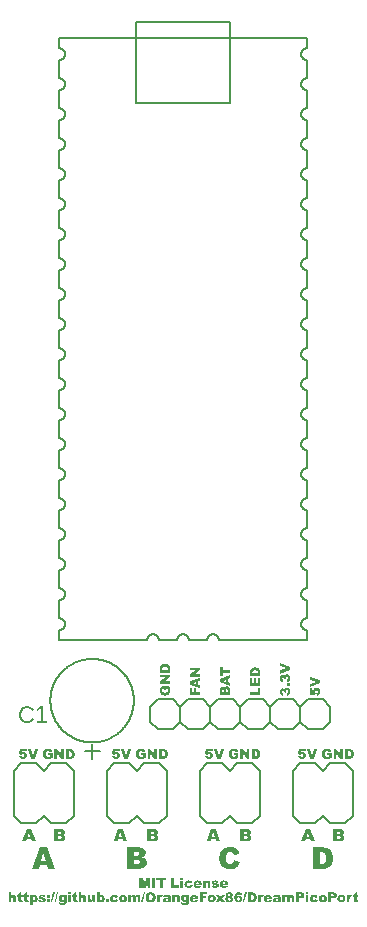
<source format=gbr>
G04 EAGLE Gerber RS-274X export*
G75*
%MOMM*%
%FSLAX34Y34*%
%LPD*%
%INSilkscreen Top*%
%IPPOS*%
%AMOC8*
5,1,8,0,0,1.08239X$1,22.5*%
G01*
G04 Define Apertures*
%ADD10C,0.152400*%
%ADD11C,0.127000*%
G36*
X17015Y64770D02*
X13776Y64770D01*
X17635Y75038D01*
X21095Y75038D01*
X24954Y64770D01*
X21631Y64770D01*
X21118Y66465D01*
X17516Y66465D01*
X17015Y64770D01*
G37*
%LPC*%
G36*
X20460Y68685D02*
X19326Y72376D01*
X18205Y68685D01*
X20460Y68685D01*
G37*
%LPD*%
G36*
X24149Y134620D02*
X21399Y134620D01*
X18299Y142830D01*
X20950Y142830D01*
X22798Y136922D01*
X24622Y142830D01*
X27197Y142830D01*
X24149Y134620D01*
G37*
G36*
X14439Y134480D02*
X14048Y134490D01*
X13685Y134519D01*
X13352Y134567D01*
X13048Y134634D01*
X12769Y134720D01*
X12511Y134826D01*
X12276Y134950D01*
X12062Y135093D01*
X11869Y135251D01*
X11694Y135419D01*
X11540Y135597D01*
X11404Y135785D01*
X11283Y135990D01*
X11173Y136219D01*
X11073Y136471D01*
X10984Y136748D01*
X13291Y137000D01*
X13347Y136739D01*
X13431Y136512D01*
X13543Y136318D01*
X13683Y136157D01*
X13844Y136031D01*
X14021Y135941D01*
X14211Y135887D01*
X14417Y135869D01*
X14644Y135891D01*
X14851Y135959D01*
X15038Y136072D01*
X15204Y136230D01*
X15340Y136433D01*
X15437Y136680D01*
X15495Y136972D01*
X15514Y137308D01*
X15495Y137650D01*
X15436Y137944D01*
X15338Y138188D01*
X15201Y138383D01*
X15031Y138533D01*
X14835Y138639D01*
X14614Y138703D01*
X14366Y138725D01*
X14203Y138715D01*
X14042Y138684D01*
X13883Y138633D01*
X13728Y138562D01*
X13610Y138492D01*
X13487Y138397D01*
X13224Y138137D01*
X11281Y138417D01*
X12003Y142830D01*
X17418Y142830D01*
X17418Y141010D01*
X13750Y141010D01*
X13554Y139778D01*
X13933Y139934D01*
X14308Y140046D01*
X14678Y140114D01*
X15044Y140136D01*
X15345Y140124D01*
X15631Y140089D01*
X15903Y140031D01*
X16160Y139950D01*
X16402Y139845D01*
X16630Y139717D01*
X16844Y139566D01*
X17043Y139391D01*
X17223Y139199D01*
X17379Y138995D01*
X17511Y138778D01*
X17619Y138550D01*
X17702Y138309D01*
X17762Y138057D01*
X17798Y137792D01*
X17810Y137515D01*
X17804Y137317D01*
X17786Y137121D01*
X17712Y136735D01*
X17588Y136357D01*
X17416Y135986D01*
X17197Y135641D01*
X16938Y135340D01*
X16637Y135081D01*
X16296Y134866D01*
X16108Y134776D01*
X15908Y134697D01*
X15695Y134631D01*
X15469Y134577D01*
X15230Y134534D01*
X14979Y134504D01*
X14716Y134486D01*
X14439Y134480D01*
G37*
G36*
X46142Y64770D02*
X40665Y64770D01*
X40665Y75038D01*
X46604Y75038D01*
X46964Y75026D01*
X47303Y74992D01*
X47620Y74934D01*
X47916Y74854D01*
X48190Y74750D01*
X48443Y74624D01*
X48674Y74475D01*
X48884Y74302D01*
X49070Y74113D01*
X49231Y73913D01*
X49368Y73701D01*
X49480Y73479D01*
X49567Y73246D01*
X49629Y73002D01*
X49666Y72747D01*
X49678Y72481D01*
X49670Y72258D01*
X49643Y72042D01*
X49599Y71835D01*
X49537Y71635D01*
X49457Y71444D01*
X49359Y71261D01*
X49244Y71086D01*
X49111Y70919D01*
X48900Y70714D01*
X48645Y70531D01*
X48347Y70370D01*
X48005Y70233D01*
X48272Y70160D01*
X48521Y70076D01*
X48752Y69980D01*
X48965Y69871D01*
X49159Y69751D01*
X49335Y69619D01*
X49493Y69475D01*
X49633Y69319D01*
X49755Y69152D01*
X49861Y68974D01*
X49951Y68786D01*
X50024Y68588D01*
X50081Y68379D01*
X50122Y68160D01*
X50147Y67931D01*
X50155Y67691D01*
X50131Y67301D01*
X50062Y66932D01*
X49946Y66584D01*
X49783Y66255D01*
X49581Y65953D01*
X49344Y65684D01*
X49073Y65448D01*
X48768Y65246D01*
X48543Y65139D01*
X48267Y65047D01*
X47941Y64970D01*
X47563Y64910D01*
X46672Y64805D01*
X46142Y64770D01*
G37*
%LPC*%
G36*
X45483Y66976D02*
X45863Y66994D01*
X46182Y67049D01*
X46441Y67140D01*
X46639Y67267D01*
X46786Y67425D01*
X46891Y67607D01*
X46954Y67815D01*
X46975Y68048D01*
X46954Y68264D01*
X46892Y68458D01*
X46788Y68630D01*
X46642Y68780D01*
X46445Y68901D01*
X46184Y68987D01*
X45862Y69039D01*
X45476Y69056D01*
X43865Y69056D01*
X43865Y66976D01*
X45483Y66976D01*
G37*
G36*
X45245Y71010D02*
X45588Y71026D01*
X45875Y71074D01*
X46105Y71154D01*
X46278Y71266D01*
X46405Y71408D01*
X46496Y71579D01*
X46551Y71778D01*
X46569Y72005D01*
X46551Y72217D01*
X46496Y72404D01*
X46405Y72567D01*
X46278Y72705D01*
X46106Y72816D01*
X45880Y72894D01*
X45600Y72942D01*
X45266Y72957D01*
X43865Y72957D01*
X43865Y71010D01*
X45245Y71010D01*
G37*
%LPD*%
G36*
X54276Y134520D02*
X50507Y134520D01*
X50507Y142730D01*
X54276Y142730D01*
X54806Y142711D01*
X55283Y142654D01*
X55706Y142559D01*
X56076Y142427D01*
X56404Y142260D01*
X56702Y142059D01*
X56971Y141826D01*
X57210Y141559D01*
X57419Y141265D01*
X57596Y140947D01*
X57743Y140607D01*
X57860Y140243D01*
X57948Y139862D01*
X58011Y139470D01*
X58049Y139067D01*
X58061Y138653D01*
X58042Y138032D01*
X57986Y137484D01*
X57893Y137011D01*
X57762Y136612D01*
X57597Y136264D01*
X57404Y135945D01*
X57181Y135656D01*
X56930Y135396D01*
X56659Y135172D01*
X56378Y134988D01*
X56088Y134846D01*
X55788Y134744D01*
X55380Y134646D01*
X54992Y134576D01*
X54624Y134534D01*
X54276Y134520D01*
G37*
%LPC*%
G36*
X53665Y136385D02*
X54034Y136396D01*
X54346Y136429D01*
X54600Y136484D01*
X54796Y136561D01*
X54955Y136666D01*
X55096Y136803D01*
X55218Y136974D01*
X55323Y137177D01*
X55406Y137431D01*
X55466Y137753D01*
X55501Y138144D01*
X55513Y138602D01*
X55507Y138916D01*
X55487Y139203D01*
X55453Y139465D01*
X55407Y139701D01*
X55347Y139912D01*
X55274Y140097D01*
X55187Y140256D01*
X55088Y140389D01*
X54972Y140502D01*
X54840Y140599D01*
X54690Y140682D01*
X54522Y140750D01*
X54337Y140803D01*
X54134Y140840D01*
X53914Y140863D01*
X53676Y140870D01*
X53044Y140870D01*
X53044Y136385D01*
X53665Y136385D01*
G37*
%LPD*%
G36*
X43313Y134520D02*
X40928Y134520D01*
X40928Y142730D01*
X43296Y142730D01*
X46387Y138188D01*
X46387Y142730D01*
X48779Y142730D01*
X48779Y134520D01*
X46387Y134520D01*
X43313Y139028D01*
X43313Y134520D01*
G37*
G36*
X35352Y134380D02*
X34995Y134388D01*
X34655Y134411D01*
X34332Y134450D01*
X34026Y134505D01*
X33736Y134575D01*
X33464Y134660D01*
X33208Y134762D01*
X32969Y134878D01*
X32746Y135011D01*
X32535Y135158D01*
X32337Y135321D01*
X32152Y135499D01*
X31980Y135692D01*
X31821Y135900D01*
X31675Y136124D01*
X31541Y136362D01*
X31423Y136613D01*
X31320Y136873D01*
X31233Y137143D01*
X31161Y137421D01*
X31106Y137708D01*
X31066Y138005D01*
X31043Y138310D01*
X31035Y138625D01*
X31043Y138955D01*
X31069Y139275D01*
X31113Y139584D01*
X31173Y139881D01*
X31251Y140168D01*
X31346Y140444D01*
X31459Y140709D01*
X31589Y140963D01*
X31736Y141204D01*
X31898Y141430D01*
X32077Y141641D01*
X32272Y141837D01*
X32483Y142018D01*
X32710Y142184D01*
X32954Y142336D01*
X33213Y142472D01*
X33431Y142565D01*
X33666Y142646D01*
X33920Y142714D01*
X34192Y142770D01*
X34481Y142814D01*
X34789Y142845D01*
X35115Y142863D01*
X35459Y142870D01*
X36096Y142854D01*
X36648Y142808D01*
X37114Y142731D01*
X37494Y142623D01*
X37817Y142483D01*
X38112Y142309D01*
X38377Y142101D01*
X38614Y141859D01*
X38823Y141582D01*
X39004Y141271D01*
X39158Y140926D01*
X39283Y140546D01*
X36836Y140109D01*
X36747Y140328D01*
X36632Y140519D01*
X36491Y140683D01*
X36324Y140820D01*
X36131Y140928D01*
X35913Y141005D01*
X35670Y141051D01*
X35403Y141066D01*
X35199Y141057D01*
X35007Y141030D01*
X34824Y140985D01*
X34653Y140921D01*
X34492Y140840D01*
X34342Y140740D01*
X34202Y140623D01*
X34073Y140487D01*
X33956Y140331D01*
X33856Y140155D01*
X33771Y139957D01*
X33701Y139738D01*
X33647Y139499D01*
X33608Y139238D01*
X33585Y138956D01*
X33577Y138653D01*
X33585Y138331D01*
X33608Y138034D01*
X33647Y137760D01*
X33702Y137510D01*
X33773Y137284D01*
X33859Y137082D01*
X33961Y136903D01*
X34078Y136749D01*
X34210Y136615D01*
X34353Y136499D01*
X34510Y136401D01*
X34678Y136320D01*
X34859Y136258D01*
X35052Y136213D01*
X35258Y136187D01*
X35475Y136178D01*
X35686Y136185D01*
X35891Y136208D01*
X36092Y136247D01*
X36287Y136301D01*
X36702Y136467D01*
X37172Y136721D01*
X37172Y137494D01*
X35475Y137494D01*
X35475Y139202D01*
X39395Y139202D01*
X39395Y135702D01*
X38849Y135349D01*
X38335Y135057D01*
X37853Y134826D01*
X37405Y134657D01*
X36952Y134536D01*
X36459Y134449D01*
X35926Y134397D01*
X35352Y134380D01*
G37*
G36*
X27554Y41520D02*
X21879Y41520D01*
X28639Y59505D01*
X34701Y59505D01*
X41459Y41520D01*
X35639Y41520D01*
X34740Y44489D01*
X28430Y44489D01*
X27554Y41520D01*
G37*
%LPC*%
G36*
X33587Y48378D02*
X31602Y54843D01*
X29637Y48378D01*
X33587Y48378D01*
G37*
%LPD*%
G36*
X112028Y41520D02*
X102435Y41520D01*
X102435Y59505D01*
X112838Y59505D01*
X113469Y59485D01*
X114063Y59424D01*
X114619Y59324D01*
X115137Y59183D01*
X115617Y59002D01*
X116060Y58780D01*
X116464Y58519D01*
X116831Y58217D01*
X117158Y57885D01*
X117440Y57534D01*
X117680Y57164D01*
X117876Y56775D01*
X118028Y56367D01*
X118137Y55940D01*
X118202Y55493D01*
X118224Y55027D01*
X118208Y54636D01*
X118162Y54258D01*
X118084Y53895D01*
X117975Y53546D01*
X117836Y53211D01*
X117665Y52890D01*
X117463Y52584D01*
X117230Y52291D01*
X117055Y52106D01*
X116860Y51931D01*
X116647Y51766D01*
X116414Y51610D01*
X116162Y51465D01*
X115891Y51330D01*
X115601Y51204D01*
X115292Y51089D01*
X115760Y50962D01*
X116197Y50814D01*
X116601Y50645D01*
X116974Y50456D01*
X117314Y50245D01*
X117623Y50014D01*
X117899Y49761D01*
X118144Y49488D01*
X118358Y49195D01*
X118544Y48884D01*
X118701Y48555D01*
X118829Y48208D01*
X118929Y47842D01*
X119001Y47458D01*
X119044Y47056D01*
X119058Y46636D01*
X119048Y46291D01*
X119017Y45954D01*
X118967Y45627D01*
X118895Y45308D01*
X118804Y44998D01*
X118692Y44697D01*
X118560Y44404D01*
X118408Y44121D01*
X118238Y43849D01*
X118053Y43592D01*
X117853Y43349D01*
X117638Y43121D01*
X117408Y42907D01*
X117163Y42708D01*
X116904Y42524D01*
X116629Y42354D01*
X116443Y42256D01*
X116235Y42166D01*
X115752Y42005D01*
X115180Y41871D01*
X114519Y41765D01*
X112958Y41581D01*
X112414Y41535D01*
X112028Y41520D01*
G37*
%LPC*%
G36*
X110875Y45384D02*
X111221Y45392D01*
X111540Y45416D01*
X111833Y45456D01*
X112099Y45512D01*
X112339Y45583D01*
X112552Y45671D01*
X112739Y45774D01*
X112899Y45894D01*
X113037Y46026D01*
X113157Y46170D01*
X113258Y46325D01*
X113341Y46490D01*
X113405Y46667D01*
X113451Y46854D01*
X113479Y47052D01*
X113488Y47261D01*
X113479Y47456D01*
X113452Y47641D01*
X113406Y47816D01*
X113343Y47981D01*
X113261Y48136D01*
X113160Y48282D01*
X113042Y48417D01*
X112906Y48543D01*
X112746Y48657D01*
X112559Y48755D01*
X112345Y48839D01*
X112103Y48907D01*
X111834Y48960D01*
X111538Y48998D01*
X111214Y49020D01*
X110863Y49028D01*
X108041Y49028D01*
X108041Y45384D01*
X110875Y45384D01*
G37*
G36*
X110458Y52451D02*
X110771Y52458D01*
X111059Y52479D01*
X111322Y52514D01*
X111561Y52563D01*
X111774Y52626D01*
X111964Y52703D01*
X112128Y52794D01*
X112268Y52899D01*
X112387Y53017D01*
X112490Y53147D01*
X112578Y53291D01*
X112649Y53446D01*
X112705Y53614D01*
X112745Y53795D01*
X112769Y53988D01*
X112777Y54193D01*
X112769Y54384D01*
X112745Y54564D01*
X112705Y54733D01*
X112649Y54892D01*
X112578Y55040D01*
X112490Y55177D01*
X112387Y55304D01*
X112268Y55420D01*
X112129Y55523D01*
X111966Y55613D01*
X111780Y55689D01*
X111570Y55751D01*
X111336Y55799D01*
X111079Y55834D01*
X110799Y55854D01*
X110495Y55861D01*
X108041Y55861D01*
X108041Y52451D01*
X110458Y52451D01*
G37*
%LPD*%
G36*
X189860Y41213D02*
X189144Y41227D01*
X188462Y41267D01*
X187812Y41333D01*
X187197Y41426D01*
X186615Y41546D01*
X186066Y41693D01*
X185551Y41866D01*
X185070Y42065D01*
X184613Y42299D01*
X184172Y42572D01*
X183747Y42886D01*
X183338Y43241D01*
X182945Y43636D01*
X182568Y44071D01*
X182207Y44547D01*
X181862Y45063D01*
X181545Y45618D01*
X181271Y46211D01*
X181039Y46841D01*
X180850Y47509D01*
X180702Y48214D01*
X180597Y48957D01*
X180533Y49737D01*
X180512Y50555D01*
X180521Y51105D01*
X180549Y51639D01*
X180596Y52156D01*
X180661Y52658D01*
X180744Y53143D01*
X180846Y53612D01*
X180967Y54065D01*
X181106Y54502D01*
X181263Y54922D01*
X181440Y55327D01*
X181634Y55715D01*
X181848Y56087D01*
X182079Y56443D01*
X182330Y56783D01*
X182599Y57107D01*
X182886Y57415D01*
X183191Y57705D01*
X183510Y57977D01*
X183846Y58229D01*
X184196Y58463D01*
X184562Y58679D01*
X184943Y58875D01*
X185340Y59053D01*
X185752Y59212D01*
X186180Y59353D01*
X186623Y59475D01*
X187081Y59578D01*
X187554Y59662D01*
X188043Y59727D01*
X188548Y59774D01*
X189068Y59802D01*
X189603Y59812D01*
X190430Y59790D01*
X191211Y59726D01*
X191947Y59618D01*
X192638Y59468D01*
X193283Y59275D01*
X193882Y59039D01*
X194437Y58760D01*
X194946Y58438D01*
X195416Y58071D01*
X195855Y57659D01*
X196263Y57200D01*
X196640Y56696D01*
X196986Y56145D01*
X197300Y55549D01*
X197583Y54906D01*
X197835Y54217D01*
X192928Y53126D01*
X192797Y53509D01*
X192664Y53837D01*
X192527Y54110D01*
X192388Y54328D01*
X192142Y54628D01*
X191869Y54892D01*
X191571Y55119D01*
X191247Y55309D01*
X190899Y55460D01*
X190532Y55567D01*
X190145Y55631D01*
X189738Y55653D01*
X189279Y55629D01*
X188848Y55558D01*
X188445Y55439D01*
X188069Y55273D01*
X187721Y55059D01*
X187401Y54798D01*
X187108Y54489D01*
X186843Y54133D01*
X186664Y53831D01*
X186510Y53489D01*
X186379Y53107D01*
X186272Y52684D01*
X186189Y52222D01*
X186129Y51719D01*
X186094Y51176D01*
X186082Y50592D01*
X186096Y49874D01*
X186139Y49215D01*
X186210Y48614D01*
X186309Y48073D01*
X186437Y47590D01*
X186593Y47165D01*
X186777Y46800D01*
X186990Y46493D01*
X187228Y46233D01*
X187490Y46008D01*
X187774Y45818D01*
X188082Y45662D01*
X188412Y45540D01*
X188766Y45454D01*
X189142Y45402D01*
X189542Y45384D01*
X189928Y45398D01*
X190290Y45440D01*
X190628Y45510D01*
X190942Y45608D01*
X191231Y45734D01*
X191496Y45888D01*
X191736Y46070D01*
X191952Y46280D01*
X192149Y46517D01*
X192332Y46778D01*
X192501Y47066D01*
X192656Y47378D01*
X192797Y47716D01*
X192924Y48079D01*
X193037Y48467D01*
X193136Y48881D01*
X198006Y47409D01*
X197875Y46907D01*
X197726Y46426D01*
X197559Y45967D01*
X197375Y45529D01*
X197173Y45111D01*
X196953Y44715D01*
X196716Y44340D01*
X196461Y43986D01*
X196189Y43653D01*
X195901Y43341D01*
X195598Y43050D01*
X195278Y42781D01*
X194943Y42532D01*
X194592Y42304D01*
X194225Y42098D01*
X193841Y41913D01*
X193437Y41749D01*
X193006Y41607D01*
X192548Y41486D01*
X192064Y41388D01*
X191553Y41312D01*
X191016Y41257D01*
X190451Y41224D01*
X189860Y41213D01*
G37*
G36*
X268232Y41520D02*
X259976Y41520D01*
X259976Y59505D01*
X268232Y59505D01*
X268828Y59495D01*
X269394Y59464D01*
X269932Y59412D01*
X270439Y59339D01*
X270918Y59246D01*
X271367Y59132D01*
X271786Y58998D01*
X272177Y58843D01*
X272544Y58668D01*
X272895Y58475D01*
X273230Y58265D01*
X273549Y58036D01*
X273852Y57789D01*
X274138Y57524D01*
X274407Y57242D01*
X274661Y56941D01*
X274898Y56625D01*
X275118Y56296D01*
X275321Y55955D01*
X275507Y55601D01*
X275677Y55234D01*
X275829Y54855D01*
X275965Y54463D01*
X276084Y54058D01*
X276188Y53644D01*
X276277Y53224D01*
X276353Y52797D01*
X276415Y52365D01*
X276464Y51926D01*
X276498Y51482D01*
X276519Y51031D01*
X276526Y50574D01*
X276515Y49873D01*
X276485Y49213D01*
X276433Y48594D01*
X276362Y48014D01*
X276269Y47476D01*
X276156Y46977D01*
X276023Y46520D01*
X275869Y46102D01*
X275697Y45713D01*
X275509Y45340D01*
X275305Y44983D01*
X275086Y44642D01*
X274850Y44318D01*
X274598Y44009D01*
X274331Y43716D01*
X274048Y43440D01*
X273753Y43183D01*
X273454Y42948D01*
X273149Y42736D01*
X272839Y42546D01*
X272524Y42378D01*
X272203Y42233D01*
X271876Y42111D01*
X271545Y42011D01*
X270652Y41796D01*
X269803Y41643D01*
X269394Y41589D01*
X268996Y41551D01*
X268609Y41528D01*
X268232Y41520D01*
G37*
%LPC*%
G36*
X266895Y45605D02*
X267315Y45611D01*
X267703Y45629D01*
X268060Y45660D01*
X268386Y45702D01*
X268680Y45756D01*
X268942Y45823D01*
X269174Y45901D01*
X269373Y45992D01*
X269552Y46097D01*
X269722Y46221D01*
X269881Y46363D01*
X270030Y46522D01*
X270169Y46700D01*
X270298Y46896D01*
X270417Y47109D01*
X270527Y47341D01*
X270624Y47601D01*
X270709Y47897D01*
X270781Y48232D01*
X270839Y48603D01*
X270885Y49012D01*
X270918Y49459D01*
X270937Y49942D01*
X270944Y50463D01*
X270929Y51150D01*
X270885Y51780D01*
X270813Y52354D01*
X270711Y52871D01*
X270580Y53332D01*
X270419Y53737D01*
X270230Y54085D01*
X270011Y54377D01*
X269759Y54624D01*
X269468Y54839D01*
X269140Y55020D01*
X268772Y55168D01*
X268367Y55284D01*
X267923Y55366D01*
X267440Y55416D01*
X266920Y55432D01*
X265534Y55432D01*
X265534Y45605D01*
X266895Y45605D01*
G37*
%LPD*%
G36*
X94485Y64770D02*
X91246Y64770D01*
X95105Y75038D01*
X98565Y75038D01*
X102424Y64770D01*
X99101Y64770D01*
X98588Y66465D01*
X94986Y66465D01*
X94485Y64770D01*
G37*
%LPC*%
G36*
X97930Y68685D02*
X96796Y72376D01*
X95675Y68685D01*
X97930Y68685D01*
G37*
%LPD*%
G36*
X102889Y134620D02*
X100139Y134620D01*
X97039Y142830D01*
X99690Y142830D01*
X101538Y136922D01*
X103362Y142830D01*
X105937Y142830D01*
X102889Y134620D01*
G37*
G36*
X93179Y134480D02*
X92788Y134490D01*
X92425Y134519D01*
X92092Y134567D01*
X91788Y134634D01*
X91509Y134720D01*
X91251Y134826D01*
X91016Y134950D01*
X90802Y135093D01*
X90609Y135251D01*
X90434Y135419D01*
X90280Y135597D01*
X90144Y135785D01*
X90023Y135990D01*
X89913Y136219D01*
X89813Y136471D01*
X89724Y136748D01*
X92031Y137000D01*
X92087Y136739D01*
X92171Y136512D01*
X92283Y136318D01*
X92423Y136157D01*
X92584Y136031D01*
X92761Y135941D01*
X92951Y135887D01*
X93157Y135869D01*
X93384Y135891D01*
X93591Y135959D01*
X93778Y136072D01*
X93944Y136230D01*
X94080Y136433D01*
X94177Y136680D01*
X94235Y136972D01*
X94254Y137308D01*
X94235Y137650D01*
X94176Y137944D01*
X94078Y138188D01*
X93941Y138383D01*
X93771Y138533D01*
X93575Y138639D01*
X93354Y138703D01*
X93106Y138725D01*
X92943Y138715D01*
X92782Y138684D01*
X92623Y138633D01*
X92468Y138562D01*
X92350Y138492D01*
X92227Y138397D01*
X91964Y138137D01*
X90021Y138417D01*
X90743Y142830D01*
X96158Y142830D01*
X96158Y141010D01*
X92490Y141010D01*
X92294Y139778D01*
X92673Y139934D01*
X93048Y140046D01*
X93418Y140114D01*
X93784Y140136D01*
X94085Y140124D01*
X94371Y140089D01*
X94643Y140031D01*
X94900Y139950D01*
X95142Y139845D01*
X95370Y139717D01*
X95584Y139566D01*
X95783Y139391D01*
X95963Y139199D01*
X96119Y138995D01*
X96251Y138778D01*
X96359Y138550D01*
X96442Y138309D01*
X96502Y138057D01*
X96538Y137792D01*
X96550Y137515D01*
X96544Y137317D01*
X96526Y137121D01*
X96452Y136735D01*
X96328Y136357D01*
X96156Y135986D01*
X95937Y135641D01*
X95678Y135340D01*
X95377Y135081D01*
X95036Y134866D01*
X94848Y134776D01*
X94648Y134697D01*
X94435Y134631D01*
X94209Y134577D01*
X93970Y134534D01*
X93719Y134504D01*
X93456Y134486D01*
X93179Y134480D01*
G37*
G36*
X124882Y64770D02*
X119405Y64770D01*
X119405Y75038D01*
X125344Y75038D01*
X125704Y75026D01*
X126043Y74992D01*
X126360Y74934D01*
X126656Y74854D01*
X126930Y74750D01*
X127183Y74624D01*
X127414Y74475D01*
X127624Y74302D01*
X127810Y74113D01*
X127971Y73913D01*
X128108Y73701D01*
X128220Y73479D01*
X128307Y73246D01*
X128369Y73002D01*
X128406Y72747D01*
X128418Y72481D01*
X128410Y72258D01*
X128383Y72042D01*
X128339Y71835D01*
X128277Y71635D01*
X128197Y71444D01*
X128099Y71261D01*
X127984Y71086D01*
X127851Y70919D01*
X127640Y70714D01*
X127385Y70531D01*
X127087Y70370D01*
X126745Y70233D01*
X127012Y70160D01*
X127261Y70076D01*
X127492Y69980D01*
X127705Y69871D01*
X127899Y69751D01*
X128075Y69619D01*
X128233Y69475D01*
X128373Y69319D01*
X128495Y69152D01*
X128601Y68974D01*
X128691Y68786D01*
X128764Y68588D01*
X128821Y68379D01*
X128862Y68160D01*
X128887Y67931D01*
X128895Y67691D01*
X128871Y67301D01*
X128802Y66932D01*
X128686Y66584D01*
X128523Y66255D01*
X128321Y65953D01*
X128084Y65684D01*
X127813Y65448D01*
X127508Y65246D01*
X127283Y65139D01*
X127007Y65047D01*
X126681Y64970D01*
X126303Y64910D01*
X125412Y64805D01*
X124882Y64770D01*
G37*
%LPC*%
G36*
X124223Y66976D02*
X124603Y66994D01*
X124922Y67049D01*
X125181Y67140D01*
X125379Y67267D01*
X125526Y67425D01*
X125631Y67607D01*
X125694Y67815D01*
X125715Y68048D01*
X125694Y68264D01*
X125632Y68458D01*
X125528Y68630D01*
X125382Y68780D01*
X125185Y68901D01*
X124924Y68987D01*
X124602Y69039D01*
X124216Y69056D01*
X122605Y69056D01*
X122605Y66976D01*
X124223Y66976D01*
G37*
G36*
X123985Y71010D02*
X124328Y71026D01*
X124615Y71074D01*
X124845Y71154D01*
X125018Y71266D01*
X125145Y71408D01*
X125236Y71579D01*
X125291Y71778D01*
X125309Y72005D01*
X125291Y72217D01*
X125236Y72404D01*
X125145Y72567D01*
X125018Y72705D01*
X124846Y72816D01*
X124620Y72894D01*
X124340Y72942D01*
X124006Y72957D01*
X122605Y72957D01*
X122605Y71010D01*
X123985Y71010D01*
G37*
%LPD*%
G36*
X133100Y134620D02*
X129331Y134620D01*
X129331Y142830D01*
X133100Y142830D01*
X133631Y142811D01*
X134108Y142754D01*
X134531Y142659D01*
X134901Y142527D01*
X135229Y142360D01*
X135527Y142159D01*
X135796Y141926D01*
X136035Y141659D01*
X136243Y141365D01*
X136421Y141047D01*
X136568Y140707D01*
X136684Y140343D01*
X136772Y139962D01*
X136835Y139570D01*
X136873Y139167D01*
X136886Y138753D01*
X136867Y138132D01*
X136811Y137584D01*
X136717Y137111D01*
X136586Y136712D01*
X136422Y136364D01*
X136229Y136045D01*
X136006Y135756D01*
X135755Y135496D01*
X135484Y135272D01*
X135203Y135088D01*
X134913Y134946D01*
X134612Y134844D01*
X134205Y134746D01*
X133817Y134676D01*
X133449Y134634D01*
X133100Y134620D01*
G37*
%LPC*%
G36*
X132490Y136485D02*
X132859Y136496D01*
X133170Y136529D01*
X133424Y136584D01*
X133621Y136661D01*
X133780Y136766D01*
X133921Y136903D01*
X134043Y137074D01*
X134147Y137277D01*
X134231Y137531D01*
X134290Y137853D01*
X134326Y138244D01*
X134338Y138702D01*
X134331Y139016D01*
X134311Y139303D01*
X134278Y139565D01*
X134231Y139801D01*
X134172Y140012D01*
X134098Y140197D01*
X134012Y140356D01*
X133912Y140489D01*
X133797Y140602D01*
X133664Y140699D01*
X133514Y140782D01*
X133347Y140850D01*
X133162Y140903D01*
X132959Y140940D01*
X132739Y140963D01*
X132501Y140970D01*
X131868Y140970D01*
X131868Y136485D01*
X132490Y136485D01*
G37*
%LPD*%
G36*
X122138Y134620D02*
X119752Y134620D01*
X119752Y142830D01*
X122121Y142830D01*
X125212Y138288D01*
X125212Y142830D01*
X127603Y142830D01*
X127603Y134620D01*
X125212Y134620D01*
X122138Y139128D01*
X122138Y134620D01*
G37*
G36*
X114177Y134480D02*
X113820Y134488D01*
X113480Y134511D01*
X113157Y134550D01*
X112850Y134605D01*
X112561Y134675D01*
X112288Y134760D01*
X112033Y134862D01*
X111794Y134978D01*
X111570Y135111D01*
X111359Y135258D01*
X111161Y135421D01*
X110976Y135599D01*
X110804Y135792D01*
X110645Y136000D01*
X110499Y136224D01*
X110366Y136462D01*
X110247Y136713D01*
X110144Y136973D01*
X110057Y137243D01*
X109986Y137521D01*
X109931Y137808D01*
X109891Y138105D01*
X109867Y138410D01*
X109859Y138725D01*
X109868Y139055D01*
X109894Y139375D01*
X109937Y139684D01*
X109998Y139981D01*
X110076Y140268D01*
X110171Y140544D01*
X110284Y140809D01*
X110414Y141063D01*
X110560Y141304D01*
X110723Y141530D01*
X110902Y141741D01*
X111097Y141937D01*
X111308Y142118D01*
X111535Y142284D01*
X111778Y142436D01*
X112038Y142572D01*
X112255Y142665D01*
X112491Y142746D01*
X112745Y142814D01*
X113016Y142870D01*
X113306Y142914D01*
X113614Y142945D01*
X113939Y142963D01*
X114283Y142970D01*
X114921Y142954D01*
X115473Y142908D01*
X115939Y142831D01*
X116319Y142723D01*
X116642Y142583D01*
X116936Y142409D01*
X117202Y142201D01*
X117439Y141959D01*
X117648Y141682D01*
X117829Y141371D01*
X117982Y141026D01*
X118108Y140646D01*
X115661Y140209D01*
X115572Y140428D01*
X115457Y140619D01*
X115316Y140783D01*
X115148Y140920D01*
X114955Y141028D01*
X114738Y141105D01*
X114495Y141151D01*
X114227Y141166D01*
X114024Y141157D01*
X113831Y141130D01*
X113649Y141085D01*
X113478Y141021D01*
X113317Y140940D01*
X113166Y140840D01*
X113026Y140723D01*
X112897Y140587D01*
X112781Y140431D01*
X112680Y140255D01*
X112595Y140057D01*
X112526Y139838D01*
X112471Y139599D01*
X112433Y139338D01*
X112409Y139056D01*
X112402Y138753D01*
X112409Y138431D01*
X112433Y138134D01*
X112472Y137860D01*
X112527Y137610D01*
X112597Y137384D01*
X112684Y137182D01*
X112785Y137003D01*
X112903Y136849D01*
X113034Y136715D01*
X113178Y136599D01*
X113334Y136501D01*
X113503Y136420D01*
X113684Y136358D01*
X113877Y136313D01*
X114082Y136287D01*
X114300Y136278D01*
X114510Y136285D01*
X114716Y136308D01*
X114916Y136347D01*
X115112Y136401D01*
X115526Y136567D01*
X115997Y136821D01*
X115997Y137594D01*
X114300Y137594D01*
X114300Y139302D01*
X118220Y139302D01*
X118220Y135802D01*
X117674Y135449D01*
X117160Y135157D01*
X116678Y134926D01*
X116229Y134757D01*
X115777Y134636D01*
X115284Y134549D01*
X114750Y134497D01*
X114177Y134480D01*
G37*
G36*
X173225Y64770D02*
X169986Y64770D01*
X173845Y75038D01*
X177305Y75038D01*
X181164Y64770D01*
X177841Y64770D01*
X177328Y66465D01*
X173726Y66465D01*
X173225Y64770D01*
G37*
%LPC*%
G36*
X176670Y68685D02*
X175536Y72376D01*
X174415Y68685D01*
X176670Y68685D01*
G37*
%LPD*%
G36*
X181629Y134620D02*
X178879Y134620D01*
X175779Y142830D01*
X178430Y142830D01*
X180278Y136922D01*
X182102Y142830D01*
X184677Y142830D01*
X181629Y134620D01*
G37*
G36*
X171919Y134480D02*
X171528Y134490D01*
X171165Y134519D01*
X170832Y134567D01*
X170528Y134634D01*
X170249Y134720D01*
X169991Y134826D01*
X169756Y134950D01*
X169542Y135093D01*
X169349Y135251D01*
X169174Y135419D01*
X169020Y135597D01*
X168884Y135785D01*
X168763Y135990D01*
X168653Y136219D01*
X168553Y136471D01*
X168464Y136748D01*
X170771Y137000D01*
X170827Y136739D01*
X170911Y136512D01*
X171023Y136318D01*
X171163Y136157D01*
X171324Y136031D01*
X171501Y135941D01*
X171691Y135887D01*
X171897Y135869D01*
X172124Y135891D01*
X172331Y135959D01*
X172518Y136072D01*
X172684Y136230D01*
X172820Y136433D01*
X172917Y136680D01*
X172975Y136972D01*
X172994Y137308D01*
X172975Y137650D01*
X172916Y137944D01*
X172818Y138188D01*
X172681Y138383D01*
X172511Y138533D01*
X172315Y138639D01*
X172094Y138703D01*
X171846Y138725D01*
X171683Y138715D01*
X171522Y138684D01*
X171363Y138633D01*
X171208Y138562D01*
X171090Y138492D01*
X170967Y138397D01*
X170704Y138137D01*
X168761Y138417D01*
X169483Y142830D01*
X174898Y142830D01*
X174898Y141010D01*
X171230Y141010D01*
X171034Y139778D01*
X171413Y139934D01*
X171788Y140046D01*
X172158Y140114D01*
X172524Y140136D01*
X172825Y140124D01*
X173111Y140089D01*
X173383Y140031D01*
X173640Y139950D01*
X173882Y139845D01*
X174110Y139717D01*
X174324Y139566D01*
X174523Y139391D01*
X174703Y139199D01*
X174859Y138995D01*
X174991Y138778D01*
X175099Y138550D01*
X175182Y138309D01*
X175242Y138057D01*
X175278Y137792D01*
X175290Y137515D01*
X175284Y137317D01*
X175266Y137121D01*
X175192Y136735D01*
X175068Y136357D01*
X174896Y135986D01*
X174677Y135641D01*
X174418Y135340D01*
X174117Y135081D01*
X173776Y134866D01*
X173588Y134776D01*
X173388Y134697D01*
X173175Y134631D01*
X172949Y134577D01*
X172710Y134534D01*
X172459Y134504D01*
X172196Y134486D01*
X171919Y134480D01*
G37*
G36*
X203622Y64770D02*
X198145Y64770D01*
X198145Y75038D01*
X204084Y75038D01*
X204444Y75026D01*
X204783Y74992D01*
X205100Y74934D01*
X205396Y74854D01*
X205670Y74750D01*
X205923Y74624D01*
X206154Y74475D01*
X206364Y74302D01*
X206550Y74113D01*
X206711Y73913D01*
X206848Y73701D01*
X206960Y73479D01*
X207047Y73246D01*
X207109Y73002D01*
X207146Y72747D01*
X207158Y72481D01*
X207150Y72258D01*
X207123Y72042D01*
X207079Y71835D01*
X207017Y71635D01*
X206937Y71444D01*
X206839Y71261D01*
X206724Y71086D01*
X206591Y70919D01*
X206380Y70714D01*
X206125Y70531D01*
X205827Y70370D01*
X205485Y70233D01*
X205752Y70160D01*
X206001Y70076D01*
X206232Y69980D01*
X206445Y69871D01*
X206639Y69751D01*
X206815Y69619D01*
X206973Y69475D01*
X207113Y69319D01*
X207235Y69152D01*
X207341Y68974D01*
X207431Y68786D01*
X207504Y68588D01*
X207561Y68379D01*
X207602Y68160D01*
X207627Y67931D01*
X207635Y67691D01*
X207611Y67301D01*
X207542Y66932D01*
X207426Y66584D01*
X207263Y66255D01*
X207061Y65953D01*
X206824Y65684D01*
X206553Y65448D01*
X206248Y65246D01*
X206023Y65139D01*
X205747Y65047D01*
X205421Y64970D01*
X205043Y64910D01*
X204152Y64805D01*
X203622Y64770D01*
G37*
%LPC*%
G36*
X202963Y66976D02*
X203343Y66994D01*
X203662Y67049D01*
X203921Y67140D01*
X204119Y67267D01*
X204266Y67425D01*
X204371Y67607D01*
X204434Y67815D01*
X204455Y68048D01*
X204434Y68264D01*
X204372Y68458D01*
X204268Y68630D01*
X204122Y68780D01*
X203925Y68901D01*
X203664Y68987D01*
X203342Y69039D01*
X202956Y69056D01*
X201345Y69056D01*
X201345Y66976D01*
X202963Y66976D01*
G37*
G36*
X202725Y71010D02*
X203068Y71026D01*
X203355Y71074D01*
X203585Y71154D01*
X203758Y71266D01*
X203885Y71408D01*
X203976Y71579D01*
X204031Y71778D01*
X204049Y72005D01*
X204031Y72217D01*
X203976Y72404D01*
X203885Y72567D01*
X203758Y72705D01*
X203586Y72816D01*
X203360Y72894D01*
X203080Y72942D01*
X202746Y72957D01*
X201345Y72957D01*
X201345Y71010D01*
X202725Y71010D01*
G37*
%LPD*%
G36*
X211556Y134620D02*
X207787Y134620D01*
X207787Y142830D01*
X211556Y142830D01*
X212086Y142811D01*
X212563Y142754D01*
X212986Y142659D01*
X213356Y142527D01*
X213684Y142360D01*
X213982Y142159D01*
X214251Y141926D01*
X214490Y141659D01*
X214699Y141365D01*
X214876Y141047D01*
X215023Y140707D01*
X215140Y140343D01*
X215228Y139962D01*
X215291Y139570D01*
X215329Y139167D01*
X215341Y138753D01*
X215322Y138132D01*
X215266Y137584D01*
X215173Y137111D01*
X215042Y136712D01*
X214877Y136364D01*
X214684Y136045D01*
X214461Y135756D01*
X214210Y135496D01*
X213939Y135272D01*
X213658Y135088D01*
X213368Y134946D01*
X213068Y134844D01*
X212660Y134746D01*
X212272Y134676D01*
X211904Y134634D01*
X211556Y134620D01*
G37*
%LPC*%
G36*
X210945Y136485D02*
X211314Y136496D01*
X211626Y136529D01*
X211880Y136584D01*
X212076Y136661D01*
X212235Y136766D01*
X212376Y136903D01*
X212498Y137074D01*
X212603Y137277D01*
X212686Y137531D01*
X212746Y137853D01*
X212781Y138244D01*
X212793Y138702D01*
X212787Y139016D01*
X212767Y139303D01*
X212733Y139565D01*
X212687Y139801D01*
X212627Y140012D01*
X212554Y140197D01*
X212467Y140356D01*
X212368Y140489D01*
X212252Y140602D01*
X212120Y140699D01*
X211970Y140782D01*
X211802Y140850D01*
X211617Y140903D01*
X211414Y140940D01*
X211194Y140963D01*
X210956Y140970D01*
X210324Y140970D01*
X210324Y136485D01*
X210945Y136485D01*
G37*
%LPD*%
G36*
X200593Y134620D02*
X198208Y134620D01*
X198208Y142830D01*
X200576Y142830D01*
X203667Y138288D01*
X203667Y142830D01*
X206059Y142830D01*
X206059Y134620D01*
X203667Y134620D01*
X200593Y139128D01*
X200593Y134620D01*
G37*
G36*
X192632Y134480D02*
X192275Y134488D01*
X191935Y134511D01*
X191612Y134550D01*
X191306Y134605D01*
X191016Y134675D01*
X190744Y134760D01*
X190488Y134862D01*
X190249Y134978D01*
X190026Y135111D01*
X189815Y135258D01*
X189617Y135421D01*
X189432Y135599D01*
X189260Y135792D01*
X189101Y136000D01*
X188955Y136224D01*
X188821Y136462D01*
X188703Y136713D01*
X188600Y136973D01*
X188513Y137243D01*
X188441Y137521D01*
X188386Y137808D01*
X188346Y138105D01*
X188323Y138410D01*
X188315Y138725D01*
X188323Y139055D01*
X188349Y139375D01*
X188393Y139684D01*
X188453Y139981D01*
X188531Y140268D01*
X188626Y140544D01*
X188739Y140809D01*
X188869Y141063D01*
X189016Y141304D01*
X189178Y141530D01*
X189357Y141741D01*
X189552Y141937D01*
X189763Y142118D01*
X189990Y142284D01*
X190234Y142436D01*
X190493Y142572D01*
X190711Y142665D01*
X190946Y142746D01*
X191200Y142814D01*
X191472Y142870D01*
X191761Y142914D01*
X192069Y142945D01*
X192395Y142963D01*
X192739Y142970D01*
X193376Y142954D01*
X193928Y142908D01*
X194394Y142831D01*
X194774Y142723D01*
X195097Y142583D01*
X195392Y142409D01*
X195657Y142201D01*
X195894Y141959D01*
X196103Y141682D01*
X196284Y141371D01*
X196438Y141026D01*
X196563Y140646D01*
X194116Y140209D01*
X194027Y140428D01*
X193912Y140619D01*
X193771Y140783D01*
X193604Y140920D01*
X193411Y141028D01*
X193193Y141105D01*
X192950Y141151D01*
X192683Y141166D01*
X192479Y141157D01*
X192287Y141130D01*
X192104Y141085D01*
X191933Y141021D01*
X191772Y140940D01*
X191622Y140840D01*
X191482Y140723D01*
X191353Y140587D01*
X191236Y140431D01*
X191136Y140255D01*
X191051Y140057D01*
X190981Y139838D01*
X190927Y139599D01*
X190888Y139338D01*
X190865Y139056D01*
X190857Y138753D01*
X190865Y138431D01*
X190888Y138134D01*
X190927Y137860D01*
X190982Y137610D01*
X191053Y137384D01*
X191139Y137182D01*
X191241Y137003D01*
X191358Y136849D01*
X191490Y136715D01*
X191633Y136599D01*
X191790Y136501D01*
X191958Y136420D01*
X192139Y136358D01*
X192332Y136313D01*
X192538Y136287D01*
X192755Y136278D01*
X192966Y136285D01*
X193171Y136308D01*
X193372Y136347D01*
X193567Y136401D01*
X193982Y136567D01*
X194452Y136821D01*
X194452Y137594D01*
X192755Y137594D01*
X192755Y139302D01*
X196675Y139302D01*
X196675Y135802D01*
X196129Y135449D01*
X195615Y135157D01*
X195133Y134926D01*
X194685Y134757D01*
X194232Y134636D01*
X193739Y134549D01*
X193206Y134497D01*
X192632Y134480D01*
G37*
G36*
X253235Y64770D02*
X249996Y64770D01*
X253855Y75038D01*
X257315Y75038D01*
X261174Y64770D01*
X257851Y64770D01*
X257338Y66465D01*
X253736Y66465D01*
X253235Y64770D01*
G37*
%LPC*%
G36*
X256680Y68685D02*
X255546Y72376D01*
X254425Y68685D01*
X256680Y68685D01*
G37*
%LPD*%
G36*
X260369Y134620D02*
X257619Y134620D01*
X254519Y142830D01*
X257170Y142830D01*
X259018Y136922D01*
X260842Y142830D01*
X263417Y142830D01*
X260369Y134620D01*
G37*
G36*
X250659Y134480D02*
X250268Y134490D01*
X249905Y134519D01*
X249572Y134567D01*
X249268Y134634D01*
X248989Y134720D01*
X248731Y134826D01*
X248496Y134950D01*
X248282Y135093D01*
X248089Y135251D01*
X247914Y135419D01*
X247760Y135597D01*
X247624Y135785D01*
X247503Y135990D01*
X247393Y136219D01*
X247293Y136471D01*
X247204Y136748D01*
X249511Y137000D01*
X249567Y136739D01*
X249651Y136512D01*
X249763Y136318D01*
X249903Y136157D01*
X250064Y136031D01*
X250241Y135941D01*
X250431Y135887D01*
X250637Y135869D01*
X250864Y135891D01*
X251071Y135959D01*
X251258Y136072D01*
X251424Y136230D01*
X251560Y136433D01*
X251657Y136680D01*
X251715Y136972D01*
X251734Y137308D01*
X251715Y137650D01*
X251656Y137944D01*
X251558Y138188D01*
X251421Y138383D01*
X251251Y138533D01*
X251055Y138639D01*
X250834Y138703D01*
X250586Y138725D01*
X250423Y138715D01*
X250262Y138684D01*
X250103Y138633D01*
X249948Y138562D01*
X249830Y138492D01*
X249707Y138397D01*
X249444Y138137D01*
X247501Y138417D01*
X248223Y142830D01*
X253638Y142830D01*
X253638Y141010D01*
X249970Y141010D01*
X249774Y139778D01*
X250153Y139934D01*
X250528Y140046D01*
X250898Y140114D01*
X251264Y140136D01*
X251565Y140124D01*
X251851Y140089D01*
X252123Y140031D01*
X252380Y139950D01*
X252622Y139845D01*
X252850Y139717D01*
X253064Y139566D01*
X253263Y139391D01*
X253443Y139199D01*
X253599Y138995D01*
X253731Y138778D01*
X253839Y138550D01*
X253922Y138309D01*
X253982Y138057D01*
X254018Y137792D01*
X254030Y137515D01*
X254024Y137317D01*
X254006Y137121D01*
X253932Y136735D01*
X253808Y136357D01*
X253636Y135986D01*
X253417Y135641D01*
X253158Y135340D01*
X252857Y135081D01*
X252516Y134866D01*
X252328Y134776D01*
X252128Y134697D01*
X251915Y134631D01*
X251689Y134577D01*
X251450Y134534D01*
X251199Y134504D01*
X250936Y134486D01*
X250659Y134480D01*
G37*
G36*
X282362Y64770D02*
X276885Y64770D01*
X276885Y75038D01*
X282824Y75038D01*
X283184Y75026D01*
X283523Y74992D01*
X283840Y74934D01*
X284136Y74854D01*
X284410Y74750D01*
X284663Y74624D01*
X284894Y74475D01*
X285104Y74302D01*
X285290Y74113D01*
X285451Y73913D01*
X285588Y73701D01*
X285700Y73479D01*
X285787Y73246D01*
X285849Y73002D01*
X285886Y72747D01*
X285898Y72481D01*
X285890Y72258D01*
X285863Y72042D01*
X285819Y71835D01*
X285757Y71635D01*
X285677Y71444D01*
X285579Y71261D01*
X285464Y71086D01*
X285331Y70919D01*
X285120Y70714D01*
X284865Y70531D01*
X284567Y70370D01*
X284225Y70233D01*
X284492Y70160D01*
X284741Y70076D01*
X284972Y69980D01*
X285185Y69871D01*
X285379Y69751D01*
X285555Y69619D01*
X285713Y69475D01*
X285853Y69319D01*
X285975Y69152D01*
X286081Y68974D01*
X286171Y68786D01*
X286244Y68588D01*
X286301Y68379D01*
X286342Y68160D01*
X286367Y67931D01*
X286375Y67691D01*
X286351Y67301D01*
X286282Y66932D01*
X286166Y66584D01*
X286003Y66255D01*
X285801Y65953D01*
X285564Y65684D01*
X285293Y65448D01*
X284988Y65246D01*
X284763Y65139D01*
X284487Y65047D01*
X284161Y64970D01*
X283783Y64910D01*
X282892Y64805D01*
X282362Y64770D01*
G37*
%LPC*%
G36*
X281703Y66976D02*
X282083Y66994D01*
X282402Y67049D01*
X282661Y67140D01*
X282859Y67267D01*
X283006Y67425D01*
X283111Y67607D01*
X283174Y67815D01*
X283195Y68048D01*
X283174Y68264D01*
X283112Y68458D01*
X283008Y68630D01*
X282862Y68780D01*
X282665Y68901D01*
X282404Y68987D01*
X282082Y69039D01*
X281696Y69056D01*
X280085Y69056D01*
X280085Y66976D01*
X281703Y66976D01*
G37*
G36*
X281465Y71010D02*
X281808Y71026D01*
X282095Y71074D01*
X282325Y71154D01*
X282498Y71266D01*
X282625Y71408D01*
X282716Y71579D01*
X282771Y71778D01*
X282789Y72005D01*
X282771Y72217D01*
X282716Y72404D01*
X282625Y72567D01*
X282498Y72705D01*
X282326Y72816D01*
X282100Y72894D01*
X281820Y72942D01*
X281486Y72957D01*
X280085Y72957D01*
X280085Y71010D01*
X281465Y71010D01*
G37*
%LPD*%
G36*
X290580Y134620D02*
X286811Y134620D01*
X286811Y142830D01*
X290580Y142830D01*
X291111Y142811D01*
X291588Y142754D01*
X292011Y142659D01*
X292381Y142527D01*
X292709Y142360D01*
X293007Y142159D01*
X293276Y141926D01*
X293515Y141659D01*
X293723Y141365D01*
X293901Y141047D01*
X294048Y140707D01*
X294164Y140343D01*
X294252Y139962D01*
X294315Y139570D01*
X294353Y139167D01*
X294366Y138753D01*
X294347Y138132D01*
X294291Y137584D01*
X294197Y137111D01*
X294066Y136712D01*
X293902Y136364D01*
X293709Y136045D01*
X293486Y135756D01*
X293235Y135496D01*
X292964Y135272D01*
X292683Y135088D01*
X292393Y134946D01*
X292092Y134844D01*
X291685Y134746D01*
X291297Y134676D01*
X290929Y134634D01*
X290580Y134620D01*
G37*
%LPC*%
G36*
X289970Y136485D02*
X290339Y136496D01*
X290650Y136529D01*
X290904Y136584D01*
X291101Y136661D01*
X291260Y136766D01*
X291401Y136903D01*
X291523Y137074D01*
X291627Y137277D01*
X291711Y137531D01*
X291770Y137853D01*
X291806Y138244D01*
X291818Y138702D01*
X291811Y139016D01*
X291791Y139303D01*
X291758Y139565D01*
X291711Y139801D01*
X291652Y140012D01*
X291578Y140197D01*
X291492Y140356D01*
X291392Y140489D01*
X291277Y140602D01*
X291144Y140699D01*
X290994Y140782D01*
X290827Y140850D01*
X290642Y140903D01*
X290439Y140940D01*
X290219Y140963D01*
X289981Y140970D01*
X289348Y140970D01*
X289348Y136485D01*
X289970Y136485D01*
G37*
%LPD*%
G36*
X279618Y134620D02*
X277232Y134620D01*
X277232Y142830D01*
X279601Y142830D01*
X282692Y138288D01*
X282692Y142830D01*
X285083Y142830D01*
X285083Y134620D01*
X282692Y134620D01*
X279618Y139128D01*
X279618Y134620D01*
G37*
G36*
X271657Y134480D02*
X271300Y134488D01*
X270960Y134511D01*
X270637Y134550D01*
X270330Y134605D01*
X270041Y134675D01*
X269768Y134760D01*
X269513Y134862D01*
X269274Y134978D01*
X269050Y135111D01*
X268839Y135258D01*
X268641Y135421D01*
X268456Y135599D01*
X268284Y135792D01*
X268125Y136000D01*
X267979Y136224D01*
X267846Y136462D01*
X267727Y136713D01*
X267624Y136973D01*
X267537Y137243D01*
X267466Y137521D01*
X267411Y137808D01*
X267371Y138105D01*
X267347Y138410D01*
X267339Y138725D01*
X267348Y139055D01*
X267374Y139375D01*
X267417Y139684D01*
X267478Y139981D01*
X267556Y140268D01*
X267651Y140544D01*
X267764Y140809D01*
X267894Y141063D01*
X268040Y141304D01*
X268203Y141530D01*
X268382Y141741D01*
X268577Y141937D01*
X268788Y142118D01*
X269015Y142284D01*
X269258Y142436D01*
X269518Y142572D01*
X269735Y142665D01*
X269971Y142746D01*
X270225Y142814D01*
X270496Y142870D01*
X270786Y142914D01*
X271094Y142945D01*
X271419Y142963D01*
X271763Y142970D01*
X272401Y142954D01*
X272953Y142908D01*
X273419Y142831D01*
X273799Y142723D01*
X274122Y142583D01*
X274416Y142409D01*
X274682Y142201D01*
X274919Y141959D01*
X275128Y141682D01*
X275309Y141371D01*
X275462Y141026D01*
X275588Y140646D01*
X273141Y140209D01*
X273052Y140428D01*
X272937Y140619D01*
X272796Y140783D01*
X272628Y140920D01*
X272435Y141028D01*
X272218Y141105D01*
X271975Y141151D01*
X271707Y141166D01*
X271504Y141157D01*
X271311Y141130D01*
X271129Y141085D01*
X270958Y141021D01*
X270797Y140940D01*
X270646Y140840D01*
X270506Y140723D01*
X270377Y140587D01*
X270261Y140431D01*
X270160Y140255D01*
X270075Y140057D01*
X270006Y139838D01*
X269951Y139599D01*
X269913Y139338D01*
X269889Y139056D01*
X269882Y138753D01*
X269889Y138431D01*
X269913Y138134D01*
X269952Y137860D01*
X270007Y137610D01*
X270077Y137384D01*
X270164Y137182D01*
X270265Y137003D01*
X270383Y136849D01*
X270514Y136715D01*
X270658Y136599D01*
X270814Y136501D01*
X270983Y136420D01*
X271164Y136358D01*
X271357Y136313D01*
X271562Y136287D01*
X271780Y136278D01*
X271990Y136285D01*
X272196Y136308D01*
X272396Y136347D01*
X272592Y136401D01*
X273006Y136567D01*
X273477Y136821D01*
X273477Y137594D01*
X271780Y137594D01*
X271780Y139302D01*
X275700Y139302D01*
X275700Y135802D01*
X275154Y135449D01*
X274640Y135157D01*
X274158Y134926D01*
X273709Y134757D01*
X273257Y134636D01*
X272764Y134549D01*
X272230Y134497D01*
X271657Y134480D01*
G37*
G36*
X114655Y25432D02*
X112578Y25432D01*
X112578Y33642D01*
X115914Y33642D01*
X117200Y28646D01*
X118478Y33642D01*
X121812Y33642D01*
X121812Y25432D01*
X119734Y25432D01*
X119734Y31693D01*
X118134Y25432D01*
X116253Y25432D01*
X114655Y31693D01*
X114655Y25432D01*
G37*
G36*
X122408Y13100D02*
X122068Y13107D01*
X121743Y13128D01*
X121433Y13162D01*
X121139Y13211D01*
X120859Y13273D01*
X120594Y13349D01*
X120344Y13439D01*
X120109Y13542D01*
X119887Y13661D01*
X119675Y13796D01*
X119475Y13947D01*
X119285Y14114D01*
X119106Y14297D01*
X118938Y14496D01*
X118780Y14711D01*
X118633Y14942D01*
X118501Y15189D01*
X118386Y15451D01*
X118289Y15728D01*
X118209Y16020D01*
X118147Y16328D01*
X118103Y16650D01*
X118077Y16987D01*
X118068Y17339D01*
X118085Y17828D01*
X118138Y18289D01*
X118225Y18722D01*
X118348Y19127D01*
X118505Y19504D01*
X118698Y19854D01*
X118925Y20176D01*
X119188Y20470D01*
X119481Y20732D01*
X119803Y20960D01*
X120151Y21152D01*
X120527Y21310D01*
X120931Y21432D01*
X121362Y21520D01*
X121821Y21572D01*
X122307Y21590D01*
X122805Y21572D01*
X123273Y21521D01*
X123712Y21435D01*
X124121Y21314D01*
X124501Y21160D01*
X124852Y20971D01*
X125173Y20747D01*
X125465Y20489D01*
X125725Y20200D01*
X125950Y19884D01*
X126141Y19540D01*
X126297Y19168D01*
X126418Y18769D01*
X126505Y18342D01*
X126557Y17888D01*
X126574Y17406D01*
X126566Y17055D01*
X126544Y16719D01*
X126506Y16400D01*
X126453Y16097D01*
X126385Y15810D01*
X126302Y15539D01*
X126203Y15284D01*
X126090Y15046D01*
X125962Y14822D01*
X125820Y14611D01*
X125666Y14413D01*
X125497Y14227D01*
X125316Y14054D01*
X125120Y13894D01*
X124912Y13747D01*
X124690Y13612D01*
X124454Y13492D01*
X124204Y13388D01*
X123940Y13300D01*
X123661Y13228D01*
X123369Y13172D01*
X123063Y13132D01*
X122742Y13108D01*
X122408Y13100D01*
G37*
%LPC*%
G36*
X122324Y14998D02*
X122522Y15007D01*
X122709Y15032D01*
X122885Y15073D01*
X123049Y15131D01*
X123201Y15206D01*
X123342Y15298D01*
X123471Y15406D01*
X123589Y15530D01*
X123694Y15677D01*
X123785Y15849D01*
X123862Y16048D01*
X123925Y16274D01*
X123974Y16526D01*
X124009Y16804D01*
X124030Y17109D01*
X124037Y17440D01*
X124030Y17720D01*
X124008Y17981D01*
X123971Y18222D01*
X123920Y18443D01*
X123855Y18645D01*
X123774Y18828D01*
X123679Y18991D01*
X123570Y19134D01*
X123448Y19259D01*
X123315Y19368D01*
X123172Y19460D01*
X123019Y19535D01*
X122855Y19594D01*
X122681Y19635D01*
X122496Y19660D01*
X122301Y19669D01*
X122114Y19660D01*
X121937Y19635D01*
X121768Y19592D01*
X121610Y19533D01*
X121460Y19457D01*
X121321Y19363D01*
X121190Y19253D01*
X121069Y19126D01*
X120960Y18979D01*
X120866Y18810D01*
X120786Y18618D01*
X120721Y18405D01*
X120670Y18169D01*
X120634Y17911D01*
X120612Y17630D01*
X120604Y17328D01*
X120612Y17028D01*
X120633Y16750D01*
X120669Y16494D01*
X120720Y16260D01*
X120785Y16047D01*
X120864Y15857D01*
X120958Y15688D01*
X121066Y15542D01*
X121187Y15414D01*
X121318Y15304D01*
X121460Y15211D01*
X121612Y15134D01*
X121774Y15075D01*
X121947Y15032D01*
X122130Y15007D01*
X122324Y14998D01*
G37*
%LPD*%
G36*
X208314Y13240D02*
X204545Y13240D01*
X204545Y21450D01*
X208314Y21450D01*
X208845Y21431D01*
X209322Y21374D01*
X209745Y21279D01*
X210115Y21147D01*
X210443Y20980D01*
X210741Y20779D01*
X211010Y20546D01*
X211249Y20279D01*
X211457Y19985D01*
X211635Y19667D01*
X211782Y19327D01*
X211898Y18963D01*
X211986Y18582D01*
X212049Y18190D01*
X212087Y17787D01*
X212100Y17373D01*
X212081Y16752D01*
X212025Y16204D01*
X211931Y15731D01*
X211800Y15332D01*
X211636Y14984D01*
X211443Y14665D01*
X211220Y14376D01*
X210969Y14116D01*
X210698Y13892D01*
X210417Y13708D01*
X210127Y13566D01*
X209826Y13464D01*
X209419Y13366D01*
X209031Y13296D01*
X208663Y13254D01*
X208314Y13240D01*
G37*
%LPC*%
G36*
X207704Y15105D02*
X208073Y15116D01*
X208384Y15149D01*
X208638Y15204D01*
X208835Y15281D01*
X208994Y15386D01*
X209135Y15523D01*
X209257Y15694D01*
X209361Y15897D01*
X209445Y16151D01*
X209504Y16473D01*
X209540Y16864D01*
X209552Y17322D01*
X209545Y17636D01*
X209525Y17923D01*
X209492Y18185D01*
X209445Y18421D01*
X209386Y18632D01*
X209312Y18817D01*
X209226Y18976D01*
X209126Y19109D01*
X209011Y19222D01*
X208878Y19319D01*
X208728Y19402D01*
X208561Y19470D01*
X208376Y19523D01*
X208173Y19560D01*
X207953Y19583D01*
X207715Y19590D01*
X207082Y19590D01*
X207082Y15105D01*
X207704Y15105D01*
G37*
%LPD*%
G36*
X189041Y13100D02*
X188428Y13119D01*
X187891Y13177D01*
X187431Y13273D01*
X187230Y13336D01*
X187048Y13408D01*
X186724Y13580D01*
X186442Y13789D01*
X186201Y14034D01*
X186001Y14315D01*
X185844Y14624D01*
X185732Y14949D01*
X185665Y15293D01*
X185642Y15654D01*
X185663Y16001D01*
X185726Y16321D01*
X185831Y16613D01*
X185978Y16877D01*
X186169Y17114D01*
X186405Y17322D01*
X186687Y17501D01*
X187014Y17653D01*
X186764Y17800D01*
X186549Y17955D01*
X186372Y18119D01*
X186230Y18291D01*
X186083Y18541D01*
X185978Y18809D01*
X185915Y19095D01*
X185894Y19400D01*
X185909Y19652D01*
X185955Y19892D01*
X186031Y20120D01*
X186136Y20337D01*
X186273Y20541D01*
X186439Y20735D01*
X186636Y20916D01*
X186863Y21086D01*
X187060Y21204D01*
X187272Y21306D01*
X187499Y21393D01*
X187741Y21464D01*
X187998Y21519D01*
X188271Y21558D01*
X188559Y21582D01*
X188862Y21590D01*
X189260Y21580D01*
X189632Y21550D01*
X189976Y21501D01*
X190294Y21433D01*
X190584Y21345D01*
X190848Y21237D01*
X191085Y21109D01*
X191295Y20962D01*
X191480Y20800D01*
X191640Y20628D01*
X191775Y20446D01*
X191886Y20254D01*
X191972Y20051D01*
X192033Y19839D01*
X192070Y19616D01*
X192082Y19383D01*
X192063Y19111D01*
X192004Y18847D01*
X191906Y18593D01*
X191769Y18347D01*
X191634Y18169D01*
X191466Y17994D01*
X191265Y17822D01*
X191029Y17653D01*
X191341Y17480D01*
X191611Y17282D01*
X191838Y17057D01*
X192023Y16807D01*
X192167Y16537D01*
X192269Y16253D01*
X192331Y15955D01*
X192351Y15642D01*
X192333Y15339D01*
X192280Y15047D01*
X192192Y14764D01*
X192068Y14492D01*
X191919Y14239D01*
X191753Y14018D01*
X191572Y13826D01*
X191374Y13666D01*
X191155Y13530D01*
X190912Y13413D01*
X190643Y13315D01*
X190349Y13237D01*
X190037Y13177D01*
X189716Y13134D01*
X189384Y13109D01*
X189041Y13100D01*
G37*
%LPC*%
G36*
X189002Y14500D02*
X189201Y14522D01*
X189390Y14587D01*
X189568Y14697D01*
X189736Y14850D01*
X189878Y15037D01*
X189979Y15247D01*
X190040Y15481D01*
X190061Y15738D01*
X190040Y15997D01*
X189979Y16232D01*
X189876Y16442D01*
X189733Y16628D01*
X189563Y16780D01*
X189380Y16888D01*
X189183Y16953D01*
X188974Y16975D01*
X188768Y16954D01*
X188576Y16891D01*
X188397Y16786D01*
X188232Y16639D01*
X188094Y16456D01*
X187995Y16244D01*
X187936Y16003D01*
X187916Y15732D01*
X187937Y15473D01*
X187998Y15238D01*
X188102Y15029D01*
X188246Y14844D01*
X188417Y14694D01*
X188600Y14586D01*
X188795Y14522D01*
X189002Y14500D01*
G37*
G36*
X189013Y18319D02*
X189201Y18335D01*
X189370Y18384D01*
X189523Y18464D01*
X189657Y18577D01*
X189768Y18715D01*
X189846Y18872D01*
X189894Y19048D01*
X189909Y19243D01*
X189893Y19446D01*
X189844Y19629D01*
X189761Y19792D01*
X189646Y19935D01*
X189506Y20051D01*
X189347Y20134D01*
X189170Y20184D01*
X188974Y20201D01*
X188777Y20184D01*
X188598Y20136D01*
X188439Y20054D01*
X188299Y19940D01*
X188186Y19801D01*
X188104Y19641D01*
X188055Y19463D01*
X188039Y19266D01*
X188056Y19063D01*
X188106Y18881D01*
X188189Y18720D01*
X188305Y18580D01*
X188449Y18466D01*
X188615Y18384D01*
X188803Y18335D01*
X189013Y18319D01*
G37*
%LPD*%
G36*
X47936Y10826D02*
X47506Y10835D01*
X47110Y10860D01*
X46750Y10902D01*
X46425Y10961D01*
X46135Y11036D01*
X45880Y11129D01*
X45660Y11238D01*
X45475Y11364D01*
X45318Y11504D01*
X45182Y11656D01*
X45067Y11818D01*
X44973Y11993D01*
X44900Y12178D01*
X44847Y12375D01*
X44816Y12584D01*
X44806Y12803D01*
X44817Y13106D01*
X47029Y12854D01*
X47076Y12712D01*
X47135Y12593D01*
X47205Y12499D01*
X47286Y12428D01*
X47420Y12352D01*
X47571Y12298D01*
X47737Y12265D01*
X47919Y12254D01*
X48150Y12271D01*
X48350Y12320D01*
X48518Y12402D01*
X48656Y12518D01*
X48762Y12674D01*
X48838Y12879D01*
X48884Y13133D01*
X48899Y13436D01*
X48899Y14338D01*
X48731Y14152D01*
X48563Y13995D01*
X48395Y13864D01*
X48227Y13761D01*
X47959Y13638D01*
X47680Y13551D01*
X47390Y13498D01*
X47090Y13481D01*
X46799Y13497D01*
X46523Y13546D01*
X46260Y13627D01*
X46012Y13741D01*
X45779Y13888D01*
X45559Y14067D01*
X45355Y14278D01*
X45164Y14522D01*
X45042Y14715D01*
X44936Y14922D01*
X44847Y15144D01*
X44773Y15381D01*
X44716Y15632D01*
X44676Y15899D01*
X44651Y16180D01*
X44643Y16477D01*
X44654Y16814D01*
X44685Y17130D01*
X44738Y17425D01*
X44811Y17700D01*
X44906Y17955D01*
X45021Y18188D01*
X45158Y18401D01*
X45315Y18594D01*
X45490Y18764D01*
X45677Y18912D01*
X45877Y19037D01*
X46091Y19140D01*
X46317Y19219D01*
X46556Y19276D01*
X46808Y19310D01*
X47074Y19322D01*
X47406Y19307D01*
X47707Y19263D01*
X47978Y19189D01*
X48219Y19086D01*
X48440Y18950D01*
X48655Y18774D01*
X48711Y18716D01*
X48862Y18560D01*
X49062Y18308D01*
X49062Y19187D01*
X51195Y19187D01*
X51195Y13570D01*
X51201Y13307D01*
X51186Y13031D01*
X51141Y12761D01*
X51067Y12497D01*
X50963Y12240D01*
X50834Y11999D01*
X50686Y11782D01*
X50518Y11589D01*
X50330Y11420D01*
X50119Y11274D01*
X49882Y11150D01*
X49618Y11047D01*
X49328Y10966D01*
X49013Y10905D01*
X48676Y10861D01*
X48317Y10835D01*
X47936Y10826D01*
G37*
%LPC*%
G36*
X47914Y15038D02*
X48118Y15058D01*
X48305Y15118D01*
X48475Y15219D01*
X48628Y15360D01*
X48754Y15541D01*
X48844Y15763D01*
X48898Y16027D01*
X48916Y16331D01*
X48897Y16637D01*
X48840Y16904D01*
X48746Y17134D01*
X48614Y17325D01*
X48454Y17476D01*
X48278Y17583D01*
X48084Y17648D01*
X47929Y17664D01*
X47874Y17670D01*
X47667Y17650D01*
X47482Y17590D01*
X47318Y17492D01*
X47177Y17353D01*
X47063Y17169D01*
X46982Y16932D01*
X46933Y16644D01*
X46917Y16303D01*
X46934Y16002D01*
X46985Y15742D01*
X47071Y15525D01*
X47191Y15348D01*
X47339Y15212D01*
X47509Y15115D01*
X47700Y15057D01*
X47914Y15038D01*
G37*
%LPD*%
G36*
X151405Y10826D02*
X150974Y10835D01*
X150579Y10860D01*
X150219Y10902D01*
X149893Y10961D01*
X149603Y11036D01*
X149348Y11129D01*
X149128Y11238D01*
X148944Y11364D01*
X148787Y11504D01*
X148651Y11656D01*
X148536Y11818D01*
X148442Y11993D01*
X148368Y12178D01*
X148316Y12375D01*
X148285Y12584D01*
X148274Y12803D01*
X148286Y13106D01*
X150498Y12854D01*
X150545Y12712D01*
X150604Y12593D01*
X150674Y12499D01*
X150755Y12428D01*
X150889Y12352D01*
X151039Y12298D01*
X151206Y12265D01*
X151388Y12254D01*
X151619Y12271D01*
X151818Y12320D01*
X151987Y12402D01*
X152124Y12518D01*
X152231Y12674D01*
X152307Y12879D01*
X152353Y13133D01*
X152368Y13436D01*
X152368Y14338D01*
X152200Y14152D01*
X152032Y13995D01*
X151864Y13864D01*
X151696Y13761D01*
X151427Y13638D01*
X151149Y13551D01*
X150859Y13498D01*
X150559Y13481D01*
X150268Y13497D01*
X149991Y13546D01*
X149729Y13627D01*
X149481Y13741D01*
X149247Y13888D01*
X149028Y14067D01*
X148823Y14278D01*
X148633Y14522D01*
X148511Y14715D01*
X148405Y14922D01*
X148315Y15144D01*
X148242Y15381D01*
X148185Y15632D01*
X148144Y15899D01*
X148120Y16180D01*
X148112Y16477D01*
X148122Y16814D01*
X148154Y17130D01*
X148206Y17425D01*
X148280Y17700D01*
X148374Y17955D01*
X148490Y18188D01*
X148626Y18401D01*
X148784Y18594D01*
X148958Y18764D01*
X149146Y18912D01*
X149346Y19037D01*
X149560Y19140D01*
X149786Y19219D01*
X150025Y19276D01*
X150277Y19310D01*
X150542Y19322D01*
X150874Y19307D01*
X151176Y19263D01*
X151447Y19189D01*
X151688Y19086D01*
X151909Y18950D01*
X152124Y18774D01*
X152180Y18716D01*
X152331Y18560D01*
X152530Y18308D01*
X152530Y19187D01*
X154664Y19187D01*
X154664Y13570D01*
X154669Y13307D01*
X154655Y13031D01*
X154610Y12761D01*
X154536Y12497D01*
X154431Y12240D01*
X154303Y11999D01*
X154154Y11782D01*
X153986Y11589D01*
X153799Y11420D01*
X153588Y11274D01*
X153351Y11150D01*
X153087Y11047D01*
X152796Y10966D01*
X152481Y10905D01*
X152145Y10861D01*
X151786Y10835D01*
X151405Y10826D01*
G37*
%LPC*%
G36*
X151382Y15038D02*
X151587Y15058D01*
X151774Y15118D01*
X151944Y15219D01*
X152096Y15360D01*
X152222Y15541D01*
X152313Y15763D01*
X152367Y16027D01*
X152385Y16331D01*
X152366Y16637D01*
X152309Y16904D01*
X152215Y17134D01*
X152082Y17325D01*
X151923Y17476D01*
X151746Y17583D01*
X151553Y17648D01*
X151398Y17664D01*
X151343Y17670D01*
X151136Y17650D01*
X150950Y17590D01*
X150787Y17492D01*
X150646Y17353D01*
X150532Y17169D01*
X150451Y16932D01*
X150402Y16644D01*
X150386Y16303D01*
X150403Y16002D01*
X150454Y15742D01*
X150540Y15525D01*
X150660Y15348D01*
X150808Y15212D01*
X150978Y15115D01*
X151169Y15057D01*
X151382Y15038D01*
G37*
%LPD*%
G36*
X105881Y13240D02*
X103596Y13240D01*
X103596Y19187D01*
X105724Y19187D01*
X105724Y18319D01*
X105955Y18571D01*
X106186Y18784D01*
X106419Y18958D01*
X106652Y19092D01*
X106899Y19192D01*
X107169Y19264D01*
X107464Y19307D01*
X107782Y19322D01*
X108120Y19306D01*
X108420Y19259D01*
X108684Y19180D01*
X108910Y19070D01*
X109108Y18928D01*
X109287Y18756D01*
X109447Y18553D01*
X109588Y18319D01*
X109851Y18587D01*
X110101Y18808D01*
X110340Y18983D01*
X110567Y19112D01*
X110801Y19203D01*
X111060Y19269D01*
X111346Y19308D01*
X111657Y19322D01*
X111890Y19313D01*
X112109Y19286D01*
X112316Y19242D01*
X112509Y19179D01*
X112689Y19100D01*
X112856Y19002D01*
X113010Y18886D01*
X113151Y18753D01*
X113276Y18601D01*
X113385Y18429D01*
X113478Y18237D01*
X113553Y18024D01*
X113612Y17792D01*
X113654Y17540D01*
X113679Y17268D01*
X113687Y16975D01*
X113687Y13240D01*
X111403Y13240D01*
X111403Y16628D01*
X111393Y16817D01*
X111364Y16979D01*
X111315Y17116D01*
X111246Y17227D01*
X111125Y17362D01*
X110990Y17458D01*
X110840Y17516D01*
X110677Y17535D01*
X110486Y17517D01*
X110314Y17462D01*
X110162Y17371D01*
X110030Y17244D01*
X109922Y17076D01*
X109846Y16865D01*
X109800Y16609D01*
X109784Y16309D01*
X109784Y13240D01*
X107499Y13240D01*
X107499Y16516D01*
X107488Y16845D01*
X107454Y17048D01*
X107411Y17155D01*
X107355Y17250D01*
X107285Y17335D01*
X107202Y17409D01*
X107108Y17469D01*
X107006Y17512D01*
X106897Y17538D01*
X106780Y17546D01*
X106592Y17528D01*
X106422Y17472D01*
X106269Y17379D01*
X106134Y17250D01*
X106023Y17077D01*
X105944Y16858D01*
X105897Y16590D01*
X105881Y16275D01*
X105881Y13240D01*
G37*
G36*
X236162Y13240D02*
X233877Y13240D01*
X233877Y19187D01*
X236005Y19187D01*
X236005Y18319D01*
X236236Y18571D01*
X236467Y18784D01*
X236700Y18958D01*
X236934Y19092D01*
X237180Y19192D01*
X237450Y19264D01*
X237745Y19307D01*
X238064Y19322D01*
X238401Y19306D01*
X238702Y19259D01*
X238965Y19180D01*
X239191Y19070D01*
X239389Y18928D01*
X239568Y18756D01*
X239728Y18553D01*
X239869Y18319D01*
X240132Y18587D01*
X240383Y18808D01*
X240621Y18983D01*
X240848Y19112D01*
X241082Y19203D01*
X241342Y19269D01*
X241627Y19308D01*
X241939Y19322D01*
X242171Y19313D01*
X242391Y19286D01*
X242597Y19242D01*
X242790Y19179D01*
X242970Y19100D01*
X243137Y19002D01*
X243291Y18886D01*
X243432Y18753D01*
X243558Y18601D01*
X243667Y18429D01*
X243759Y18237D01*
X243834Y18024D01*
X243893Y17792D01*
X243935Y17540D01*
X243960Y17268D01*
X243969Y16975D01*
X243969Y13240D01*
X241684Y13240D01*
X241684Y16628D01*
X241674Y16817D01*
X241645Y16979D01*
X241596Y17116D01*
X241528Y17227D01*
X241406Y17362D01*
X241271Y17458D01*
X241122Y17516D01*
X240958Y17535D01*
X240767Y17517D01*
X240596Y17462D01*
X240444Y17371D01*
X240311Y17244D01*
X240204Y17076D01*
X240127Y16865D01*
X240081Y16609D01*
X240065Y16309D01*
X240065Y13240D01*
X237781Y13240D01*
X237781Y16516D01*
X237769Y16845D01*
X237736Y17048D01*
X237692Y17155D01*
X237636Y17250D01*
X237566Y17335D01*
X237483Y17409D01*
X237389Y17469D01*
X237288Y17512D01*
X237178Y17538D01*
X237061Y17546D01*
X236873Y17528D01*
X236703Y17472D01*
X236550Y17379D01*
X236415Y17250D01*
X236305Y17077D01*
X236225Y16858D01*
X236178Y16590D01*
X236162Y16275D01*
X236162Y13240D01*
G37*
G36*
X196922Y13100D02*
X196621Y13107D01*
X196336Y13126D01*
X196066Y13159D01*
X195812Y13205D01*
X195572Y13264D01*
X195348Y13336D01*
X195139Y13422D01*
X194945Y13520D01*
X194763Y13633D01*
X194591Y13761D01*
X194428Y13905D01*
X194275Y14065D01*
X194131Y14241D01*
X193996Y14432D01*
X193755Y14861D01*
X193651Y15101D01*
X193560Y15359D01*
X193484Y15636D01*
X193421Y15931D01*
X193372Y16246D01*
X193338Y16578D01*
X193317Y16930D01*
X193310Y17300D01*
X193324Y17837D01*
X193368Y18337D01*
X193441Y18800D01*
X193544Y19226D01*
X193675Y19614D01*
X193836Y19965D01*
X194026Y20279D01*
X194245Y20556D01*
X194490Y20799D01*
X194758Y21008D01*
X195048Y21186D01*
X195361Y21331D01*
X195696Y21444D01*
X196054Y21525D01*
X196435Y21573D01*
X196838Y21590D01*
X197302Y21575D01*
X197715Y21533D01*
X198076Y21462D01*
X198386Y21363D01*
X198658Y21236D01*
X198906Y21083D01*
X199130Y20904D01*
X199330Y20699D01*
X199506Y20467D01*
X199660Y20206D01*
X199792Y19918D01*
X199901Y19602D01*
X197633Y19322D01*
X197581Y19542D01*
X197513Y19728D01*
X197431Y19878D01*
X197333Y19994D01*
X197222Y20079D01*
X197099Y20141D01*
X196963Y20177D01*
X196815Y20190D01*
X196681Y20181D01*
X196554Y20155D01*
X196434Y20111D01*
X196323Y20050D01*
X196219Y19971D01*
X196122Y19875D01*
X195953Y19630D01*
X195848Y19371D01*
X195758Y18997D01*
X195683Y18508D01*
X195623Y17905D01*
X195828Y18099D01*
X196037Y18265D01*
X196248Y18405D01*
X196463Y18518D01*
X196687Y18605D01*
X196927Y18667D01*
X197185Y18704D01*
X197459Y18717D01*
X197728Y18705D01*
X197987Y18668D01*
X198235Y18607D01*
X198472Y18521D01*
X198592Y18462D01*
X198699Y18411D01*
X198915Y18276D01*
X199121Y18117D01*
X199316Y17933D01*
X199494Y17730D01*
X199648Y17515D01*
X199778Y17286D01*
X199885Y17044D01*
X199968Y16789D01*
X200027Y16521D01*
X200063Y16239D01*
X200074Y15945D01*
X200051Y15548D01*
X199979Y15168D01*
X199859Y14806D01*
X199691Y14461D01*
X199481Y14145D01*
X199233Y13871D01*
X198949Y13637D01*
X198627Y13444D01*
X198265Y13294D01*
X197860Y13186D01*
X197413Y13122D01*
X196922Y13100D01*
G37*
%LPC*%
G36*
X196860Y14522D02*
X197075Y14544D01*
X197272Y14608D01*
X197450Y14715D01*
X197611Y14864D01*
X197743Y15056D01*
X197837Y15290D01*
X197894Y15565D01*
X197913Y15883D01*
X197893Y16210D01*
X197835Y16495D01*
X197737Y16739D01*
X197599Y16942D01*
X197433Y17101D01*
X197248Y17215D01*
X197184Y17236D01*
X197044Y17283D01*
X196821Y17306D01*
X196593Y17284D01*
X196383Y17217D01*
X196194Y17107D01*
X196023Y16953D01*
X195882Y16757D01*
X195781Y16524D01*
X195721Y16253D01*
X195701Y15945D01*
X195722Y15630D01*
X195785Y15350D01*
X195890Y15107D01*
X196037Y14900D01*
X196214Y14735D01*
X196411Y14617D01*
X196626Y14546D01*
X196860Y14522D01*
G37*
%LPD*%
G36*
X22392Y10978D02*
X20091Y10978D01*
X20091Y19187D01*
X22224Y19187D01*
X22224Y18308D01*
X22441Y18563D01*
X22648Y18773D01*
X22847Y18938D01*
X23036Y19058D01*
X23292Y19174D01*
X23561Y19256D01*
X23844Y19305D01*
X24139Y19322D01*
X24429Y19307D01*
X24702Y19265D01*
X24958Y19193D01*
X25197Y19093D01*
X25419Y18965D01*
X25625Y18808D01*
X25813Y18623D01*
X25985Y18409D01*
X26138Y18174D01*
X26270Y17925D01*
X26382Y17664D01*
X26474Y17388D01*
X26545Y17099D01*
X26596Y16797D01*
X26627Y16481D01*
X26637Y16152D01*
X26626Y15792D01*
X26593Y15454D01*
X26537Y15138D01*
X26459Y14844D01*
X26359Y14572D01*
X26237Y14321D01*
X26092Y14093D01*
X25926Y13887D01*
X25742Y13704D01*
X25547Y13545D01*
X25340Y13411D01*
X25121Y13301D01*
X24890Y13215D01*
X24648Y13154D01*
X24394Y13118D01*
X24128Y13106D01*
X23871Y13117D01*
X23625Y13150D01*
X23391Y13206D01*
X23168Y13285D01*
X22957Y13385D01*
X22757Y13507D01*
X22569Y13651D01*
X22392Y13817D01*
X22392Y10978D01*
G37*
%LPC*%
G36*
X23423Y14808D02*
X23613Y14828D01*
X23788Y14890D01*
X23947Y14992D01*
X24089Y15136D01*
X24207Y15328D01*
X24291Y15577D01*
X24341Y15884D01*
X24358Y16247D01*
X24340Y16584D01*
X24288Y16874D01*
X24200Y17115D01*
X24078Y17308D01*
X23930Y17457D01*
X23767Y17562D01*
X23589Y17626D01*
X23395Y17647D01*
X23185Y17626D01*
X22994Y17562D01*
X22821Y17455D01*
X22667Y17306D01*
X22539Y17108D01*
X22448Y16858D01*
X22394Y16554D01*
X22375Y16197D01*
X22394Y15867D01*
X22450Y15582D01*
X22542Y15343D01*
X22672Y15150D01*
X22830Y15000D01*
X23008Y14893D01*
X23206Y14829D01*
X23423Y14808D01*
G37*
%LPD*%
G36*
X80858Y13106D02*
X80565Y13122D01*
X80284Y13170D01*
X80016Y13250D01*
X79761Y13363D01*
X79569Y13486D01*
X79369Y13653D01*
X79160Y13864D01*
X78943Y14119D01*
X78943Y13240D01*
X76809Y13240D01*
X76809Y21450D01*
X79111Y21450D01*
X79111Y18605D01*
X79288Y18773D01*
X79476Y18918D01*
X79675Y19042D01*
X79887Y19142D01*
X80109Y19221D01*
X80344Y19277D01*
X80590Y19310D01*
X80847Y19322D01*
X81113Y19309D01*
X81367Y19273D01*
X81609Y19212D01*
X81840Y19126D01*
X82058Y19016D01*
X82265Y18882D01*
X82461Y18723D01*
X82645Y18540D01*
X82811Y18334D01*
X82956Y18107D01*
X83078Y17859D01*
X83178Y17589D01*
X83256Y17298D01*
X83311Y16986D01*
X83345Y16652D01*
X83356Y16298D01*
X83335Y15825D01*
X83275Y15381D01*
X83173Y14967D01*
X83031Y14581D01*
X82853Y14234D01*
X82644Y13933D01*
X82404Y13679D01*
X82132Y13472D01*
X81837Y13312D01*
X81527Y13197D01*
X81200Y13129D01*
X80858Y13106D01*
G37*
%LPC*%
G36*
X80113Y14774D02*
X80310Y14796D01*
X80489Y14859D01*
X80653Y14965D01*
X80799Y15113D01*
X80921Y15311D01*
X81007Y15567D01*
X81059Y15881D01*
X81077Y16253D01*
X81060Y16582D01*
X81009Y16865D01*
X80924Y17100D01*
X80805Y17289D01*
X80662Y17433D01*
X80505Y17537D01*
X80333Y17599D01*
X80147Y17619D01*
X79925Y17598D01*
X79725Y17533D01*
X79546Y17425D01*
X79388Y17275D01*
X79260Y17080D01*
X79168Y16841D01*
X79113Y16558D01*
X79094Y16230D01*
X79112Y15873D01*
X79166Y15569D01*
X79256Y15317D01*
X79383Y15119D01*
X79536Y14968D01*
X79709Y14860D01*
X79902Y14796D01*
X80113Y14774D01*
G37*
%LPD*%
G36*
X248017Y13240D02*
X245469Y13240D01*
X245469Y21450D01*
X249686Y21450D01*
X250020Y21439D01*
X250332Y21409D01*
X250622Y21357D01*
X250891Y21286D01*
X251138Y21194D01*
X251364Y21081D01*
X251567Y20948D01*
X251750Y20794D01*
X251911Y20622D01*
X252050Y20432D01*
X252168Y20225D01*
X252264Y20001D01*
X252339Y19759D01*
X252393Y19500D01*
X252425Y19223D01*
X252436Y18930D01*
X252424Y18627D01*
X252389Y18342D01*
X252331Y18074D01*
X252249Y17822D01*
X252144Y17588D01*
X252015Y17370D01*
X251863Y17170D01*
X251688Y16986D01*
X251489Y16822D01*
X251265Y16680D01*
X251017Y16560D01*
X250744Y16461D01*
X250446Y16385D01*
X250124Y16330D01*
X249778Y16297D01*
X249406Y16286D01*
X248017Y16286D01*
X248017Y13240D01*
G37*
%LPC*%
G36*
X248639Y17950D02*
X248979Y17966D01*
X249263Y18013D01*
X249494Y18093D01*
X249669Y18204D01*
X249799Y18341D01*
X249892Y18495D01*
X249948Y18667D01*
X249966Y18857D01*
X249950Y19043D01*
X249902Y19214D01*
X249821Y19370D01*
X249709Y19512D01*
X249551Y19630D01*
X249338Y19714D01*
X249067Y19764D01*
X248740Y19781D01*
X248017Y19781D01*
X248017Y17950D01*
X248639Y17950D01*
G37*
%LPD*%
G36*
X275424Y13240D02*
X272876Y13240D01*
X272876Y21450D01*
X277092Y21450D01*
X277426Y21439D01*
X277738Y21409D01*
X278028Y21357D01*
X278297Y21286D01*
X278544Y21194D01*
X278770Y21081D01*
X278974Y20948D01*
X279156Y20794D01*
X279317Y20622D01*
X279456Y20432D01*
X279574Y20225D01*
X279671Y20001D01*
X279746Y19759D01*
X279799Y19500D01*
X279831Y19223D01*
X279842Y18930D01*
X279830Y18627D01*
X279795Y18342D01*
X279737Y18074D01*
X279655Y17822D01*
X279550Y17588D01*
X279422Y17370D01*
X279270Y17170D01*
X279094Y16986D01*
X278895Y16822D01*
X278671Y16680D01*
X278423Y16560D01*
X278150Y16461D01*
X277853Y16385D01*
X277530Y16330D01*
X277184Y16297D01*
X276812Y16286D01*
X275424Y16286D01*
X275424Y13240D01*
G37*
%LPC*%
G36*
X276045Y17950D02*
X276385Y17966D01*
X276670Y18013D01*
X276900Y18093D01*
X277076Y18204D01*
X277206Y18341D01*
X277298Y18495D01*
X277354Y18667D01*
X277372Y18857D01*
X277356Y19043D01*
X277308Y19214D01*
X277228Y19370D01*
X277115Y19512D01*
X276958Y19630D01*
X276744Y19714D01*
X276473Y19764D01*
X276146Y19781D01*
X275424Y19781D01*
X275424Y17950D01*
X276045Y17950D01*
G37*
%LPD*%
G36*
X4515Y13240D02*
X2236Y13240D01*
X2236Y21450D01*
X4515Y21450D01*
X4515Y18426D01*
X4747Y18649D01*
X4978Y18839D01*
X5209Y18994D01*
X5439Y19114D01*
X5679Y19205D01*
X5940Y19270D01*
X6222Y19309D01*
X6525Y19322D01*
X6751Y19313D01*
X6965Y19286D01*
X7167Y19242D01*
X7356Y19180D01*
X7533Y19101D01*
X7698Y19003D01*
X7850Y18889D01*
X7990Y18756D01*
X8115Y18605D01*
X8224Y18435D01*
X8316Y18247D01*
X8391Y18039D01*
X8449Y17813D01*
X8491Y17567D01*
X8516Y17303D01*
X8524Y17020D01*
X8524Y13240D01*
X6234Y13240D01*
X6234Y16510D01*
X6221Y16770D01*
X6182Y16988D01*
X6118Y17166D01*
X6027Y17303D01*
X5913Y17404D01*
X5778Y17477D01*
X5622Y17521D01*
X5444Y17535D01*
X5247Y17516D01*
X5069Y17457D01*
X4911Y17359D01*
X4772Y17222D01*
X4660Y17034D01*
X4579Y16783D01*
X4531Y16471D01*
X4515Y16096D01*
X4515Y13240D01*
G37*
G36*
X63765Y13240D02*
X61486Y13240D01*
X61486Y21450D01*
X63765Y21450D01*
X63765Y18426D01*
X63997Y18649D01*
X64228Y18839D01*
X64459Y18994D01*
X64689Y19114D01*
X64929Y19205D01*
X65190Y19270D01*
X65472Y19309D01*
X65775Y19322D01*
X66001Y19313D01*
X66215Y19286D01*
X66417Y19242D01*
X66606Y19180D01*
X66783Y19101D01*
X66948Y19003D01*
X67100Y18889D01*
X67240Y18756D01*
X67365Y18605D01*
X67474Y18435D01*
X67566Y18247D01*
X67641Y18039D01*
X67699Y17813D01*
X67741Y17567D01*
X67766Y17303D01*
X67774Y17020D01*
X67774Y13240D01*
X65484Y13240D01*
X65484Y16510D01*
X65471Y16770D01*
X65432Y16988D01*
X65368Y17166D01*
X65277Y17303D01*
X65163Y17404D01*
X65028Y17477D01*
X64872Y17521D01*
X64694Y17535D01*
X64497Y17516D01*
X64319Y17457D01*
X64161Y17359D01*
X64022Y17222D01*
X63910Y17034D01*
X63829Y16783D01*
X63781Y16471D01*
X63765Y16096D01*
X63765Y13240D01*
G37*
G36*
X99048Y13106D02*
X98698Y13117D01*
X98365Y13151D01*
X98050Y13208D01*
X97752Y13288D01*
X97470Y13390D01*
X97206Y13515D01*
X96959Y13663D01*
X96730Y13834D01*
X96475Y14068D01*
X96254Y14319D01*
X96068Y14589D01*
X95915Y14875D01*
X95796Y15179D01*
X95711Y15501D01*
X95660Y15840D01*
X95643Y16197D01*
X95658Y16530D01*
X95701Y16847D01*
X95772Y17150D01*
X95873Y17438D01*
X96002Y17711D01*
X96160Y17969D01*
X96346Y18212D01*
X96562Y18440D01*
X96801Y18646D01*
X97061Y18825D01*
X97341Y18977D01*
X97641Y19101D01*
X97961Y19198D01*
X98301Y19266D01*
X98662Y19308D01*
X99042Y19322D01*
X99475Y19305D01*
X99881Y19257D01*
X100259Y19176D01*
X100610Y19063D01*
X100934Y18917D01*
X101231Y18739D01*
X101500Y18528D01*
X101742Y18286D01*
X101913Y18071D01*
X102062Y17844D01*
X102189Y17605D01*
X102292Y17355D01*
X102372Y17092D01*
X102429Y16817D01*
X102464Y16530D01*
X102475Y16230D01*
X102461Y15895D01*
X102418Y15575D01*
X102347Y15271D01*
X102248Y14982D01*
X102120Y14709D01*
X101963Y14451D01*
X101778Y14209D01*
X101565Y13982D01*
X101327Y13777D01*
X101067Y13599D01*
X100785Y13448D01*
X100481Y13325D01*
X100155Y13229D01*
X99808Y13160D01*
X99439Y13119D01*
X99048Y13106D01*
G37*
%LPC*%
G36*
X99059Y14646D02*
X99295Y14669D01*
X99508Y14739D01*
X99699Y14857D01*
X99868Y15021D01*
X100007Y15237D01*
X100106Y15509D01*
X100165Y15839D01*
X100185Y16225D01*
X100165Y16587D01*
X100105Y16899D01*
X100005Y17162D01*
X99866Y17376D01*
X99697Y17541D01*
X99509Y17659D01*
X99302Y17730D01*
X99076Y17754D01*
X98838Y17730D01*
X98621Y17658D01*
X98426Y17538D01*
X98253Y17370D01*
X98111Y17153D01*
X98009Y16886D01*
X97948Y16569D01*
X97928Y16202D01*
X97948Y15831D01*
X98008Y15511D01*
X98109Y15243D01*
X98250Y15026D01*
X98421Y14860D01*
X98613Y14741D01*
X98826Y14669D01*
X99059Y14646D01*
G37*
%LPD*%
G36*
X174079Y13106D02*
X173729Y13117D01*
X173397Y13151D01*
X173081Y13208D01*
X172783Y13288D01*
X172502Y13390D01*
X172238Y13515D01*
X171991Y13663D01*
X171761Y13834D01*
X171506Y14068D01*
X171286Y14319D01*
X171099Y14589D01*
X170946Y14875D01*
X170827Y15179D01*
X170742Y15501D01*
X170691Y15840D01*
X170674Y16197D01*
X170689Y16530D01*
X170732Y16847D01*
X170804Y17150D01*
X170904Y17438D01*
X171033Y17711D01*
X171191Y17969D01*
X171378Y18212D01*
X171593Y18440D01*
X171832Y18646D01*
X172092Y18825D01*
X172372Y18977D01*
X172672Y19101D01*
X172992Y19198D01*
X173333Y19266D01*
X173693Y19308D01*
X174074Y19322D01*
X174507Y19305D01*
X174912Y19257D01*
X175291Y19176D01*
X175642Y19063D01*
X175965Y18917D01*
X176262Y18739D01*
X176531Y18528D01*
X176773Y18286D01*
X176945Y18071D01*
X177094Y17844D01*
X177220Y17605D01*
X177323Y17355D01*
X177403Y17092D01*
X177461Y16817D01*
X177495Y16530D01*
X177506Y16230D01*
X177492Y15895D01*
X177450Y15575D01*
X177378Y15271D01*
X177279Y14982D01*
X177151Y14709D01*
X176995Y14451D01*
X176810Y14209D01*
X176596Y13982D01*
X176358Y13777D01*
X176098Y13599D01*
X175816Y13448D01*
X175512Y13325D01*
X175187Y13229D01*
X174839Y13160D01*
X174470Y13119D01*
X174079Y13106D01*
G37*
%LPC*%
G36*
X174090Y14646D02*
X174326Y14669D01*
X174539Y14739D01*
X174730Y14857D01*
X174900Y15021D01*
X175038Y15237D01*
X175137Y15509D01*
X175196Y15839D01*
X175216Y16225D01*
X175196Y16587D01*
X175136Y16899D01*
X175036Y17162D01*
X174897Y17376D01*
X174728Y17541D01*
X174540Y17659D01*
X174333Y17730D01*
X174107Y17754D01*
X173869Y17730D01*
X173652Y17658D01*
X173457Y17538D01*
X173284Y17370D01*
X173142Y17153D01*
X173040Y16886D01*
X172980Y16569D01*
X172959Y16202D01*
X172979Y15831D01*
X173040Y15511D01*
X173140Y15243D01*
X173281Y15026D01*
X173453Y14860D01*
X173645Y14741D01*
X173857Y14669D01*
X174090Y14646D01*
G37*
%LPD*%
G36*
X268204Y13106D02*
X267854Y13117D01*
X267522Y13151D01*
X267206Y13208D01*
X266908Y13288D01*
X266627Y13390D01*
X266363Y13515D01*
X266116Y13663D01*
X265886Y13834D01*
X265631Y14068D01*
X265411Y14319D01*
X265224Y14589D01*
X265071Y14875D01*
X264952Y15179D01*
X264867Y15501D01*
X264816Y15840D01*
X264799Y16197D01*
X264814Y16530D01*
X264857Y16847D01*
X264929Y17150D01*
X265029Y17438D01*
X265158Y17711D01*
X265316Y17969D01*
X265503Y18212D01*
X265718Y18440D01*
X265957Y18646D01*
X266217Y18825D01*
X266497Y18977D01*
X266797Y19101D01*
X267117Y19198D01*
X267458Y19266D01*
X267818Y19308D01*
X268199Y19322D01*
X268632Y19305D01*
X269037Y19257D01*
X269416Y19176D01*
X269767Y19063D01*
X270090Y18917D01*
X270387Y18739D01*
X270656Y18528D01*
X270898Y18286D01*
X271070Y18071D01*
X271219Y17844D01*
X271345Y17605D01*
X271448Y17355D01*
X271528Y17092D01*
X271586Y16817D01*
X271620Y16530D01*
X271631Y16230D01*
X271617Y15895D01*
X271575Y15575D01*
X271503Y15271D01*
X271404Y14982D01*
X271276Y14709D01*
X271120Y14451D01*
X270935Y14209D01*
X270721Y13982D01*
X270483Y13777D01*
X270223Y13599D01*
X269941Y13448D01*
X269637Y13325D01*
X269312Y13229D01*
X268964Y13160D01*
X268595Y13119D01*
X268204Y13106D01*
G37*
%LPC*%
G36*
X268215Y14646D02*
X268451Y14669D01*
X268664Y14739D01*
X268855Y14857D01*
X269025Y15021D01*
X269163Y15237D01*
X269262Y15509D01*
X269321Y15839D01*
X269341Y16225D01*
X269321Y16587D01*
X269261Y16899D01*
X269161Y17162D01*
X269022Y17376D01*
X268853Y17541D01*
X268665Y17659D01*
X268458Y17730D01*
X268232Y17754D01*
X267994Y17730D01*
X267777Y17658D01*
X267582Y17538D01*
X267409Y17370D01*
X267267Y17153D01*
X267165Y16886D01*
X267105Y16569D01*
X267084Y16202D01*
X267104Y15831D01*
X267165Y15511D01*
X267265Y15243D01*
X267406Y15026D01*
X267578Y14860D01*
X267770Y14741D01*
X267982Y14669D01*
X268215Y14646D01*
G37*
%LPD*%
G36*
X283860Y13106D02*
X283511Y13117D01*
X283178Y13151D01*
X282862Y13208D01*
X282564Y13288D01*
X282283Y13390D01*
X282019Y13515D01*
X281772Y13663D01*
X281542Y13834D01*
X281287Y14068D01*
X281067Y14319D01*
X280880Y14589D01*
X280727Y14875D01*
X280608Y15179D01*
X280524Y15501D01*
X280473Y15840D01*
X280456Y16197D01*
X280470Y16530D01*
X280513Y16847D01*
X280585Y17150D01*
X280685Y17438D01*
X280814Y17711D01*
X280972Y17969D01*
X281159Y18212D01*
X281374Y18440D01*
X281614Y18646D01*
X281874Y18825D01*
X282153Y18977D01*
X282453Y19101D01*
X282774Y19198D01*
X283114Y19266D01*
X283474Y19308D01*
X283855Y19322D01*
X284288Y19305D01*
X284693Y19257D01*
X285072Y19176D01*
X285423Y19063D01*
X285747Y18917D01*
X286043Y18739D01*
X286312Y18528D01*
X286554Y18286D01*
X286726Y18071D01*
X286875Y17844D01*
X287001Y17605D01*
X287104Y17355D01*
X287184Y17092D01*
X287242Y16817D01*
X287276Y16530D01*
X287288Y16230D01*
X287273Y15895D01*
X287231Y15575D01*
X287160Y15271D01*
X287060Y14982D01*
X286932Y14709D01*
X286776Y14451D01*
X286591Y14209D01*
X286378Y13982D01*
X286139Y13777D01*
X285879Y13599D01*
X285597Y13448D01*
X285293Y13325D01*
X284968Y13229D01*
X284620Y13160D01*
X284251Y13119D01*
X283860Y13106D01*
G37*
%LPC*%
G36*
X283872Y14646D02*
X284107Y14669D01*
X284320Y14739D01*
X284512Y14857D01*
X284681Y15021D01*
X284819Y15237D01*
X284918Y15509D01*
X284977Y15839D01*
X284997Y16225D01*
X284977Y16587D01*
X284917Y16899D01*
X284818Y17162D01*
X284678Y17376D01*
X284509Y17541D01*
X284321Y17659D01*
X284114Y17730D01*
X283888Y17754D01*
X283650Y17730D01*
X283433Y17658D01*
X283239Y17538D01*
X283065Y17370D01*
X282923Y17153D01*
X282822Y16886D01*
X282761Y16569D01*
X282740Y16202D01*
X282761Y15831D01*
X282821Y15511D01*
X282922Y15243D01*
X283062Y15026D01*
X283234Y14860D01*
X283426Y14741D01*
X283638Y14669D01*
X283872Y14646D01*
G37*
%LPD*%
G36*
X166415Y13240D02*
X163867Y13240D01*
X163867Y21450D01*
X170139Y21450D01*
X170139Y19686D01*
X166415Y19686D01*
X166415Y18252D01*
X169596Y18252D01*
X169596Y16594D01*
X166415Y16594D01*
X166415Y13240D01*
G37*
G36*
X134967Y13106D02*
X134709Y13113D01*
X134467Y13136D01*
X134241Y13175D01*
X134031Y13229D01*
X133837Y13298D01*
X133659Y13383D01*
X133497Y13483D01*
X133351Y13598D01*
X133222Y13725D01*
X133110Y13859D01*
X133015Y14000D01*
X132937Y14149D01*
X132877Y14304D01*
X132834Y14467D01*
X132808Y14637D01*
X132799Y14814D01*
X132806Y14979D01*
X132824Y15137D01*
X132899Y15431D01*
X133023Y15695D01*
X133197Y15928D01*
X133307Y16034D01*
X133438Y16132D01*
X133590Y16224D01*
X133763Y16309D01*
X134171Y16457D01*
X134664Y16578D01*
X135721Y16797D01*
X135866Y16831D01*
X136327Y16939D01*
X136719Y17058D01*
X137134Y17210D01*
X137123Y17405D01*
X137090Y17567D01*
X137036Y17699D01*
X136960Y17798D01*
X136857Y17872D01*
X136721Y17924D01*
X136552Y17956D01*
X136350Y17966D01*
X136087Y17955D01*
X135860Y17922D01*
X135667Y17866D01*
X135510Y17787D01*
X135406Y17702D01*
X135312Y17586D01*
X135229Y17439D01*
X135157Y17261D01*
X132979Y17490D01*
X133047Y17761D01*
X133129Y18001D01*
X133225Y18210D01*
X133334Y18389D01*
X133463Y18548D01*
X133618Y18695D01*
X133798Y18832D01*
X134003Y18958D01*
X134175Y19039D01*
X134376Y19112D01*
X134606Y19174D01*
X134866Y19226D01*
X135146Y19268D01*
X135437Y19298D01*
X135739Y19316D01*
X136053Y19322D01*
X136540Y19314D01*
X136977Y19293D01*
X137363Y19257D01*
X137699Y19207D01*
X137997Y19134D01*
X138269Y19030D01*
X138515Y18894D01*
X138735Y18728D01*
X138873Y18589D01*
X138996Y18423D01*
X139103Y18232D01*
X139195Y18014D01*
X139268Y17786D01*
X139321Y17562D01*
X139352Y17345D01*
X139363Y17132D01*
X139363Y14506D01*
X139376Y14131D01*
X139416Y13848D01*
X139500Y13577D01*
X139648Y13240D01*
X137509Y13240D01*
X137403Y13442D01*
X137341Y13590D01*
X137302Y13745D01*
X137263Y13968D01*
X137039Y13768D01*
X136816Y13598D01*
X136594Y13460D01*
X136372Y13352D01*
X136058Y13244D01*
X135718Y13167D01*
X135355Y13121D01*
X134967Y13106D01*
G37*
%LPC*%
G36*
X135823Y14371D02*
X136010Y14383D01*
X136191Y14417D01*
X136365Y14475D01*
X136532Y14556D01*
X136684Y14653D01*
X136812Y14761D01*
X136916Y14879D01*
X136997Y15007D01*
X137057Y15150D01*
X137100Y15313D01*
X137125Y15496D01*
X137134Y15698D01*
X137134Y16062D01*
X136654Y15904D01*
X136154Y15766D01*
X135838Y15674D01*
X135587Y15582D01*
X135399Y15492D01*
X135275Y15402D01*
X135191Y15306D01*
X135132Y15204D01*
X135096Y15096D01*
X135084Y14982D01*
X135096Y14853D01*
X135131Y14737D01*
X135190Y14634D01*
X135272Y14542D01*
X135377Y14467D01*
X135504Y14414D01*
X135652Y14382D01*
X135823Y14371D01*
G37*
%LPD*%
G36*
X228092Y13106D02*
X227834Y13113D01*
X227592Y13136D01*
X227366Y13175D01*
X227156Y13229D01*
X226962Y13298D01*
X226784Y13383D01*
X226622Y13483D01*
X226476Y13598D01*
X226347Y13725D01*
X226235Y13859D01*
X226140Y14000D01*
X226062Y14149D01*
X226002Y14304D01*
X225959Y14467D01*
X225933Y14637D01*
X225924Y14814D01*
X225931Y14979D01*
X225949Y15137D01*
X226024Y15431D01*
X226148Y15695D01*
X226322Y15928D01*
X226432Y16034D01*
X226563Y16132D01*
X226715Y16224D01*
X226888Y16309D01*
X227296Y16457D01*
X227789Y16578D01*
X228846Y16797D01*
X228991Y16831D01*
X229452Y16939D01*
X229844Y17058D01*
X230259Y17210D01*
X230248Y17405D01*
X230215Y17567D01*
X230161Y17699D01*
X230085Y17798D01*
X229982Y17872D01*
X229846Y17924D01*
X229677Y17956D01*
X229475Y17966D01*
X229212Y17955D01*
X228985Y17922D01*
X228792Y17866D01*
X228635Y17787D01*
X228531Y17702D01*
X228437Y17586D01*
X228354Y17439D01*
X228282Y17261D01*
X226104Y17490D01*
X226172Y17761D01*
X226254Y18001D01*
X226350Y18210D01*
X226459Y18389D01*
X226588Y18548D01*
X226743Y18695D01*
X226923Y18832D01*
X227128Y18958D01*
X227300Y19039D01*
X227501Y19112D01*
X227731Y19174D01*
X227991Y19226D01*
X228271Y19268D01*
X228562Y19298D01*
X228864Y19316D01*
X229178Y19322D01*
X229665Y19314D01*
X230102Y19293D01*
X230488Y19257D01*
X230824Y19207D01*
X231122Y19134D01*
X231394Y19030D01*
X231640Y18894D01*
X231860Y18728D01*
X231998Y18589D01*
X232121Y18423D01*
X232228Y18232D01*
X232320Y18014D01*
X232393Y17786D01*
X232446Y17562D01*
X232477Y17345D01*
X232488Y17132D01*
X232488Y14506D01*
X232501Y14131D01*
X232541Y13848D01*
X232625Y13577D01*
X232773Y13240D01*
X230634Y13240D01*
X230528Y13442D01*
X230466Y13590D01*
X230427Y13745D01*
X230388Y13968D01*
X230164Y13768D01*
X229941Y13598D01*
X229719Y13460D01*
X229497Y13352D01*
X229183Y13244D01*
X228843Y13167D01*
X228480Y13121D01*
X228092Y13106D01*
G37*
%LPC*%
G36*
X228948Y14371D02*
X229135Y14383D01*
X229316Y14417D01*
X229490Y14475D01*
X229657Y14556D01*
X229809Y14653D01*
X229937Y14761D01*
X230041Y14879D01*
X230122Y15007D01*
X230182Y15150D01*
X230225Y15313D01*
X230250Y15496D01*
X230259Y15698D01*
X230259Y16062D01*
X229779Y15904D01*
X229279Y15766D01*
X228963Y15674D01*
X228712Y15582D01*
X228524Y15492D01*
X228400Y15402D01*
X228316Y15306D01*
X228257Y15204D01*
X228221Y15096D01*
X228209Y14982D01*
X228221Y14853D01*
X228256Y14737D01*
X228315Y14634D01*
X228397Y14542D01*
X228502Y14467D01*
X228629Y14414D01*
X228777Y14382D01*
X228948Y14371D01*
G37*
%LPD*%
G36*
X159190Y13106D02*
X158630Y13126D01*
X158134Y13189D01*
X157701Y13293D01*
X157508Y13361D01*
X157331Y13439D01*
X157006Y13630D01*
X156711Y13870D01*
X156445Y14159D01*
X156208Y14497D01*
X156103Y14682D01*
X156013Y14876D01*
X155936Y15077D01*
X155874Y15286D01*
X155825Y15503D01*
X155790Y15728D01*
X155770Y15961D01*
X155763Y16202D01*
X155777Y16543D01*
X155818Y16866D01*
X155888Y17173D01*
X155986Y17464D01*
X156111Y17738D01*
X156265Y17995D01*
X156446Y18235D01*
X156656Y18459D01*
X156890Y18661D01*
X157145Y18836D01*
X157421Y18985D01*
X157719Y19106D01*
X158038Y19200D01*
X158378Y19268D01*
X158740Y19308D01*
X159123Y19322D01*
X159433Y19316D01*
X159727Y19297D01*
X160005Y19267D01*
X160265Y19225D01*
X160509Y19171D01*
X160735Y19104D01*
X160945Y19026D01*
X161139Y18935D01*
X161486Y18720D01*
X161790Y18462D01*
X162049Y18160D01*
X162264Y17815D01*
X162355Y17625D01*
X162433Y17421D01*
X162500Y17203D01*
X162554Y16971D01*
X162596Y16725D01*
X162626Y16466D01*
X162645Y16193D01*
X162651Y15906D01*
X162651Y15648D01*
X158081Y15648D01*
X158123Y15391D01*
X158186Y15169D01*
X158271Y14982D01*
X158378Y14830D01*
X158556Y14661D01*
X158759Y14541D01*
X158987Y14468D01*
X159240Y14444D01*
X159406Y14454D01*
X159568Y14486D01*
X159725Y14538D01*
X159879Y14612D01*
X160070Y14759D01*
X160276Y14987D01*
X162522Y14780D01*
X162251Y14364D01*
X161953Y14011D01*
X161629Y13721D01*
X161457Y13600D01*
X161279Y13495D01*
X161087Y13404D01*
X160875Y13325D01*
X160644Y13258D01*
X160392Y13203D01*
X160121Y13160D01*
X159831Y13130D01*
X159520Y13112D01*
X159190Y13106D01*
G37*
%LPC*%
G36*
X160332Y16740D02*
X160285Y17047D01*
X160210Y17307D01*
X160107Y17520D01*
X159977Y17686D01*
X159821Y17811D01*
X159643Y17901D01*
X159442Y17954D01*
X159218Y17972D01*
X159085Y17965D01*
X158960Y17945D01*
X158841Y17911D01*
X158729Y17864D01*
X158526Y17729D01*
X158350Y17541D01*
X158256Y17390D01*
X158180Y17206D01*
X158124Y16990D01*
X158087Y16740D01*
X160332Y16740D01*
G37*
%LPD*%
G36*
X162096Y25298D02*
X161537Y25318D01*
X161040Y25381D01*
X160607Y25485D01*
X160414Y25553D01*
X160237Y25631D01*
X159913Y25822D01*
X159617Y26062D01*
X159351Y26351D01*
X159114Y26689D01*
X159010Y26874D01*
X158919Y27068D01*
X158843Y27269D01*
X158780Y27478D01*
X158731Y27695D01*
X158697Y27920D01*
X158676Y28153D01*
X158669Y28394D01*
X158683Y28735D01*
X158725Y29058D01*
X158794Y29365D01*
X158892Y29656D01*
X159018Y29930D01*
X159171Y30187D01*
X159353Y30427D01*
X159562Y30651D01*
X159796Y30853D01*
X160051Y31028D01*
X160328Y31177D01*
X160625Y31298D01*
X160944Y31392D01*
X161285Y31460D01*
X161646Y31500D01*
X162029Y31514D01*
X162340Y31508D01*
X162634Y31489D01*
X162911Y31459D01*
X163171Y31417D01*
X163415Y31363D01*
X163642Y31296D01*
X163852Y31218D01*
X164045Y31127D01*
X164392Y30912D01*
X164696Y30654D01*
X164955Y30352D01*
X165170Y30007D01*
X165261Y29817D01*
X165339Y29613D01*
X165406Y29395D01*
X165460Y29163D01*
X165502Y28917D01*
X165533Y28658D01*
X165551Y28385D01*
X165557Y28098D01*
X165557Y27840D01*
X160987Y27840D01*
X161029Y27583D01*
X161092Y27361D01*
X161177Y27174D01*
X161284Y27022D01*
X161462Y26853D01*
X161665Y26733D01*
X161893Y26660D01*
X162146Y26636D01*
X162312Y26646D01*
X162474Y26678D01*
X162632Y26730D01*
X162785Y26804D01*
X162977Y26951D01*
X163182Y27179D01*
X165428Y26972D01*
X165157Y26556D01*
X164860Y26203D01*
X164535Y25913D01*
X164363Y25792D01*
X164185Y25687D01*
X163993Y25596D01*
X163781Y25517D01*
X163550Y25450D01*
X163299Y25395D01*
X163028Y25352D01*
X162737Y25322D01*
X162426Y25304D01*
X162096Y25298D01*
G37*
%LPC*%
G36*
X163238Y28932D02*
X163191Y29239D01*
X163116Y29499D01*
X163013Y29712D01*
X162883Y29878D01*
X162727Y30003D01*
X162549Y30093D01*
X162348Y30146D01*
X162124Y30164D01*
X161992Y30157D01*
X161866Y30137D01*
X161747Y30103D01*
X161635Y30056D01*
X161432Y29921D01*
X161256Y29733D01*
X161162Y29582D01*
X161087Y29398D01*
X161030Y29182D01*
X160993Y28932D01*
X163238Y28932D01*
G37*
%LPD*%
G36*
X184409Y25298D02*
X183849Y25318D01*
X183353Y25381D01*
X182920Y25485D01*
X182727Y25553D01*
X182549Y25631D01*
X182225Y25822D01*
X181930Y26062D01*
X181664Y26351D01*
X181427Y26689D01*
X181322Y26874D01*
X181232Y27068D01*
X181155Y27269D01*
X181093Y27478D01*
X181044Y27695D01*
X181009Y27920D01*
X180988Y28153D01*
X180981Y28394D01*
X180995Y28735D01*
X181037Y29058D01*
X181107Y29365D01*
X181205Y29656D01*
X181330Y29930D01*
X181484Y30187D01*
X181665Y30427D01*
X181875Y30651D01*
X182108Y30853D01*
X182364Y31028D01*
X182640Y31177D01*
X182938Y31298D01*
X183257Y31392D01*
X183597Y31460D01*
X183959Y31500D01*
X184341Y31514D01*
X184652Y31508D01*
X184946Y31489D01*
X185223Y31459D01*
X185484Y31417D01*
X185727Y31363D01*
X185954Y31296D01*
X186164Y31218D01*
X186357Y31127D01*
X186705Y30912D01*
X187008Y30654D01*
X187268Y30352D01*
X187483Y30007D01*
X187573Y29817D01*
X187652Y29613D01*
X187718Y29395D01*
X187773Y29163D01*
X187815Y28917D01*
X187845Y28658D01*
X187863Y28385D01*
X187869Y28098D01*
X187869Y27840D01*
X183300Y27840D01*
X183341Y27583D01*
X183405Y27361D01*
X183490Y27174D01*
X183597Y27022D01*
X183774Y26853D01*
X183977Y26733D01*
X184206Y26660D01*
X184459Y26636D01*
X184625Y26646D01*
X184787Y26678D01*
X184944Y26730D01*
X185097Y26804D01*
X185289Y26951D01*
X185495Y27179D01*
X187740Y26972D01*
X187470Y26556D01*
X187172Y26203D01*
X186848Y25913D01*
X186676Y25792D01*
X186497Y25687D01*
X186305Y25596D01*
X186094Y25517D01*
X185862Y25450D01*
X185611Y25395D01*
X185340Y25352D01*
X185049Y25322D01*
X184739Y25304D01*
X184409Y25298D01*
G37*
%LPC*%
G36*
X185551Y28932D02*
X185503Y29239D01*
X185428Y29499D01*
X185326Y29712D01*
X185195Y29878D01*
X185040Y30003D01*
X184861Y30093D01*
X184660Y30146D01*
X184437Y30164D01*
X184304Y30157D01*
X184179Y30137D01*
X184060Y30103D01*
X183948Y30056D01*
X183745Y29921D01*
X183569Y29733D01*
X183474Y29582D01*
X183399Y29398D01*
X183343Y29182D01*
X183305Y28932D01*
X185551Y28932D01*
G37*
%LPD*%
G36*
X221690Y13106D02*
X221130Y13126D01*
X220634Y13189D01*
X220201Y13293D01*
X220008Y13361D01*
X219831Y13439D01*
X219506Y13630D01*
X219211Y13870D01*
X218945Y14159D01*
X218708Y14497D01*
X218603Y14682D01*
X218513Y14876D01*
X218436Y15077D01*
X218374Y15286D01*
X218325Y15503D01*
X218290Y15728D01*
X218270Y15961D01*
X218263Y16202D01*
X218277Y16543D01*
X218318Y16866D01*
X218388Y17173D01*
X218486Y17464D01*
X218611Y17738D01*
X218765Y17995D01*
X218946Y18235D01*
X219156Y18459D01*
X219390Y18661D01*
X219645Y18836D01*
X219921Y18985D01*
X220219Y19106D01*
X220538Y19200D01*
X220878Y19268D01*
X221240Y19308D01*
X221623Y19322D01*
X221933Y19316D01*
X222227Y19297D01*
X222505Y19267D01*
X222765Y19225D01*
X223009Y19171D01*
X223235Y19104D01*
X223445Y19026D01*
X223639Y18935D01*
X223986Y18720D01*
X224290Y18462D01*
X224549Y18160D01*
X224764Y17815D01*
X224855Y17625D01*
X224933Y17421D01*
X225000Y17203D01*
X225054Y16971D01*
X225096Y16725D01*
X225126Y16466D01*
X225145Y16193D01*
X225151Y15906D01*
X225151Y15648D01*
X220581Y15648D01*
X220623Y15391D01*
X220686Y15169D01*
X220771Y14982D01*
X220878Y14830D01*
X221056Y14661D01*
X221259Y14541D01*
X221487Y14468D01*
X221740Y14444D01*
X221906Y14454D01*
X222068Y14486D01*
X222225Y14538D01*
X222379Y14612D01*
X222570Y14759D01*
X222776Y14987D01*
X225022Y14780D01*
X224751Y14364D01*
X224453Y14011D01*
X224129Y13721D01*
X223957Y13600D01*
X223779Y13495D01*
X223587Y13404D01*
X223375Y13325D01*
X223144Y13258D01*
X222892Y13203D01*
X222621Y13160D01*
X222331Y13130D01*
X222020Y13112D01*
X221690Y13106D01*
G37*
%LPC*%
G36*
X222832Y16740D02*
X222785Y17047D01*
X222710Y17307D01*
X222607Y17520D01*
X222477Y17686D01*
X222321Y17811D01*
X222143Y17901D01*
X221942Y17954D01*
X221718Y17972D01*
X221585Y17965D01*
X221460Y17945D01*
X221341Y17911D01*
X221229Y17864D01*
X221026Y17729D01*
X220850Y17541D01*
X220756Y17390D01*
X220680Y17206D01*
X220624Y16990D01*
X220587Y16740D01*
X222832Y16740D01*
G37*
%LPD*%
G36*
X132434Y25432D02*
X129897Y25432D01*
X129897Y31614D01*
X127310Y31614D01*
X127310Y33642D01*
X135021Y33642D01*
X135021Y31614D01*
X132434Y31614D01*
X132434Y25432D01*
G37*
G36*
X71130Y13106D02*
X70901Y13114D01*
X70685Y13141D01*
X70481Y13185D01*
X70291Y13246D01*
X70113Y13325D01*
X69947Y13422D01*
X69794Y13536D01*
X69654Y13668D01*
X69529Y13819D01*
X69420Y13988D01*
X69328Y14176D01*
X69253Y14383D01*
X69195Y14609D01*
X69153Y14854D01*
X69128Y15118D01*
X69120Y15402D01*
X69120Y19187D01*
X71410Y19187D01*
X71410Y15917D01*
X71423Y15657D01*
X71462Y15438D01*
X71526Y15259D01*
X71617Y15122D01*
X71731Y15019D01*
X71866Y14945D01*
X72022Y14901D01*
X72200Y14886D01*
X72395Y14906D01*
X72571Y14965D01*
X72729Y15063D01*
X72869Y15200D01*
X72983Y15388D01*
X73064Y15638D01*
X73113Y15951D01*
X73129Y16326D01*
X73129Y19187D01*
X75408Y19187D01*
X75408Y13240D01*
X73280Y13240D01*
X73280Y14203D01*
X73042Y13928D01*
X72802Y13695D01*
X72562Y13505D01*
X72320Y13358D01*
X72064Y13247D01*
X71780Y13169D01*
X71469Y13121D01*
X71130Y13106D01*
G37*
G36*
X143015Y13240D02*
X140736Y13240D01*
X140736Y19187D01*
X142858Y19187D01*
X142858Y18218D01*
X143097Y18494D01*
X143337Y18727D01*
X143578Y18918D01*
X143821Y19067D01*
X144078Y19178D01*
X144362Y19258D01*
X144672Y19306D01*
X145008Y19322D01*
X145239Y19313D01*
X145456Y19286D01*
X145660Y19242D01*
X145852Y19181D01*
X146031Y19102D01*
X146197Y19005D01*
X146350Y18891D01*
X146490Y18759D01*
X146615Y18608D01*
X146724Y18439D01*
X146816Y18250D01*
X146891Y18043D01*
X146949Y17816D01*
X146991Y17570D01*
X147016Y17304D01*
X147024Y17020D01*
X147024Y13240D01*
X144734Y13240D01*
X144734Y16510D01*
X144721Y16770D01*
X144682Y16988D01*
X144618Y17166D01*
X144527Y17303D01*
X144413Y17404D01*
X144278Y17477D01*
X144122Y17521D01*
X143944Y17535D01*
X143747Y17516D01*
X143569Y17457D01*
X143411Y17359D01*
X143272Y17222D01*
X143160Y17034D01*
X143079Y16783D01*
X143031Y16471D01*
X143015Y16096D01*
X143015Y13240D01*
G37*
G36*
X168890Y25432D02*
X166611Y25432D01*
X166611Y31379D01*
X168733Y31379D01*
X168733Y30410D01*
X168972Y30686D01*
X169212Y30919D01*
X169453Y31110D01*
X169696Y31259D01*
X169953Y31370D01*
X170237Y31450D01*
X170547Y31498D01*
X170883Y31514D01*
X171114Y31505D01*
X171331Y31478D01*
X171535Y31434D01*
X171727Y31373D01*
X171906Y31294D01*
X172072Y31197D01*
X172225Y31083D01*
X172365Y30951D01*
X172490Y30800D01*
X172599Y30631D01*
X172691Y30442D01*
X172766Y30235D01*
X172824Y30008D01*
X172866Y29762D01*
X172891Y29496D01*
X172899Y29212D01*
X172899Y25432D01*
X170609Y25432D01*
X170609Y28702D01*
X170596Y28962D01*
X170557Y29180D01*
X170493Y29358D01*
X170402Y29495D01*
X170288Y29596D01*
X170153Y29669D01*
X169997Y29713D01*
X169819Y29727D01*
X169622Y29708D01*
X169444Y29649D01*
X169286Y29551D01*
X169147Y29414D01*
X169035Y29226D01*
X168954Y28975D01*
X168906Y28663D01*
X168890Y28288D01*
X168890Y25432D01*
G37*
G36*
X146477Y25432D02*
X139981Y25432D01*
X139981Y33642D01*
X142517Y33642D01*
X142517Y27454D01*
X146477Y27454D01*
X146477Y25432D01*
G37*
G36*
X180052Y13240D02*
X177583Y13240D01*
X179743Y16354D01*
X177695Y19187D01*
X180400Y19187D01*
X181343Y17530D01*
X182444Y19187D01*
X184958Y19187D01*
X182929Y16354D01*
X185104Y13240D01*
X182444Y13240D01*
X181343Y15155D01*
X180052Y13240D01*
G37*
G36*
X30541Y13106D02*
X30149Y13113D01*
X29785Y13135D01*
X29451Y13171D01*
X29146Y13222D01*
X28871Y13287D01*
X28624Y13367D01*
X28408Y13461D01*
X28220Y13570D01*
X28055Y13693D01*
X27905Y13827D01*
X27771Y13974D01*
X27652Y14133D01*
X27549Y14305D01*
X27461Y14488D01*
X27389Y14684D01*
X27332Y14892D01*
X29595Y15105D01*
X29672Y14918D01*
X29763Y14759D01*
X29868Y14629D01*
X29987Y14528D01*
X30123Y14452D01*
X30281Y14398D01*
X30459Y14365D01*
X30659Y14354D01*
X30876Y14367D01*
X31066Y14403D01*
X31231Y14464D01*
X31370Y14550D01*
X31456Y14627D01*
X31517Y14714D01*
X31554Y14809D01*
X31566Y14914D01*
X31550Y15030D01*
X31502Y15132D01*
X31421Y15220D01*
X31308Y15294D01*
X31178Y15344D01*
X30971Y15400D01*
X30328Y15529D01*
X29780Y15630D01*
X29323Y15728D01*
X28956Y15822D01*
X28679Y15912D01*
X28457Y16015D01*
X28254Y16149D01*
X28068Y16313D01*
X27901Y16508D01*
X27762Y16725D01*
X27664Y16957D01*
X27604Y17203D01*
X27584Y17464D01*
X27606Y17748D01*
X27670Y18011D01*
X27777Y18254D01*
X27926Y18477D01*
X28113Y18676D01*
X28332Y18848D01*
X28583Y18993D01*
X28867Y19112D01*
X29192Y19204D01*
X29568Y19269D01*
X29996Y19308D01*
X30474Y19322D01*
X30971Y19311D01*
X31399Y19281D01*
X31757Y19230D01*
X32045Y19159D01*
X32288Y19067D01*
X32510Y18952D01*
X32711Y18815D01*
X32890Y18655D01*
X33053Y18469D01*
X33201Y18253D01*
X33334Y18007D01*
X33453Y17731D01*
X31292Y17518D01*
X31243Y17652D01*
X31180Y17766D01*
X31103Y17862D01*
X31012Y17938D01*
X30870Y18017D01*
X30715Y18073D01*
X30545Y18106D01*
X30362Y18118D01*
X30182Y18109D01*
X30028Y18083D01*
X29901Y18041D01*
X29799Y17981D01*
X29722Y17908D01*
X29667Y17829D01*
X29634Y17742D01*
X29623Y17648D01*
X29637Y17545D01*
X29679Y17456D01*
X29749Y17381D01*
X29847Y17318D01*
X29992Y17263D01*
X30202Y17212D01*
X30821Y17117D01*
X31353Y17046D01*
X31812Y16963D01*
X32199Y16867D01*
X32512Y16759D01*
X32773Y16632D01*
X33002Y16480D01*
X33198Y16304D01*
X33361Y16104D01*
X33489Y15886D01*
X33581Y15658D01*
X33636Y15419D01*
X33655Y15170D01*
X33635Y14914D01*
X33577Y14662D01*
X33480Y14414D01*
X33344Y14169D01*
X33166Y13938D01*
X32944Y13731D01*
X32676Y13550D01*
X32364Y13394D01*
X31999Y13268D01*
X31574Y13178D01*
X31088Y13124D01*
X30541Y13106D01*
G37*
G36*
X177073Y25298D02*
X176680Y25305D01*
X176316Y25327D01*
X175982Y25363D01*
X175677Y25414D01*
X175402Y25479D01*
X175156Y25559D01*
X174939Y25653D01*
X174751Y25762D01*
X174586Y25885D01*
X174436Y26019D01*
X174302Y26166D01*
X174184Y26325D01*
X174080Y26497D01*
X173993Y26680D01*
X173920Y26876D01*
X173864Y27084D01*
X176126Y27297D01*
X176203Y27110D01*
X176294Y26951D01*
X176399Y26821D01*
X176518Y26720D01*
X176655Y26644D01*
X176812Y26590D01*
X176991Y26557D01*
X177190Y26546D01*
X177407Y26559D01*
X177598Y26595D01*
X177762Y26656D01*
X177901Y26742D01*
X177987Y26819D01*
X178048Y26906D01*
X178085Y27001D01*
X178097Y27106D01*
X178081Y27222D01*
X178033Y27324D01*
X177952Y27412D01*
X177840Y27486D01*
X177709Y27536D01*
X177502Y27592D01*
X176860Y27721D01*
X176311Y27822D01*
X175854Y27920D01*
X175487Y28014D01*
X175211Y28104D01*
X174989Y28207D01*
X174785Y28341D01*
X174599Y28505D01*
X174432Y28700D01*
X174294Y28917D01*
X174195Y29149D01*
X174135Y29395D01*
X174116Y29656D01*
X174137Y29940D01*
X174201Y30203D01*
X174308Y30446D01*
X174457Y30669D01*
X174644Y30868D01*
X174863Y31040D01*
X175115Y31185D01*
X175398Y31304D01*
X175723Y31396D01*
X176100Y31461D01*
X176527Y31500D01*
X177005Y31514D01*
X177502Y31503D01*
X177930Y31473D01*
X178288Y31422D01*
X178576Y31351D01*
X178819Y31259D01*
X179041Y31144D01*
X179242Y31007D01*
X179422Y30847D01*
X179584Y30661D01*
X179732Y30445D01*
X179865Y30199D01*
X179984Y29923D01*
X177823Y29710D01*
X177774Y29844D01*
X177711Y29958D01*
X177634Y30054D01*
X177543Y30130D01*
X177402Y30209D01*
X177246Y30265D01*
X177077Y30298D01*
X176893Y30310D01*
X176713Y30301D01*
X176559Y30275D01*
X176432Y30233D01*
X176331Y30173D01*
X176253Y30100D01*
X176198Y30021D01*
X176165Y29934D01*
X176154Y29840D01*
X176168Y29737D01*
X176210Y29648D01*
X176280Y29573D01*
X176378Y29510D01*
X176523Y29455D01*
X176734Y29404D01*
X177353Y29309D01*
X177885Y29238D01*
X178344Y29155D01*
X178730Y29059D01*
X179044Y28951D01*
X179305Y28824D01*
X179533Y28672D01*
X179729Y28496D01*
X179892Y28296D01*
X180021Y28078D01*
X180113Y27850D01*
X180168Y27611D01*
X180186Y27362D01*
X180167Y27106D01*
X180108Y26854D01*
X180011Y26606D01*
X179875Y26361D01*
X179697Y26130D01*
X179475Y25923D01*
X179208Y25742D01*
X178895Y25586D01*
X178530Y25460D01*
X178105Y25370D01*
X177619Y25316D01*
X177073Y25298D01*
G37*
G36*
X91621Y13106D02*
X91168Y13117D01*
X90754Y13150D01*
X90380Y13205D01*
X90045Y13282D01*
X89741Y13384D01*
X89459Y13513D01*
X89199Y13669D01*
X88961Y13852D01*
X88747Y14058D01*
X88557Y14281D01*
X88391Y14521D01*
X88250Y14778D01*
X88137Y15066D01*
X88057Y15397D01*
X88009Y15771D01*
X87993Y16188D01*
X88012Y16628D01*
X88071Y17029D01*
X88169Y17392D01*
X88306Y17716D01*
X88431Y17934D01*
X88578Y18140D01*
X88745Y18335D01*
X88933Y18519D01*
X89134Y18685D01*
X89337Y18829D01*
X89542Y18949D01*
X89751Y19047D01*
X90108Y19167D01*
X90511Y19253D01*
X90962Y19304D01*
X91459Y19322D01*
X91812Y19313D01*
X92144Y19289D01*
X92454Y19248D01*
X92742Y19191D01*
X93009Y19118D01*
X93254Y19029D01*
X93477Y18923D01*
X93679Y18801D01*
X93863Y18663D01*
X94033Y18510D01*
X94188Y18342D01*
X94330Y18160D01*
X94457Y17962D01*
X94569Y17749D01*
X94668Y17521D01*
X94752Y17278D01*
X92607Y16992D01*
X92546Y17171D01*
X92465Y17326D01*
X92363Y17458D01*
X92240Y17566D01*
X92096Y17651D01*
X91929Y17711D01*
X91739Y17747D01*
X91526Y17759D01*
X91388Y17753D01*
X91257Y17734D01*
X91014Y17658D01*
X90799Y17531D01*
X90611Y17354D01*
X90528Y17246D01*
X90457Y17125D01*
X90348Y16845D01*
X90282Y16512D01*
X90261Y16127D01*
X90282Y15783D01*
X90347Y15483D01*
X90456Y15227D01*
X90608Y15014D01*
X90793Y14848D01*
X91003Y14729D01*
X91236Y14658D01*
X91493Y14634D01*
X91708Y14649D01*
X91905Y14692D01*
X92084Y14764D01*
X92246Y14864D01*
X92389Y14994D01*
X92512Y15155D01*
X92617Y15347D01*
X92702Y15570D01*
X94869Y15323D01*
X94765Y14996D01*
X94633Y14691D01*
X94471Y14409D01*
X94281Y14150D01*
X94063Y13916D01*
X93816Y13710D01*
X93541Y13531D01*
X93237Y13380D01*
X92898Y13260D01*
X92515Y13174D01*
X92090Y13123D01*
X91621Y13106D01*
G37*
G36*
X154653Y25298D02*
X154199Y25309D01*
X153785Y25342D01*
X153411Y25397D01*
X153076Y25474D01*
X152772Y25576D01*
X152490Y25705D01*
X152230Y25861D01*
X151993Y26044D01*
X151778Y26250D01*
X151588Y26473D01*
X151422Y26713D01*
X151281Y26970D01*
X151169Y27258D01*
X151088Y27589D01*
X151040Y27963D01*
X151024Y28380D01*
X151043Y28820D01*
X151102Y29221D01*
X151200Y29584D01*
X151337Y29908D01*
X151463Y30126D01*
X151609Y30332D01*
X151776Y30527D01*
X151965Y30711D01*
X152165Y30877D01*
X152368Y31021D01*
X152574Y31141D01*
X152782Y31239D01*
X153139Y31359D01*
X153542Y31445D01*
X153993Y31496D01*
X154490Y31514D01*
X154843Y31505D01*
X155175Y31481D01*
X155485Y31440D01*
X155773Y31383D01*
X156040Y31310D01*
X156285Y31221D01*
X156509Y31115D01*
X156711Y30993D01*
X156895Y30855D01*
X157064Y30702D01*
X157220Y30534D01*
X157361Y30352D01*
X157488Y30154D01*
X157600Y29941D01*
X157699Y29713D01*
X157783Y29470D01*
X155638Y29184D01*
X155577Y29363D01*
X155496Y29518D01*
X155394Y29650D01*
X155271Y29758D01*
X155127Y29843D01*
X154960Y29903D01*
X154770Y29939D01*
X154557Y29951D01*
X154419Y29945D01*
X154288Y29926D01*
X154046Y29850D01*
X153830Y29723D01*
X153642Y29546D01*
X153560Y29438D01*
X153489Y29317D01*
X153379Y29037D01*
X153314Y28704D01*
X153292Y28319D01*
X153313Y27975D01*
X153379Y27675D01*
X153487Y27419D01*
X153639Y27206D01*
X153824Y27040D01*
X154034Y26921D01*
X154267Y26850D01*
X154524Y26826D01*
X154739Y26841D01*
X154936Y26884D01*
X155115Y26956D01*
X155277Y27056D01*
X155420Y27186D01*
X155544Y27347D01*
X155648Y27539D01*
X155733Y27762D01*
X157901Y27515D01*
X157797Y27188D01*
X157664Y26883D01*
X157503Y26601D01*
X157313Y26342D01*
X157094Y26108D01*
X156847Y25902D01*
X156572Y25723D01*
X156268Y25572D01*
X155929Y25452D01*
X155546Y25366D01*
X155121Y25315D01*
X154653Y25298D01*
G37*
G36*
X260778Y13106D02*
X260324Y13117D01*
X259910Y13150D01*
X259536Y13205D01*
X259201Y13282D01*
X258897Y13384D01*
X258615Y13513D01*
X258355Y13669D01*
X258118Y13852D01*
X257903Y14058D01*
X257713Y14281D01*
X257547Y14521D01*
X257406Y14778D01*
X257294Y15066D01*
X257213Y15397D01*
X257165Y15771D01*
X257149Y16188D01*
X257168Y16628D01*
X257227Y17029D01*
X257325Y17392D01*
X257462Y17716D01*
X257588Y17934D01*
X257734Y18140D01*
X257901Y18335D01*
X258090Y18519D01*
X258290Y18685D01*
X258493Y18829D01*
X258699Y18949D01*
X258907Y19047D01*
X259264Y19167D01*
X259667Y19253D01*
X260118Y19304D01*
X260615Y19322D01*
X260968Y19313D01*
X261300Y19289D01*
X261610Y19248D01*
X261898Y19191D01*
X262165Y19118D01*
X262410Y19029D01*
X262634Y18923D01*
X262836Y18801D01*
X263020Y18663D01*
X263189Y18510D01*
X263345Y18342D01*
X263486Y18160D01*
X263613Y17962D01*
X263725Y17749D01*
X263824Y17521D01*
X263908Y17278D01*
X261763Y16992D01*
X261702Y17171D01*
X261621Y17326D01*
X261519Y17458D01*
X261396Y17566D01*
X261252Y17651D01*
X261085Y17711D01*
X260895Y17747D01*
X260682Y17759D01*
X260544Y17753D01*
X260413Y17734D01*
X260171Y17658D01*
X259955Y17531D01*
X259767Y17354D01*
X259685Y17246D01*
X259614Y17125D01*
X259504Y16845D01*
X259439Y16512D01*
X259417Y16127D01*
X259438Y15783D01*
X259504Y15483D01*
X259612Y15227D01*
X259764Y15014D01*
X259949Y14848D01*
X260159Y14729D01*
X260392Y14658D01*
X260649Y14634D01*
X260864Y14649D01*
X261061Y14692D01*
X261240Y14764D01*
X261402Y14864D01*
X261545Y14994D01*
X261669Y15155D01*
X261773Y15347D01*
X261858Y15570D01*
X264026Y15323D01*
X263922Y14996D01*
X263789Y14691D01*
X263628Y14409D01*
X263438Y14150D01*
X263219Y13916D01*
X262972Y13710D01*
X262697Y13531D01*
X262393Y13380D01*
X262054Y13260D01*
X261671Y13174D01*
X261246Y13123D01*
X260778Y13106D01*
G37*
G36*
X12401Y13106D02*
X12003Y13119D01*
X11662Y13160D01*
X11376Y13228D01*
X11146Y13324D01*
X10958Y13447D01*
X10796Y13598D01*
X10660Y13778D01*
X10550Y13987D01*
X10465Y14243D01*
X10405Y14569D01*
X10369Y14963D01*
X10357Y15427D01*
X10357Y17518D01*
X9517Y17518D01*
X9517Y19187D01*
X10357Y19187D01*
X10357Y20279D01*
X12642Y21450D01*
X12642Y19187D01*
X13896Y19187D01*
X13896Y17518D01*
X12642Y17518D01*
X12642Y15411D01*
X12660Y15096D01*
X12682Y14986D01*
X12714Y14908D01*
X12781Y14825D01*
X12868Y14766D01*
X12977Y14730D01*
X13106Y14718D01*
X13245Y14727D01*
X13409Y14755D01*
X13812Y14864D01*
X13980Y13290D01*
X13564Y13210D01*
X13162Y13152D01*
X12775Y13117D01*
X12401Y13106D01*
G37*
G36*
X17494Y13106D02*
X17097Y13119D01*
X16755Y13160D01*
X16470Y13228D01*
X16240Y13324D01*
X16052Y13447D01*
X15889Y13598D01*
X15753Y13778D01*
X15644Y13987D01*
X15559Y14243D01*
X15499Y14569D01*
X15463Y14963D01*
X15450Y15427D01*
X15450Y17518D01*
X14610Y17518D01*
X14610Y19187D01*
X15450Y19187D01*
X15450Y20279D01*
X17735Y21450D01*
X17735Y19187D01*
X18990Y19187D01*
X18990Y17518D01*
X17735Y17518D01*
X17735Y15411D01*
X17753Y15096D01*
X17776Y14986D01*
X17808Y14908D01*
X17875Y14825D01*
X17962Y14766D01*
X18071Y14730D01*
X18200Y14718D01*
X18339Y14727D01*
X18502Y14755D01*
X18906Y14864D01*
X19074Y13290D01*
X18658Y13210D01*
X18256Y13152D01*
X17868Y13117D01*
X17494Y13106D01*
G37*
G36*
X58901Y13106D02*
X58503Y13119D01*
X58162Y13160D01*
X57876Y13228D01*
X57646Y13324D01*
X57458Y13447D01*
X57296Y13598D01*
X57160Y13778D01*
X57050Y13987D01*
X56965Y14243D01*
X56905Y14569D01*
X56869Y14963D01*
X56857Y15427D01*
X56857Y17518D01*
X56017Y17518D01*
X56017Y19187D01*
X56857Y19187D01*
X56857Y20279D01*
X59142Y21450D01*
X59142Y19187D01*
X60396Y19187D01*
X60396Y17518D01*
X59142Y17518D01*
X59142Y15411D01*
X59160Y15096D01*
X59182Y14986D01*
X59214Y14908D01*
X59281Y14825D01*
X59368Y14766D01*
X59477Y14730D01*
X59606Y14718D01*
X59745Y14727D01*
X59909Y14755D01*
X60312Y14864D01*
X60480Y13290D01*
X60064Y13210D01*
X59662Y13152D01*
X59275Y13117D01*
X58901Y13106D01*
G37*
G36*
X296557Y13106D02*
X296159Y13119D01*
X295818Y13160D01*
X295532Y13228D01*
X295303Y13324D01*
X295114Y13447D01*
X294952Y13598D01*
X294816Y13778D01*
X294706Y13987D01*
X294622Y14243D01*
X294561Y14569D01*
X294525Y14963D01*
X294513Y15427D01*
X294513Y17518D01*
X293673Y17518D01*
X293673Y19187D01*
X294513Y19187D01*
X294513Y20279D01*
X296798Y21450D01*
X296798Y19187D01*
X298052Y19187D01*
X298052Y17518D01*
X296798Y17518D01*
X296798Y15411D01*
X296816Y15096D01*
X296839Y14986D01*
X296871Y14908D01*
X296937Y14825D01*
X297025Y14766D01*
X297133Y14730D01*
X297263Y14718D01*
X297401Y14727D01*
X297565Y14755D01*
X297968Y14864D01*
X298136Y13290D01*
X297720Y13210D01*
X297319Y13152D01*
X296931Y13117D01*
X296557Y13106D01*
G37*
G36*
X126061Y25432D02*
X123519Y25432D01*
X123519Y33642D01*
X126061Y33642D01*
X126061Y25432D01*
G37*
G36*
X130111Y13240D02*
X127821Y13240D01*
X127821Y19187D01*
X129954Y19187D01*
X129954Y18213D01*
X130109Y18505D01*
X130267Y18747D01*
X130427Y18940D01*
X130590Y19084D01*
X130763Y19188D01*
X130956Y19262D01*
X131168Y19307D01*
X131399Y19322D01*
X131657Y19302D01*
X131927Y19243D01*
X132209Y19145D01*
X132502Y19008D01*
X131797Y17384D01*
X131435Y17510D01*
X131286Y17541D01*
X131158Y17552D01*
X130947Y17529D01*
X130761Y17460D01*
X130600Y17344D01*
X130464Y17182D01*
X130381Y17038D01*
X130309Y16865D01*
X130249Y16664D01*
X130199Y16435D01*
X130161Y16177D01*
X130133Y15891D01*
X130111Y15234D01*
X130111Y13240D01*
G37*
G36*
X215580Y13240D02*
X213289Y13240D01*
X213289Y19187D01*
X215423Y19187D01*
X215423Y18213D01*
X215578Y18505D01*
X215736Y18747D01*
X215896Y18940D01*
X216059Y19084D01*
X216232Y19188D01*
X216425Y19262D01*
X216637Y19307D01*
X216868Y19322D01*
X217126Y19302D01*
X217396Y19243D01*
X217677Y19145D01*
X217971Y19008D01*
X217265Y17384D01*
X216904Y17510D01*
X216755Y17541D01*
X216627Y17552D01*
X216416Y17529D01*
X216229Y17460D01*
X216068Y17344D01*
X215933Y17182D01*
X215850Y17038D01*
X215778Y16865D01*
X215718Y16664D01*
X215668Y16435D01*
X215629Y16177D01*
X215602Y15891D01*
X215580Y15234D01*
X215580Y13240D01*
G37*
G36*
X290705Y13240D02*
X288414Y13240D01*
X288414Y19187D01*
X290548Y19187D01*
X290548Y18213D01*
X290703Y18505D01*
X290861Y18747D01*
X291021Y18940D01*
X291184Y19084D01*
X291357Y19188D01*
X291550Y19262D01*
X291762Y19307D01*
X291993Y19322D01*
X292251Y19302D01*
X292521Y19243D01*
X292802Y19145D01*
X293096Y19008D01*
X292390Y17384D01*
X292029Y17510D01*
X291880Y17541D01*
X291752Y17552D01*
X291541Y17529D01*
X291354Y17460D01*
X291193Y17344D01*
X291058Y17182D01*
X290975Y17038D01*
X290903Y16865D01*
X290843Y16664D01*
X290793Y16435D01*
X290754Y16177D01*
X290727Y15891D01*
X290705Y15234D01*
X290705Y13240D01*
G37*
G36*
X54943Y13240D02*
X52663Y13240D01*
X52663Y19187D01*
X54943Y19187D01*
X54943Y13240D01*
G37*
G36*
X149849Y25432D02*
X147570Y25432D01*
X147570Y31379D01*
X149849Y31379D01*
X149849Y25432D01*
G37*
G36*
X255974Y13240D02*
X253695Y13240D01*
X253695Y19187D01*
X255974Y19187D01*
X255974Y13240D01*
G37*
G36*
X39017Y13100D02*
X37865Y13100D01*
X39915Y21590D01*
X41079Y21590D01*
X39017Y13100D01*
G37*
G36*
X42205Y13100D02*
X41052Y13100D01*
X43103Y21590D01*
X44267Y21590D01*
X42205Y13100D01*
G37*
G36*
X115517Y13100D02*
X114365Y13100D01*
X116415Y21590D01*
X117579Y21590D01*
X115517Y13100D01*
G37*
G36*
X201642Y13100D02*
X200490Y13100D01*
X202540Y21590D01*
X203704Y21590D01*
X201642Y13100D01*
G37*
G36*
X37177Y13240D02*
X34741Y13240D01*
X34741Y15525D01*
X37177Y15525D01*
X37177Y13240D01*
G37*
G36*
X37177Y16902D02*
X34741Y16902D01*
X34741Y19187D01*
X37177Y19187D01*
X37177Y16902D01*
G37*
G36*
X86896Y13240D02*
X84460Y13240D01*
X84460Y15525D01*
X86896Y15525D01*
X86896Y13240D01*
G37*
G36*
X54943Y19898D02*
X52663Y19898D01*
X52663Y21450D01*
X54943Y21450D01*
X54943Y19898D01*
G37*
G36*
X149849Y32090D02*
X147570Y32090D01*
X147570Y33642D01*
X149849Y33642D01*
X149849Y32090D01*
G37*
G36*
X255974Y19898D02*
X253695Y19898D01*
X253695Y21450D01*
X255974Y21450D01*
X255974Y19898D01*
G37*
G36*
X232074Y206719D02*
X232074Y209370D01*
X237982Y211218D01*
X232074Y213042D01*
X232074Y215617D01*
X240284Y212569D01*
X240284Y209819D01*
X232074Y206719D01*
G37*
G36*
X238117Y187963D02*
X237814Y190242D01*
X238132Y190319D01*
X238398Y190414D01*
X238610Y190527D01*
X238769Y190660D01*
X238886Y190811D01*
X238969Y190981D01*
X239019Y191170D01*
X239035Y191379D01*
X239014Y191599D01*
X238951Y191800D01*
X238846Y191981D01*
X238699Y192144D01*
X238517Y192277D01*
X238307Y192372D01*
X238069Y192430D01*
X237803Y192449D01*
X237534Y192430D01*
X237296Y192375D01*
X237091Y192283D01*
X236918Y192155D01*
X236781Y191995D01*
X236683Y191808D01*
X236624Y191596D01*
X236605Y191357D01*
X236613Y191210D01*
X236638Y191038D01*
X236739Y190618D01*
X235110Y190735D01*
X235138Y191032D01*
X235120Y191247D01*
X235066Y191443D01*
X234977Y191621D01*
X234852Y191780D01*
X234703Y191911D01*
X234540Y192004D01*
X234364Y192060D01*
X234174Y192079D01*
X233996Y192065D01*
X233837Y192023D01*
X233697Y191953D01*
X233575Y191855D01*
X233477Y191733D01*
X233407Y191589D01*
X233365Y191425D01*
X233351Y191239D01*
X233366Y191047D01*
X233412Y190874D01*
X233488Y190719D01*
X233595Y190584D01*
X233740Y190468D01*
X233930Y190373D01*
X234167Y190297D01*
X234449Y190242D01*
X234062Y188086D01*
X233812Y188161D01*
X233577Y188252D01*
X233357Y188358D01*
X233152Y188479D01*
X232963Y188616D01*
X232788Y188768D01*
X232628Y188936D01*
X232483Y189120D01*
X232355Y189321D01*
X232243Y189542D01*
X232149Y189782D01*
X232072Y190043D01*
X232012Y190323D01*
X231969Y190624D01*
X231943Y190944D01*
X231934Y191284D01*
X231944Y191672D01*
X231972Y192032D01*
X232019Y192364D01*
X232084Y192669D01*
X232169Y192945D01*
X232272Y193194D01*
X232393Y193415D01*
X232534Y193608D01*
X232688Y193776D01*
X232853Y193922D01*
X233026Y194045D01*
X233210Y194146D01*
X233403Y194224D01*
X233606Y194280D01*
X233818Y194314D01*
X234040Y194325D01*
X234300Y194307D01*
X234547Y194252D01*
X234781Y194161D01*
X235003Y194034D01*
X235212Y193869D01*
X235408Y193668D01*
X235590Y193430D01*
X235759Y193154D01*
X235887Y193574D01*
X235958Y193742D01*
X236034Y193882D01*
X236170Y194075D01*
X236326Y194246D01*
X236501Y194393D01*
X236697Y194518D01*
X236913Y194617D01*
X237149Y194688D01*
X237404Y194731D01*
X237680Y194745D01*
X238035Y194721D01*
X238382Y194651D01*
X238722Y194534D01*
X239055Y194370D01*
X239365Y194161D01*
X239637Y193912D01*
X239872Y193621D01*
X240068Y193289D01*
X240152Y193105D01*
X240224Y192908D01*
X240335Y192473D01*
X240402Y191982D01*
X240424Y191435D01*
X240408Y190905D01*
X240358Y190433D01*
X240276Y190021D01*
X240161Y189668D01*
X240014Y189359D01*
X239837Y189079D01*
X239629Y188827D01*
X239391Y188604D01*
X239121Y188408D01*
X238819Y188235D01*
X238484Y188087D01*
X238117Y187963D01*
G37*
G36*
X238117Y199432D02*
X237814Y201711D01*
X238132Y201788D01*
X238398Y201883D01*
X238610Y201996D01*
X238769Y202128D01*
X238886Y202279D01*
X238969Y202450D01*
X239019Y202639D01*
X239035Y202848D01*
X239014Y203068D01*
X238951Y203269D01*
X238846Y203450D01*
X238699Y203612D01*
X238517Y203746D01*
X238307Y203841D01*
X238069Y203898D01*
X237803Y203918D01*
X237534Y203899D01*
X237296Y203844D01*
X237091Y203752D01*
X236918Y203624D01*
X236781Y203463D01*
X236683Y203277D01*
X236624Y203064D01*
X236605Y202826D01*
X236613Y202679D01*
X236638Y202506D01*
X236739Y202086D01*
X235110Y202204D01*
X235138Y202501D01*
X235120Y202715D01*
X235066Y202912D01*
X234977Y203089D01*
X234852Y203248D01*
X234703Y203379D01*
X234540Y203473D01*
X234364Y203529D01*
X234174Y203548D01*
X233996Y203534D01*
X233837Y203492D01*
X233697Y203422D01*
X233575Y203324D01*
X233477Y203201D01*
X233407Y203058D01*
X233365Y202893D01*
X233351Y202708D01*
X233366Y202516D01*
X233412Y202343D01*
X233488Y202188D01*
X233595Y202053D01*
X233740Y201937D01*
X233930Y201841D01*
X234167Y201766D01*
X234449Y201711D01*
X234062Y199555D01*
X233812Y199630D01*
X233577Y199721D01*
X233357Y199826D01*
X233152Y199948D01*
X232963Y200085D01*
X232788Y200237D01*
X232628Y200405D01*
X232483Y200588D01*
X232355Y200789D01*
X232243Y201010D01*
X232149Y201251D01*
X232072Y201512D01*
X232012Y201792D01*
X231969Y202092D01*
X231943Y202413D01*
X231934Y202753D01*
X231944Y203141D01*
X231972Y203501D01*
X232019Y203833D01*
X232084Y204137D01*
X232169Y204414D01*
X232272Y204663D01*
X232393Y204884D01*
X232534Y205077D01*
X232688Y205245D01*
X232853Y205390D01*
X233026Y205514D01*
X233210Y205614D01*
X233403Y205693D01*
X233606Y205749D01*
X233818Y205782D01*
X234040Y205794D01*
X234300Y205775D01*
X234547Y205721D01*
X234781Y205630D01*
X235003Y205502D01*
X235212Y205338D01*
X235408Y205137D01*
X235590Y204899D01*
X235759Y204623D01*
X235887Y205043D01*
X235958Y205211D01*
X236034Y205351D01*
X236170Y205544D01*
X236326Y205714D01*
X236501Y205862D01*
X236697Y205987D01*
X236913Y206086D01*
X237149Y206157D01*
X237404Y206199D01*
X237680Y206214D01*
X238035Y206190D01*
X238382Y206120D01*
X238722Y206002D01*
X239055Y205838D01*
X239365Y205630D01*
X239637Y205381D01*
X239872Y205090D01*
X240068Y204758D01*
X240152Y204574D01*
X240224Y204377D01*
X240335Y203941D01*
X240402Y203450D01*
X240424Y202904D01*
X240408Y202374D01*
X240358Y201902D01*
X240276Y201490D01*
X240161Y201137D01*
X240014Y200828D01*
X239837Y200548D01*
X239629Y200296D01*
X239391Y200073D01*
X239121Y199877D01*
X238819Y199704D01*
X238484Y199556D01*
X238117Y199432D01*
G37*
G36*
X240284Y195911D02*
X237999Y195911D01*
X237999Y198347D01*
X240284Y198347D01*
X240284Y195911D01*
G37*
G36*
X257474Y195250D02*
X257474Y197902D01*
X263382Y199749D01*
X257474Y201573D01*
X257474Y204148D01*
X265684Y201100D01*
X265684Y198350D01*
X257474Y195250D01*
G37*
G36*
X263556Y187935D02*
X263304Y190242D01*
X263565Y190298D01*
X263792Y190382D01*
X263986Y190494D01*
X264147Y190634D01*
X264273Y190796D01*
X264363Y190972D01*
X264417Y191163D01*
X264435Y191368D01*
X264413Y191596D01*
X264345Y191803D01*
X264232Y191989D01*
X264074Y192155D01*
X263871Y192291D01*
X263624Y192388D01*
X263332Y192446D01*
X262996Y192466D01*
X262654Y192446D01*
X262360Y192387D01*
X262116Y192289D01*
X261921Y192152D01*
X261771Y191982D01*
X261665Y191787D01*
X261601Y191565D01*
X261579Y191318D01*
X261589Y191154D01*
X261620Y190993D01*
X261671Y190835D01*
X261742Y190679D01*
X261812Y190562D01*
X261907Y190438D01*
X262167Y190175D01*
X261887Y188232D01*
X257474Y188954D01*
X257474Y194370D01*
X259294Y194370D01*
X259294Y190702D01*
X260526Y190506D01*
X260370Y190884D01*
X260258Y191259D01*
X260190Y191629D01*
X260168Y191995D01*
X260180Y192296D01*
X260215Y192582D01*
X260273Y192854D01*
X260354Y193111D01*
X260459Y193354D01*
X260587Y193582D01*
X260738Y193795D01*
X260913Y193994D01*
X261105Y194174D01*
X261309Y194330D01*
X261526Y194462D01*
X261754Y194570D01*
X261995Y194654D01*
X262247Y194714D01*
X262512Y194750D01*
X262789Y194762D01*
X262987Y194755D01*
X263183Y194737D01*
X263569Y194663D01*
X263947Y194539D01*
X264318Y194367D01*
X264663Y194149D01*
X264964Y193889D01*
X265223Y193589D01*
X265438Y193247D01*
X265528Y193059D01*
X265607Y192859D01*
X265673Y192646D01*
X265727Y192420D01*
X265770Y192182D01*
X265800Y191931D01*
X265818Y191667D01*
X265824Y191390D01*
X265814Y190999D01*
X265785Y190636D01*
X265737Y190303D01*
X265670Y189999D01*
X265584Y189720D01*
X265478Y189463D01*
X265354Y189227D01*
X265211Y189013D01*
X265053Y188820D01*
X264885Y188646D01*
X264707Y188491D01*
X264519Y188355D01*
X264314Y188234D01*
X264085Y188124D01*
X263833Y188024D01*
X263556Y187935D01*
G37*
G36*
X138684Y207559D02*
X130474Y207559D01*
X130474Y211327D01*
X130493Y211858D01*
X130550Y212335D01*
X130645Y212758D01*
X130777Y213128D01*
X130945Y213456D01*
X131145Y213754D01*
X131379Y214023D01*
X131645Y214262D01*
X131939Y214470D01*
X132257Y214648D01*
X132597Y214795D01*
X132961Y214911D01*
X133342Y215000D01*
X133734Y215063D01*
X134137Y215100D01*
X134551Y215113D01*
X135172Y215094D01*
X135720Y215038D01*
X136193Y214944D01*
X136592Y214813D01*
X136940Y214649D01*
X137259Y214456D01*
X137548Y214233D01*
X137808Y213982D01*
X138032Y213711D01*
X138216Y213430D01*
X138358Y213140D01*
X138460Y212839D01*
X138558Y212432D01*
X138628Y212044D01*
X138670Y211676D01*
X138684Y211327D01*
X138684Y207559D01*
G37*
%LPC*%
G36*
X136819Y210095D02*
X136819Y210717D01*
X136808Y211086D01*
X136775Y211397D01*
X136720Y211651D01*
X136643Y211848D01*
X136538Y212007D01*
X136401Y212148D01*
X136230Y212270D01*
X136027Y212375D01*
X135773Y212458D01*
X135451Y212517D01*
X135060Y212553D01*
X134602Y212565D01*
X134288Y212558D01*
X134001Y212538D01*
X133739Y212505D01*
X133503Y212459D01*
X133292Y212399D01*
X133108Y212326D01*
X132949Y212239D01*
X132815Y212139D01*
X132702Y212024D01*
X132605Y211892D01*
X132522Y211741D01*
X132454Y211574D01*
X132401Y211389D01*
X132364Y211186D01*
X132341Y210966D01*
X132334Y210728D01*
X132334Y210095D01*
X136819Y210095D01*
G37*
%LPD*%
G36*
X138684Y197979D02*
X130474Y197979D01*
X130474Y200348D01*
X135016Y203439D01*
X130474Y203439D01*
X130474Y205830D01*
X138684Y205830D01*
X138684Y203439D01*
X134176Y200365D01*
X138684Y200365D01*
X138684Y197979D01*
G37*
G36*
X134579Y188086D02*
X134249Y188095D01*
X133929Y188121D01*
X133620Y188164D01*
X133323Y188225D01*
X133036Y188303D01*
X132760Y188398D01*
X132495Y188511D01*
X132241Y188641D01*
X132000Y188787D01*
X131774Y188950D01*
X131563Y189129D01*
X131367Y189324D01*
X131186Y189535D01*
X131020Y189762D01*
X130868Y190005D01*
X130732Y190265D01*
X130639Y190482D01*
X130558Y190718D01*
X130490Y190972D01*
X130434Y191243D01*
X130390Y191533D01*
X130359Y191841D01*
X130341Y192167D01*
X130334Y192510D01*
X130350Y193148D01*
X130396Y193700D01*
X130473Y194166D01*
X130581Y194546D01*
X130721Y194869D01*
X130895Y195163D01*
X131103Y195429D01*
X131345Y195666D01*
X131622Y195875D01*
X131933Y196056D01*
X132278Y196209D01*
X132658Y196335D01*
X133095Y193888D01*
X132877Y193799D01*
X132685Y193684D01*
X132521Y193543D01*
X132384Y193376D01*
X132276Y193183D01*
X132199Y192965D01*
X132153Y192722D01*
X132138Y192454D01*
X132147Y192251D01*
X132174Y192058D01*
X132219Y191876D01*
X132283Y191705D01*
X132364Y191544D01*
X132464Y191393D01*
X132581Y191254D01*
X132717Y191124D01*
X132873Y191008D01*
X133049Y190908D01*
X133247Y190822D01*
X133466Y190753D01*
X133705Y190698D01*
X133966Y190660D01*
X134248Y190637D01*
X134551Y190629D01*
X134873Y190637D01*
X135170Y190660D01*
X135444Y190699D01*
X135694Y190754D01*
X135920Y190825D01*
X136122Y190911D01*
X136301Y191013D01*
X136455Y191130D01*
X136589Y191261D01*
X136705Y191405D01*
X136803Y191561D01*
X136884Y191730D01*
X136946Y191911D01*
X136991Y192104D01*
X137018Y192309D01*
X137026Y192527D01*
X137019Y192738D01*
X136996Y192943D01*
X136957Y193144D01*
X136903Y193339D01*
X136737Y193754D01*
X136483Y194224D01*
X135710Y194224D01*
X135710Y192527D01*
X134002Y192527D01*
X134002Y196447D01*
X137502Y196447D01*
X137855Y195901D01*
X138147Y195387D01*
X138378Y194905D01*
X138547Y194456D01*
X138668Y194004D01*
X138755Y193511D01*
X138807Y192977D01*
X138824Y192404D01*
X138816Y192047D01*
X138793Y191707D01*
X138754Y191384D01*
X138699Y191077D01*
X138629Y190788D01*
X138544Y190516D01*
X138442Y190260D01*
X138326Y190021D01*
X138193Y189797D01*
X138046Y189586D01*
X137883Y189389D01*
X137705Y189204D01*
X137512Y189032D01*
X137304Y188872D01*
X137080Y188726D01*
X136842Y188593D01*
X136591Y188474D01*
X136331Y188371D01*
X136061Y188284D01*
X135783Y188213D01*
X135496Y188158D01*
X135199Y188118D01*
X134894Y188094D01*
X134579Y188086D01*
G37*
G36*
X214884Y204371D02*
X206674Y204371D01*
X206674Y208140D01*
X206693Y208670D01*
X206750Y209147D01*
X206845Y209570D01*
X206977Y209940D01*
X207145Y210268D01*
X207345Y210567D01*
X207579Y210835D01*
X207845Y211074D01*
X208139Y211283D01*
X208457Y211461D01*
X208797Y211608D01*
X209161Y211724D01*
X209542Y211812D01*
X209934Y211875D01*
X210337Y211913D01*
X210751Y211925D01*
X211372Y211907D01*
X211920Y211851D01*
X212393Y211757D01*
X212792Y211626D01*
X213140Y211462D01*
X213459Y211268D01*
X213748Y211046D01*
X214008Y210794D01*
X214232Y210523D01*
X214416Y210243D01*
X214558Y209952D01*
X214660Y209652D01*
X214758Y209244D01*
X214828Y208857D01*
X214870Y208488D01*
X214884Y208140D01*
X214884Y204371D01*
G37*
%LPC*%
G36*
X213019Y206908D02*
X213019Y207529D01*
X213008Y207898D01*
X212975Y208210D01*
X212920Y208464D01*
X212843Y208661D01*
X212738Y208820D01*
X212601Y208960D01*
X212430Y209083D01*
X212227Y209187D01*
X211973Y209270D01*
X211651Y209330D01*
X211260Y209366D01*
X210802Y209377D01*
X210488Y209371D01*
X210201Y209351D01*
X209939Y209318D01*
X209703Y209271D01*
X209492Y209211D01*
X209308Y209138D01*
X209149Y209052D01*
X209015Y208952D01*
X208902Y208837D01*
X208805Y208704D01*
X208722Y208554D01*
X208654Y208386D01*
X208601Y208201D01*
X208564Y207998D01*
X208541Y207778D01*
X208534Y207541D01*
X208534Y206908D01*
X213019Y206908D01*
G37*
%LPD*%
G36*
X214884Y196051D02*
X206674Y196051D01*
X206674Y202849D01*
X208427Y202849D01*
X208427Y198593D01*
X209732Y198593D01*
X209732Y202541D01*
X211406Y202541D01*
X211406Y198593D01*
X213025Y198593D01*
X213025Y202972D01*
X214884Y202972D01*
X214884Y196051D01*
G37*
G36*
X214884Y188400D02*
X206674Y188400D01*
X206674Y190937D01*
X212862Y190937D01*
X212862Y194896D01*
X214884Y194896D01*
X214884Y188400D01*
G37*
G36*
X164084Y203886D02*
X155874Y203886D01*
X155874Y206254D01*
X160416Y209346D01*
X155874Y209346D01*
X155874Y211737D01*
X164084Y211737D01*
X164084Y209346D01*
X159576Y206271D01*
X164084Y206271D01*
X164084Y203886D01*
G37*
G36*
X164084Y194139D02*
X155874Y197225D01*
X155874Y199992D01*
X164084Y203077D01*
X164084Y200420D01*
X162729Y200010D01*
X162729Y197130D01*
X164084Y196730D01*
X164084Y194139D01*
G37*
%LPC*%
G36*
X160954Y197681D02*
X160954Y199484D01*
X158002Y198577D01*
X160954Y197681D01*
G37*
%LPD*%
G36*
X164084Y188411D02*
X155874Y188411D01*
X155874Y194683D01*
X157638Y194683D01*
X157638Y190959D01*
X159072Y190959D01*
X159072Y194140D01*
X160730Y194140D01*
X160730Y190959D01*
X164084Y190959D01*
X164084Y188411D01*
G37*
G36*
X189484Y188406D02*
X181274Y188406D01*
X181274Y193154D01*
X181284Y193443D01*
X181311Y193713D01*
X181357Y193967D01*
X181421Y194204D01*
X181504Y194423D01*
X181605Y194625D01*
X181725Y194810D01*
X181862Y194977D01*
X182014Y195126D01*
X182174Y195255D01*
X182343Y195364D01*
X182520Y195454D01*
X182707Y195523D01*
X182902Y195573D01*
X183106Y195603D01*
X183318Y195613D01*
X183497Y195606D01*
X183670Y195584D01*
X183835Y195549D01*
X183995Y195499D01*
X184294Y195358D01*
X184567Y195159D01*
X184732Y194990D01*
X184878Y194787D01*
X185006Y194548D01*
X185116Y194274D01*
X185242Y194688D01*
X185405Y195042D01*
X185607Y195339D01*
X185722Y195465D01*
X185847Y195576D01*
X186122Y195759D01*
X186431Y195889D01*
X186598Y195935D01*
X186773Y195967D01*
X186957Y195987D01*
X187149Y195994D01*
X187460Y195975D01*
X187755Y195919D01*
X188034Y195827D01*
X188297Y195697D01*
X188538Y195535D01*
X188753Y195345D01*
X188942Y195129D01*
X189103Y194885D01*
X189189Y194705D01*
X189263Y194484D01*
X189324Y194223D01*
X189372Y193922D01*
X189456Y193209D01*
X189484Y192785D01*
X189484Y188406D01*
G37*
%LPC*%
G36*
X187720Y190965D02*
X187720Y192258D01*
X187706Y192562D01*
X187662Y192817D01*
X187589Y193024D01*
X187488Y193182D01*
X187361Y193300D01*
X187215Y193384D01*
X187049Y193434D01*
X186863Y193451D01*
X186690Y193435D01*
X186535Y193385D01*
X186398Y193302D01*
X186278Y193185D01*
X186181Y193027D01*
X186112Y192819D01*
X186071Y192561D01*
X186057Y192253D01*
X186057Y190965D01*
X187720Y190965D01*
G37*
G36*
X184494Y190965D02*
X184494Y192068D01*
X184482Y192342D01*
X184443Y192571D01*
X184379Y192755D01*
X184290Y192894D01*
X184176Y192996D01*
X184040Y193068D01*
X183881Y193112D01*
X183699Y193126D01*
X183530Y193112D01*
X183380Y193068D01*
X183250Y192996D01*
X183139Y192894D01*
X183051Y192756D01*
X182988Y192575D01*
X182950Y192352D01*
X182938Y192085D01*
X182938Y190965D01*
X184494Y190965D01*
G37*
%LPD*%
G36*
X189484Y196296D02*
X181274Y199381D01*
X181274Y202148D01*
X189484Y205233D01*
X189484Y202577D01*
X188129Y202166D01*
X188129Y199286D01*
X189484Y198886D01*
X189484Y196296D01*
G37*
%LPC*%
G36*
X186354Y199837D02*
X186354Y201640D01*
X183402Y200734D01*
X186354Y199837D01*
G37*
%LPD*%
G36*
X183302Y204667D02*
X181274Y204667D01*
X181274Y212378D01*
X183302Y212378D01*
X183302Y209791D01*
X189484Y209791D01*
X189484Y207254D01*
X183302Y207254D01*
X183302Y204667D01*
G37*
G36*
X17761Y164804D02*
X17247Y164817D01*
X16751Y164858D01*
X16273Y164926D01*
X15812Y165021D01*
X15369Y165143D01*
X14943Y165292D01*
X14536Y165469D01*
X14145Y165672D01*
X13775Y165901D01*
X13428Y166153D01*
X13103Y166428D01*
X12801Y166727D01*
X12522Y167049D01*
X12265Y167394D01*
X12031Y167763D01*
X11820Y168154D01*
X11633Y168567D01*
X11470Y168998D01*
X11333Y169448D01*
X11220Y169917D01*
X11133Y170404D01*
X11070Y170909D01*
X11033Y171433D01*
X11020Y171976D01*
X11027Y172384D01*
X11048Y172780D01*
X11083Y173165D01*
X11132Y173540D01*
X11195Y173903D01*
X11271Y174254D01*
X11362Y174595D01*
X11467Y174924D01*
X11585Y175242D01*
X11718Y175549D01*
X11864Y175845D01*
X12025Y176130D01*
X12199Y176403D01*
X12388Y176665D01*
X12590Y176916D01*
X12806Y177156D01*
X13035Y177383D01*
X13274Y177596D01*
X13524Y177793D01*
X13785Y177976D01*
X14056Y178145D01*
X14338Y178298D01*
X14631Y178437D01*
X14935Y178562D01*
X15250Y178672D01*
X15575Y178767D01*
X15911Y178847D01*
X16257Y178913D01*
X16615Y178964D01*
X16983Y179001D01*
X17361Y179023D01*
X17751Y179030D01*
X18292Y179017D01*
X18809Y178976D01*
X19305Y178909D01*
X19777Y178814D01*
X20227Y178693D01*
X20654Y178545D01*
X21058Y178369D01*
X21440Y178167D01*
X21798Y177938D01*
X22132Y177683D01*
X22441Y177402D01*
X22725Y177095D01*
X22985Y176762D01*
X23221Y176403D01*
X23432Y176017D01*
X23618Y175606D01*
X21842Y175017D01*
X21713Y175310D01*
X21565Y175585D01*
X21400Y175843D01*
X21216Y176082D01*
X21013Y176304D01*
X20793Y176508D01*
X20554Y176694D01*
X20297Y176862D01*
X20025Y177011D01*
X19740Y177141D01*
X19443Y177251D01*
X19133Y177340D01*
X18811Y177410D01*
X18477Y177460D01*
X18130Y177490D01*
X17771Y177500D01*
X17213Y177477D01*
X16686Y177407D01*
X16192Y177292D01*
X15730Y177131D01*
X15299Y176923D01*
X14901Y176669D01*
X14534Y176369D01*
X14199Y176023D01*
X13900Y175637D01*
X13641Y175216D01*
X13422Y174762D01*
X13243Y174273D01*
X13103Y173750D01*
X13004Y173193D01*
X12944Y172601D01*
X12924Y171976D01*
X12945Y171356D01*
X13007Y170768D01*
X13111Y170210D01*
X13256Y169684D01*
X13443Y169188D01*
X13672Y168724D01*
X13942Y168291D01*
X14253Y167889D01*
X14600Y167527D01*
X14977Y167213D01*
X15382Y166948D01*
X15817Y166730D01*
X16281Y166561D01*
X16774Y166441D01*
X17297Y166368D01*
X17569Y166350D01*
X17849Y166344D01*
X18207Y166355D01*
X18553Y166389D01*
X18887Y166445D01*
X19211Y166524D01*
X19523Y166625D01*
X19824Y166748D01*
X20114Y166894D01*
X20393Y167063D01*
X20660Y167254D01*
X20916Y167467D01*
X21161Y167703D01*
X21394Y167961D01*
X21616Y168242D01*
X21827Y168545D01*
X22027Y168871D01*
X22215Y169219D01*
X23746Y168454D01*
X23522Y168021D01*
X23276Y167614D01*
X23008Y167234D01*
X22719Y166881D01*
X22409Y166555D01*
X22076Y166255D01*
X21722Y165982D01*
X21347Y165736D01*
X20953Y165517D01*
X20543Y165328D01*
X20118Y165168D01*
X19678Y165037D01*
X19222Y164935D01*
X18750Y164862D01*
X18263Y164818D01*
X17761Y164804D01*
G37*
G36*
X34694Y165000D02*
X26031Y165000D01*
X26031Y166501D01*
X29553Y166501D01*
X29553Y177137D01*
X26433Y174910D01*
X26433Y176577D01*
X29700Y178824D01*
X31329Y178824D01*
X31329Y166501D01*
X34694Y166501D01*
X34694Y165000D01*
G37*
D10*
X72780Y134514D02*
X72780Y147214D01*
X66430Y140864D02*
X79130Y140864D01*
X72780Y148484D02*
X73640Y148494D01*
X74499Y148526D01*
X75357Y148578D01*
X76214Y148651D01*
X77068Y148745D01*
X77921Y148860D01*
X78770Y148996D01*
X79615Y149152D01*
X80457Y149329D01*
X81293Y149526D01*
X82125Y149743D01*
X82952Y149981D01*
X83772Y150239D01*
X84586Y150516D01*
X85392Y150814D01*
X86192Y151131D01*
X86983Y151467D01*
X87766Y151822D01*
X88540Y152197D01*
X89305Y152590D01*
X90059Y153001D01*
X90804Y153431D01*
X91538Y153879D01*
X92261Y154345D01*
X92972Y154828D01*
X93671Y155328D01*
X94358Y155845D01*
X95032Y156379D01*
X95693Y156929D01*
X96340Y157495D01*
X96974Y158077D01*
X97593Y158673D01*
X98197Y159285D01*
X98786Y159911D01*
X99360Y160552D01*
X99918Y161206D01*
X100460Y161873D01*
X100985Y162554D01*
X101494Y163247D01*
X101986Y163952D01*
X102460Y164669D01*
X102917Y165398D01*
X103356Y166137D01*
X103777Y166887D01*
X104179Y167647D01*
X104563Y168416D01*
X104928Y169194D01*
X105274Y169982D01*
X105600Y170777D01*
X105908Y171580D01*
X106195Y172390D01*
X106463Y173207D01*
X106710Y174031D01*
X106938Y174860D01*
X107145Y175694D01*
X107332Y176534D01*
X107499Y177377D01*
X107645Y178224D01*
X107770Y179075D01*
X107874Y179929D01*
X107958Y180784D01*
X108021Y181642D01*
X108062Y182501D01*
X108083Y183360D01*
X108083Y184220D01*
X108062Y185079D01*
X108021Y185938D01*
X107958Y186796D01*
X107874Y187651D01*
X107770Y188505D01*
X107645Y189356D01*
X107499Y190203D01*
X107332Y191046D01*
X107145Y191886D01*
X106938Y192720D01*
X106710Y193549D01*
X106463Y194373D01*
X106195Y195190D01*
X105908Y196000D01*
X105600Y196803D01*
X105274Y197598D01*
X104928Y198386D01*
X104563Y199164D01*
X104179Y199933D01*
X103777Y200693D01*
X103356Y201443D01*
X102917Y202182D01*
X102460Y202911D01*
X101986Y203628D01*
X101494Y204333D01*
X100985Y205026D01*
X100460Y205707D01*
X99918Y206374D01*
X99360Y207028D01*
X98786Y207669D01*
X98197Y208295D01*
X97593Y208907D01*
X96974Y209503D01*
X96340Y210085D01*
X95693Y210651D01*
X95032Y211201D01*
X94358Y211735D01*
X93671Y212252D01*
X92972Y212752D01*
X92261Y213235D01*
X91538Y213701D01*
X90804Y214149D01*
X90059Y214579D01*
X89305Y214990D01*
X88540Y215383D01*
X87766Y215758D01*
X86983Y216113D01*
X86192Y216449D01*
X85392Y216766D01*
X84586Y217064D01*
X83772Y217341D01*
X82952Y217599D01*
X82125Y217837D01*
X81293Y218054D01*
X80457Y218251D01*
X79615Y218428D01*
X78770Y218584D01*
X77921Y218720D01*
X77068Y218835D01*
X76214Y218929D01*
X75357Y219002D01*
X74499Y219054D01*
X73640Y219086D01*
X72780Y219096D01*
X71920Y219086D01*
X71061Y219054D01*
X70203Y219002D01*
X69346Y218929D01*
X68492Y218835D01*
X67639Y218720D01*
X66790Y218584D01*
X65945Y218428D01*
X65103Y218251D01*
X64267Y218054D01*
X63435Y217837D01*
X62608Y217599D01*
X61788Y217341D01*
X60974Y217064D01*
X60168Y216766D01*
X59368Y216449D01*
X58577Y216113D01*
X57794Y215758D01*
X57020Y215383D01*
X56255Y214990D01*
X55501Y214579D01*
X54756Y214149D01*
X54022Y213701D01*
X53299Y213235D01*
X52588Y212752D01*
X51889Y212252D01*
X51202Y211735D01*
X50528Y211201D01*
X49867Y210651D01*
X49220Y210085D01*
X48586Y209503D01*
X47967Y208907D01*
X47363Y208295D01*
X46774Y207669D01*
X46200Y207028D01*
X45642Y206374D01*
X45100Y205707D01*
X44575Y205026D01*
X44066Y204333D01*
X43574Y203628D01*
X43100Y202911D01*
X42643Y202182D01*
X42204Y201443D01*
X41783Y200693D01*
X41381Y199933D01*
X40997Y199164D01*
X40632Y198386D01*
X40286Y197598D01*
X39960Y196803D01*
X39652Y196000D01*
X39365Y195190D01*
X39097Y194373D01*
X38850Y193549D01*
X38622Y192720D01*
X38415Y191886D01*
X38228Y191046D01*
X38061Y190203D01*
X37915Y189356D01*
X37790Y188505D01*
X37686Y187651D01*
X37602Y186796D01*
X37539Y185938D01*
X37498Y185079D01*
X37477Y184220D01*
X37477Y183360D01*
X37498Y182501D01*
X37539Y181642D01*
X37602Y180784D01*
X37686Y179929D01*
X37790Y179075D01*
X37915Y178224D01*
X38061Y177377D01*
X38228Y176534D01*
X38415Y175694D01*
X38622Y174860D01*
X38850Y174031D01*
X39097Y173207D01*
X39365Y172390D01*
X39652Y171580D01*
X39960Y170777D01*
X40286Y169982D01*
X40632Y169194D01*
X40997Y168416D01*
X41381Y167647D01*
X41783Y166887D01*
X42204Y166137D01*
X42643Y165398D01*
X43100Y164669D01*
X43574Y163952D01*
X44066Y163247D01*
X44575Y162554D01*
X45100Y161873D01*
X45642Y161206D01*
X46200Y160552D01*
X46774Y159911D01*
X47363Y159285D01*
X47967Y158673D01*
X48586Y158077D01*
X49220Y157495D01*
X49867Y156929D01*
X50528Y156379D01*
X51202Y155845D01*
X51889Y155328D01*
X52588Y154828D01*
X53299Y154345D01*
X54022Y153879D01*
X54756Y153431D01*
X55501Y153001D01*
X56255Y152590D01*
X57020Y152197D01*
X57794Y151822D01*
X58577Y151467D01*
X59368Y151131D01*
X60168Y150814D01*
X60974Y150516D01*
X61788Y150239D01*
X62608Y149981D01*
X63435Y149743D01*
X64267Y149526D01*
X65103Y149329D01*
X65945Y149152D01*
X66790Y148996D01*
X67639Y148860D01*
X68492Y148745D01*
X69346Y148651D01*
X70203Y148578D01*
X71061Y148526D01*
X71920Y148494D01*
X72780Y148484D01*
X153670Y184785D02*
X166370Y184785D01*
X172720Y178435D01*
X172720Y165735D01*
X166370Y159385D01*
X147320Y165735D02*
X147320Y178435D01*
X153670Y184785D01*
X147320Y165735D02*
X153670Y159385D01*
X166370Y159385D01*
X179070Y184785D02*
X191770Y184785D01*
X198120Y178435D01*
X198120Y165735D01*
X191770Y159385D01*
X172720Y165735D02*
X172720Y178435D01*
X179070Y184785D01*
X172720Y165735D02*
X179070Y159385D01*
X191770Y159385D01*
X204470Y184785D02*
X217170Y184785D01*
X223520Y178435D01*
X223520Y165735D01*
X217170Y159385D01*
X198120Y165735D02*
X198120Y178435D01*
X204470Y184785D01*
X198120Y165735D02*
X204470Y159385D01*
X217170Y159385D01*
X255270Y184785D02*
X267970Y184785D01*
X274320Y178435D01*
X274320Y165735D01*
X267970Y159385D01*
X248920Y165735D02*
X248920Y178435D01*
X255270Y184785D01*
X248920Y165735D02*
X255270Y159385D01*
X267970Y159385D01*
X140970Y184785D02*
X128270Y184785D01*
X140970Y184785D02*
X147320Y178435D01*
X147320Y165735D01*
X140970Y159385D01*
X121920Y165735D02*
X121920Y178435D01*
X128270Y184785D01*
X121920Y165735D02*
X128270Y159385D01*
X140970Y159385D01*
X229870Y184785D02*
X242570Y184785D01*
X248920Y178435D01*
X248920Y165735D01*
X242570Y159385D01*
X223520Y165735D02*
X223520Y178435D01*
X229870Y184785D01*
X223520Y165735D02*
X229870Y159385D01*
X242570Y159385D01*
X12700Y80010D02*
X6350Y86360D01*
X25400Y80010D02*
X31750Y86360D01*
X38100Y80010D01*
X50800Y80010D02*
X57150Y86360D01*
X6350Y86360D02*
X6350Y124460D01*
X12700Y130810D01*
X25400Y130810D01*
X31750Y124460D01*
X38100Y130810D01*
X50800Y130810D01*
X57150Y124460D01*
X57150Y86360D01*
X50800Y80010D02*
X38100Y80010D01*
X25400Y80010D02*
X12700Y80010D01*
X85090Y86360D02*
X91440Y80010D01*
X104140Y80010D02*
X110490Y86360D01*
X116840Y80010D01*
X129540Y80010D02*
X135890Y86360D01*
X85090Y86360D02*
X85090Y124460D01*
X91440Y130810D01*
X104140Y130810D01*
X110490Y124460D01*
X116840Y130810D01*
X129540Y130810D01*
X135890Y124460D01*
X135890Y86360D01*
X129540Y80010D02*
X116840Y80010D01*
X104140Y80010D02*
X91440Y80010D01*
X163830Y86360D02*
X170180Y80010D01*
X182880Y80010D02*
X189230Y86360D01*
X195580Y80010D01*
X208280Y80010D02*
X214630Y86360D01*
X163830Y86360D02*
X163830Y124460D01*
X170180Y130810D01*
X182880Y130810D01*
X189230Y124460D01*
X195580Y130810D01*
X208280Y130810D01*
X214630Y124460D01*
X214630Y86360D01*
X208280Y80010D02*
X195580Y80010D01*
X182880Y80010D02*
X170180Y80010D01*
X242570Y86360D02*
X248920Y80010D01*
X261620Y80010D02*
X267970Y86360D01*
X274320Y80010D01*
X287020Y80010D02*
X293370Y86360D01*
X242570Y86360D02*
X242570Y124460D01*
X248920Y130810D01*
X261620Y130810D01*
X267970Y124460D01*
X274320Y130810D01*
X287020Y130810D01*
X293370Y124460D01*
X293370Y86360D01*
X287020Y80010D02*
X274320Y80010D01*
X261620Y80010D02*
X248920Y80010D01*
X254860Y235040D02*
X254860Y243740D01*
X254860Y253740D02*
X254860Y269140D01*
X254860Y279140D02*
X254860Y294540D01*
X254860Y304540D02*
X254860Y319940D01*
X254860Y329940D02*
X254860Y345340D01*
X254860Y355340D02*
X254860Y370740D01*
X254860Y380740D02*
X254860Y396140D01*
X254860Y406140D02*
X254860Y421540D01*
X254860Y431540D02*
X254860Y446940D01*
X254860Y456940D02*
X254860Y472340D01*
X254860Y482340D02*
X254860Y497740D01*
X254860Y507740D02*
X254860Y523140D01*
X254860Y533140D02*
X254860Y548540D01*
X254860Y558540D02*
X254860Y573940D01*
X254860Y583940D02*
X254860Y599340D01*
X254860Y609340D02*
X254860Y624740D01*
X254860Y634740D02*
X254860Y650140D01*
X254860Y660140D02*
X254860Y675540D01*
X254860Y685540D02*
X254860Y700940D01*
X254860Y710940D02*
X254860Y726340D01*
X254860Y736340D02*
X254860Y745040D01*
X44860Y745040D02*
X44860Y736340D01*
X44860Y726340D02*
X44860Y710940D01*
X44860Y700940D02*
X44860Y685540D01*
X44860Y675540D02*
X44860Y660140D01*
X44860Y650140D02*
X44860Y634740D01*
X44860Y624740D02*
X44860Y609340D01*
X44860Y599340D02*
X44860Y583940D01*
X44860Y573940D02*
X44860Y558540D01*
X44860Y548540D02*
X44860Y533140D01*
X44860Y523140D02*
X44860Y507740D01*
X44860Y497740D02*
X44860Y482340D01*
X44860Y472340D02*
X44860Y456940D01*
X44860Y446940D02*
X44860Y431540D01*
X44860Y421540D02*
X44860Y406140D01*
X44860Y396140D02*
X44860Y380740D01*
X44860Y370740D02*
X44860Y355340D01*
X44860Y345340D02*
X44860Y329940D01*
X44860Y319940D02*
X44860Y304540D01*
X44860Y294540D02*
X44860Y279140D01*
X44860Y269140D02*
X44860Y253740D01*
X44860Y243740D02*
X44860Y235040D01*
X180260Y235040D02*
X254860Y235040D01*
X170260Y235040D02*
X154860Y235040D01*
X144860Y235040D02*
X129460Y235040D01*
X119460Y235040D02*
X44860Y235040D01*
X44860Y745040D02*
X254860Y745040D01*
D11*
X189860Y758040D02*
X109860Y758040D01*
X189860Y758040D02*
X189860Y690040D01*
X109860Y690040D01*
X109860Y758040D01*
X44860Y710940D02*
X45000Y710938D01*
X45140Y710932D01*
X45280Y710922D01*
X45420Y710909D01*
X45559Y710891D01*
X45698Y710869D01*
X45835Y710844D01*
X45973Y710815D01*
X46109Y710782D01*
X46244Y710745D01*
X46378Y710704D01*
X46511Y710659D01*
X46643Y710611D01*
X46773Y710559D01*
X46902Y710504D01*
X47029Y710445D01*
X47155Y710382D01*
X47279Y710316D01*
X47400Y710247D01*
X47520Y710174D01*
X47638Y710097D01*
X47753Y710018D01*
X47867Y709935D01*
X47977Y709849D01*
X48086Y709760D01*
X48192Y709668D01*
X48295Y709573D01*
X48396Y709476D01*
X48493Y709375D01*
X48588Y709272D01*
X48680Y709166D01*
X48769Y709057D01*
X48855Y708947D01*
X48938Y708833D01*
X49017Y708718D01*
X49094Y708600D01*
X49167Y708480D01*
X49236Y708359D01*
X49302Y708235D01*
X49365Y708109D01*
X49424Y707982D01*
X49479Y707853D01*
X49531Y707723D01*
X49579Y707591D01*
X49624Y707458D01*
X49665Y707324D01*
X49702Y707189D01*
X49735Y707053D01*
X49764Y706915D01*
X49789Y706778D01*
X49811Y706639D01*
X49829Y706500D01*
X49842Y706360D01*
X49852Y706220D01*
X49858Y706080D01*
X49860Y705940D01*
X49858Y705800D01*
X49852Y705660D01*
X49842Y705520D01*
X49829Y705380D01*
X49811Y705241D01*
X49789Y705102D01*
X49764Y704965D01*
X49735Y704827D01*
X49702Y704691D01*
X49665Y704556D01*
X49624Y704422D01*
X49579Y704289D01*
X49531Y704157D01*
X49479Y704027D01*
X49424Y703898D01*
X49365Y703771D01*
X49302Y703645D01*
X49236Y703521D01*
X49167Y703400D01*
X49094Y703280D01*
X49017Y703162D01*
X48938Y703047D01*
X48855Y702933D01*
X48769Y702823D01*
X48680Y702714D01*
X48588Y702608D01*
X48493Y702505D01*
X48396Y702404D01*
X48295Y702307D01*
X48192Y702212D01*
X48086Y702120D01*
X47977Y702031D01*
X47867Y701945D01*
X47753Y701862D01*
X47638Y701783D01*
X47520Y701706D01*
X47400Y701633D01*
X47279Y701564D01*
X47155Y701498D01*
X47029Y701435D01*
X46902Y701376D01*
X46773Y701321D01*
X46643Y701269D01*
X46511Y701221D01*
X46378Y701176D01*
X46244Y701135D01*
X46109Y701098D01*
X45973Y701065D01*
X45835Y701036D01*
X45698Y701011D01*
X45559Y700989D01*
X45420Y700971D01*
X45280Y700958D01*
X45140Y700948D01*
X45000Y700942D01*
X44860Y700940D01*
X44860Y726340D02*
X45000Y726342D01*
X45140Y726348D01*
X45280Y726358D01*
X45420Y726371D01*
X45559Y726389D01*
X45698Y726411D01*
X45835Y726436D01*
X45973Y726465D01*
X46109Y726498D01*
X46244Y726535D01*
X46378Y726576D01*
X46511Y726621D01*
X46643Y726669D01*
X46773Y726721D01*
X46902Y726776D01*
X47029Y726835D01*
X47155Y726898D01*
X47279Y726964D01*
X47400Y727033D01*
X47520Y727106D01*
X47638Y727183D01*
X47753Y727262D01*
X47867Y727345D01*
X47977Y727431D01*
X48086Y727520D01*
X48192Y727612D01*
X48295Y727707D01*
X48396Y727804D01*
X48493Y727905D01*
X48588Y728008D01*
X48680Y728114D01*
X48769Y728223D01*
X48855Y728333D01*
X48938Y728447D01*
X49017Y728562D01*
X49094Y728680D01*
X49167Y728800D01*
X49236Y728921D01*
X49302Y729045D01*
X49365Y729171D01*
X49424Y729298D01*
X49479Y729427D01*
X49531Y729557D01*
X49579Y729689D01*
X49624Y729822D01*
X49665Y729956D01*
X49702Y730091D01*
X49735Y730227D01*
X49764Y730365D01*
X49789Y730502D01*
X49811Y730641D01*
X49829Y730780D01*
X49842Y730920D01*
X49852Y731060D01*
X49858Y731200D01*
X49860Y731340D01*
X49858Y731480D01*
X49852Y731620D01*
X49842Y731760D01*
X49829Y731900D01*
X49811Y732039D01*
X49789Y732178D01*
X49764Y732315D01*
X49735Y732453D01*
X49702Y732589D01*
X49665Y732724D01*
X49624Y732858D01*
X49579Y732991D01*
X49531Y733123D01*
X49479Y733253D01*
X49424Y733382D01*
X49365Y733509D01*
X49302Y733635D01*
X49236Y733759D01*
X49167Y733880D01*
X49094Y734000D01*
X49017Y734118D01*
X48938Y734233D01*
X48855Y734347D01*
X48769Y734457D01*
X48680Y734566D01*
X48588Y734672D01*
X48493Y734775D01*
X48396Y734876D01*
X48295Y734973D01*
X48192Y735068D01*
X48086Y735160D01*
X47977Y735249D01*
X47867Y735335D01*
X47753Y735418D01*
X47638Y735497D01*
X47520Y735574D01*
X47400Y735647D01*
X47279Y735716D01*
X47155Y735782D01*
X47029Y735845D01*
X46902Y735904D01*
X46773Y735959D01*
X46643Y736011D01*
X46511Y736059D01*
X46378Y736104D01*
X46244Y736145D01*
X46109Y736182D01*
X45973Y736215D01*
X45835Y736244D01*
X45698Y736269D01*
X45559Y736291D01*
X45420Y736309D01*
X45280Y736322D01*
X45140Y736332D01*
X45000Y736338D01*
X44860Y736340D01*
X44860Y685540D02*
X45000Y685538D01*
X45140Y685532D01*
X45280Y685522D01*
X45420Y685509D01*
X45559Y685491D01*
X45698Y685469D01*
X45835Y685444D01*
X45973Y685415D01*
X46109Y685382D01*
X46244Y685345D01*
X46378Y685304D01*
X46511Y685259D01*
X46643Y685211D01*
X46773Y685159D01*
X46902Y685104D01*
X47029Y685045D01*
X47155Y684982D01*
X47279Y684916D01*
X47400Y684847D01*
X47520Y684774D01*
X47638Y684697D01*
X47753Y684618D01*
X47867Y684535D01*
X47977Y684449D01*
X48086Y684360D01*
X48192Y684268D01*
X48295Y684173D01*
X48396Y684076D01*
X48493Y683975D01*
X48588Y683872D01*
X48680Y683766D01*
X48769Y683657D01*
X48855Y683547D01*
X48938Y683433D01*
X49017Y683318D01*
X49094Y683200D01*
X49167Y683080D01*
X49236Y682959D01*
X49302Y682835D01*
X49365Y682709D01*
X49424Y682582D01*
X49479Y682453D01*
X49531Y682323D01*
X49579Y682191D01*
X49624Y682058D01*
X49665Y681924D01*
X49702Y681789D01*
X49735Y681653D01*
X49764Y681515D01*
X49789Y681378D01*
X49811Y681239D01*
X49829Y681100D01*
X49842Y680960D01*
X49852Y680820D01*
X49858Y680680D01*
X49860Y680540D01*
X49858Y680400D01*
X49852Y680260D01*
X49842Y680120D01*
X49829Y679980D01*
X49811Y679841D01*
X49789Y679702D01*
X49764Y679565D01*
X49735Y679427D01*
X49702Y679291D01*
X49665Y679156D01*
X49624Y679022D01*
X49579Y678889D01*
X49531Y678757D01*
X49479Y678627D01*
X49424Y678498D01*
X49365Y678371D01*
X49302Y678245D01*
X49236Y678121D01*
X49167Y678000D01*
X49094Y677880D01*
X49017Y677762D01*
X48938Y677647D01*
X48855Y677533D01*
X48769Y677423D01*
X48680Y677314D01*
X48588Y677208D01*
X48493Y677105D01*
X48396Y677004D01*
X48295Y676907D01*
X48192Y676812D01*
X48086Y676720D01*
X47977Y676631D01*
X47867Y676545D01*
X47753Y676462D01*
X47638Y676383D01*
X47520Y676306D01*
X47400Y676233D01*
X47279Y676164D01*
X47155Y676098D01*
X47029Y676035D01*
X46902Y675976D01*
X46773Y675921D01*
X46643Y675869D01*
X46511Y675821D01*
X46378Y675776D01*
X46244Y675735D01*
X46109Y675698D01*
X45973Y675665D01*
X45835Y675636D01*
X45698Y675611D01*
X45559Y675589D01*
X45420Y675571D01*
X45280Y675558D01*
X45140Y675548D01*
X45000Y675542D01*
X44860Y675540D01*
X44860Y660140D02*
X45000Y660138D01*
X45140Y660132D01*
X45280Y660122D01*
X45420Y660109D01*
X45559Y660091D01*
X45698Y660069D01*
X45835Y660044D01*
X45973Y660015D01*
X46109Y659982D01*
X46244Y659945D01*
X46378Y659904D01*
X46511Y659859D01*
X46643Y659811D01*
X46773Y659759D01*
X46902Y659704D01*
X47029Y659645D01*
X47155Y659582D01*
X47279Y659516D01*
X47400Y659447D01*
X47520Y659374D01*
X47638Y659297D01*
X47753Y659218D01*
X47867Y659135D01*
X47977Y659049D01*
X48086Y658960D01*
X48192Y658868D01*
X48295Y658773D01*
X48396Y658676D01*
X48493Y658575D01*
X48588Y658472D01*
X48680Y658366D01*
X48769Y658257D01*
X48855Y658147D01*
X48938Y658033D01*
X49017Y657918D01*
X49094Y657800D01*
X49167Y657680D01*
X49236Y657559D01*
X49302Y657435D01*
X49365Y657309D01*
X49424Y657182D01*
X49479Y657053D01*
X49531Y656923D01*
X49579Y656791D01*
X49624Y656658D01*
X49665Y656524D01*
X49702Y656389D01*
X49735Y656253D01*
X49764Y656115D01*
X49789Y655978D01*
X49811Y655839D01*
X49829Y655700D01*
X49842Y655560D01*
X49852Y655420D01*
X49858Y655280D01*
X49860Y655140D01*
X49858Y655000D01*
X49852Y654860D01*
X49842Y654720D01*
X49829Y654580D01*
X49811Y654441D01*
X49789Y654302D01*
X49764Y654165D01*
X49735Y654027D01*
X49702Y653891D01*
X49665Y653756D01*
X49624Y653622D01*
X49579Y653489D01*
X49531Y653357D01*
X49479Y653227D01*
X49424Y653098D01*
X49365Y652971D01*
X49302Y652845D01*
X49236Y652721D01*
X49167Y652600D01*
X49094Y652480D01*
X49017Y652362D01*
X48938Y652247D01*
X48855Y652133D01*
X48769Y652023D01*
X48680Y651914D01*
X48588Y651808D01*
X48493Y651705D01*
X48396Y651604D01*
X48295Y651507D01*
X48192Y651412D01*
X48086Y651320D01*
X47977Y651231D01*
X47867Y651145D01*
X47753Y651062D01*
X47638Y650983D01*
X47520Y650906D01*
X47400Y650833D01*
X47279Y650764D01*
X47155Y650698D01*
X47029Y650635D01*
X46902Y650576D01*
X46773Y650521D01*
X46643Y650469D01*
X46511Y650421D01*
X46378Y650376D01*
X46244Y650335D01*
X46109Y650298D01*
X45973Y650265D01*
X45835Y650236D01*
X45698Y650211D01*
X45559Y650189D01*
X45420Y650171D01*
X45280Y650158D01*
X45140Y650148D01*
X45000Y650142D01*
X44860Y650140D01*
X44860Y634740D02*
X45000Y634738D01*
X45140Y634732D01*
X45280Y634722D01*
X45420Y634709D01*
X45559Y634691D01*
X45698Y634669D01*
X45835Y634644D01*
X45973Y634615D01*
X46109Y634582D01*
X46244Y634545D01*
X46378Y634504D01*
X46511Y634459D01*
X46643Y634411D01*
X46773Y634359D01*
X46902Y634304D01*
X47029Y634245D01*
X47155Y634182D01*
X47279Y634116D01*
X47400Y634047D01*
X47520Y633974D01*
X47638Y633897D01*
X47753Y633818D01*
X47867Y633735D01*
X47977Y633649D01*
X48086Y633560D01*
X48192Y633468D01*
X48295Y633373D01*
X48396Y633276D01*
X48493Y633175D01*
X48588Y633072D01*
X48680Y632966D01*
X48769Y632857D01*
X48855Y632747D01*
X48938Y632633D01*
X49017Y632518D01*
X49094Y632400D01*
X49167Y632280D01*
X49236Y632159D01*
X49302Y632035D01*
X49365Y631909D01*
X49424Y631782D01*
X49479Y631653D01*
X49531Y631523D01*
X49579Y631391D01*
X49624Y631258D01*
X49665Y631124D01*
X49702Y630989D01*
X49735Y630853D01*
X49764Y630715D01*
X49789Y630578D01*
X49811Y630439D01*
X49829Y630300D01*
X49842Y630160D01*
X49852Y630020D01*
X49858Y629880D01*
X49860Y629740D01*
X49858Y629600D01*
X49852Y629460D01*
X49842Y629320D01*
X49829Y629180D01*
X49811Y629041D01*
X49789Y628902D01*
X49764Y628765D01*
X49735Y628627D01*
X49702Y628491D01*
X49665Y628356D01*
X49624Y628222D01*
X49579Y628089D01*
X49531Y627957D01*
X49479Y627827D01*
X49424Y627698D01*
X49365Y627571D01*
X49302Y627445D01*
X49236Y627321D01*
X49167Y627200D01*
X49094Y627080D01*
X49017Y626962D01*
X48938Y626847D01*
X48855Y626733D01*
X48769Y626623D01*
X48680Y626514D01*
X48588Y626408D01*
X48493Y626305D01*
X48396Y626204D01*
X48295Y626107D01*
X48192Y626012D01*
X48086Y625920D01*
X47977Y625831D01*
X47867Y625745D01*
X47753Y625662D01*
X47638Y625583D01*
X47520Y625506D01*
X47400Y625433D01*
X47279Y625364D01*
X47155Y625298D01*
X47029Y625235D01*
X46902Y625176D01*
X46773Y625121D01*
X46643Y625069D01*
X46511Y625021D01*
X46378Y624976D01*
X46244Y624935D01*
X46109Y624898D01*
X45973Y624865D01*
X45835Y624836D01*
X45698Y624811D01*
X45559Y624789D01*
X45420Y624771D01*
X45280Y624758D01*
X45140Y624748D01*
X45000Y624742D01*
X44860Y624740D01*
X44860Y609340D02*
X45000Y609338D01*
X45140Y609332D01*
X45280Y609322D01*
X45420Y609309D01*
X45559Y609291D01*
X45698Y609269D01*
X45835Y609244D01*
X45973Y609215D01*
X46109Y609182D01*
X46244Y609145D01*
X46378Y609104D01*
X46511Y609059D01*
X46643Y609011D01*
X46773Y608959D01*
X46902Y608904D01*
X47029Y608845D01*
X47155Y608782D01*
X47279Y608716D01*
X47400Y608647D01*
X47520Y608574D01*
X47638Y608497D01*
X47753Y608418D01*
X47867Y608335D01*
X47977Y608249D01*
X48086Y608160D01*
X48192Y608068D01*
X48295Y607973D01*
X48396Y607876D01*
X48493Y607775D01*
X48588Y607672D01*
X48680Y607566D01*
X48769Y607457D01*
X48855Y607347D01*
X48938Y607233D01*
X49017Y607118D01*
X49094Y607000D01*
X49167Y606880D01*
X49236Y606759D01*
X49302Y606635D01*
X49365Y606509D01*
X49424Y606382D01*
X49479Y606253D01*
X49531Y606123D01*
X49579Y605991D01*
X49624Y605858D01*
X49665Y605724D01*
X49702Y605589D01*
X49735Y605453D01*
X49764Y605315D01*
X49789Y605178D01*
X49811Y605039D01*
X49829Y604900D01*
X49842Y604760D01*
X49852Y604620D01*
X49858Y604480D01*
X49860Y604340D01*
X49858Y604200D01*
X49852Y604060D01*
X49842Y603920D01*
X49829Y603780D01*
X49811Y603641D01*
X49789Y603502D01*
X49764Y603365D01*
X49735Y603227D01*
X49702Y603091D01*
X49665Y602956D01*
X49624Y602822D01*
X49579Y602689D01*
X49531Y602557D01*
X49479Y602427D01*
X49424Y602298D01*
X49365Y602171D01*
X49302Y602045D01*
X49236Y601921D01*
X49167Y601800D01*
X49094Y601680D01*
X49017Y601562D01*
X48938Y601447D01*
X48855Y601333D01*
X48769Y601223D01*
X48680Y601114D01*
X48588Y601008D01*
X48493Y600905D01*
X48396Y600804D01*
X48295Y600707D01*
X48192Y600612D01*
X48086Y600520D01*
X47977Y600431D01*
X47867Y600345D01*
X47753Y600262D01*
X47638Y600183D01*
X47520Y600106D01*
X47400Y600033D01*
X47279Y599964D01*
X47155Y599898D01*
X47029Y599835D01*
X46902Y599776D01*
X46773Y599721D01*
X46643Y599669D01*
X46511Y599621D01*
X46378Y599576D01*
X46244Y599535D01*
X46109Y599498D01*
X45973Y599465D01*
X45835Y599436D01*
X45698Y599411D01*
X45559Y599389D01*
X45420Y599371D01*
X45280Y599358D01*
X45140Y599348D01*
X45000Y599342D01*
X44860Y599340D01*
X44860Y583940D02*
X45000Y583938D01*
X45140Y583932D01*
X45280Y583922D01*
X45420Y583909D01*
X45559Y583891D01*
X45698Y583869D01*
X45835Y583844D01*
X45973Y583815D01*
X46109Y583782D01*
X46244Y583745D01*
X46378Y583704D01*
X46511Y583659D01*
X46643Y583611D01*
X46773Y583559D01*
X46902Y583504D01*
X47029Y583445D01*
X47155Y583382D01*
X47279Y583316D01*
X47400Y583247D01*
X47520Y583174D01*
X47638Y583097D01*
X47753Y583018D01*
X47867Y582935D01*
X47977Y582849D01*
X48086Y582760D01*
X48192Y582668D01*
X48295Y582573D01*
X48396Y582476D01*
X48493Y582375D01*
X48588Y582272D01*
X48680Y582166D01*
X48769Y582057D01*
X48855Y581947D01*
X48938Y581833D01*
X49017Y581718D01*
X49094Y581600D01*
X49167Y581480D01*
X49236Y581359D01*
X49302Y581235D01*
X49365Y581109D01*
X49424Y580982D01*
X49479Y580853D01*
X49531Y580723D01*
X49579Y580591D01*
X49624Y580458D01*
X49665Y580324D01*
X49702Y580189D01*
X49735Y580053D01*
X49764Y579915D01*
X49789Y579778D01*
X49811Y579639D01*
X49829Y579500D01*
X49842Y579360D01*
X49852Y579220D01*
X49858Y579080D01*
X49860Y578940D01*
X49858Y578800D01*
X49852Y578660D01*
X49842Y578520D01*
X49829Y578380D01*
X49811Y578241D01*
X49789Y578102D01*
X49764Y577965D01*
X49735Y577827D01*
X49702Y577691D01*
X49665Y577556D01*
X49624Y577422D01*
X49579Y577289D01*
X49531Y577157D01*
X49479Y577027D01*
X49424Y576898D01*
X49365Y576771D01*
X49302Y576645D01*
X49236Y576521D01*
X49167Y576400D01*
X49094Y576280D01*
X49017Y576162D01*
X48938Y576047D01*
X48855Y575933D01*
X48769Y575823D01*
X48680Y575714D01*
X48588Y575608D01*
X48493Y575505D01*
X48396Y575404D01*
X48295Y575307D01*
X48192Y575212D01*
X48086Y575120D01*
X47977Y575031D01*
X47867Y574945D01*
X47753Y574862D01*
X47638Y574783D01*
X47520Y574706D01*
X47400Y574633D01*
X47279Y574564D01*
X47155Y574498D01*
X47029Y574435D01*
X46902Y574376D01*
X46773Y574321D01*
X46643Y574269D01*
X46511Y574221D01*
X46378Y574176D01*
X46244Y574135D01*
X46109Y574098D01*
X45973Y574065D01*
X45835Y574036D01*
X45698Y574011D01*
X45559Y573989D01*
X45420Y573971D01*
X45280Y573958D01*
X45140Y573948D01*
X45000Y573942D01*
X44860Y573940D01*
X44860Y558540D02*
X45000Y558538D01*
X45140Y558532D01*
X45280Y558522D01*
X45420Y558509D01*
X45559Y558491D01*
X45698Y558469D01*
X45835Y558444D01*
X45973Y558415D01*
X46109Y558382D01*
X46244Y558345D01*
X46378Y558304D01*
X46511Y558259D01*
X46643Y558211D01*
X46773Y558159D01*
X46902Y558104D01*
X47029Y558045D01*
X47155Y557982D01*
X47279Y557916D01*
X47400Y557847D01*
X47520Y557774D01*
X47638Y557697D01*
X47753Y557618D01*
X47867Y557535D01*
X47977Y557449D01*
X48086Y557360D01*
X48192Y557268D01*
X48295Y557173D01*
X48396Y557076D01*
X48493Y556975D01*
X48588Y556872D01*
X48680Y556766D01*
X48769Y556657D01*
X48855Y556547D01*
X48938Y556433D01*
X49017Y556318D01*
X49094Y556200D01*
X49167Y556080D01*
X49236Y555959D01*
X49302Y555835D01*
X49365Y555709D01*
X49424Y555582D01*
X49479Y555453D01*
X49531Y555323D01*
X49579Y555191D01*
X49624Y555058D01*
X49665Y554924D01*
X49702Y554789D01*
X49735Y554653D01*
X49764Y554515D01*
X49789Y554378D01*
X49811Y554239D01*
X49829Y554100D01*
X49842Y553960D01*
X49852Y553820D01*
X49858Y553680D01*
X49860Y553540D01*
X49858Y553400D01*
X49852Y553260D01*
X49842Y553120D01*
X49829Y552980D01*
X49811Y552841D01*
X49789Y552702D01*
X49764Y552565D01*
X49735Y552427D01*
X49702Y552291D01*
X49665Y552156D01*
X49624Y552022D01*
X49579Y551889D01*
X49531Y551757D01*
X49479Y551627D01*
X49424Y551498D01*
X49365Y551371D01*
X49302Y551245D01*
X49236Y551121D01*
X49167Y551000D01*
X49094Y550880D01*
X49017Y550762D01*
X48938Y550647D01*
X48855Y550533D01*
X48769Y550423D01*
X48680Y550314D01*
X48588Y550208D01*
X48493Y550105D01*
X48396Y550004D01*
X48295Y549907D01*
X48192Y549812D01*
X48086Y549720D01*
X47977Y549631D01*
X47867Y549545D01*
X47753Y549462D01*
X47638Y549383D01*
X47520Y549306D01*
X47400Y549233D01*
X47279Y549164D01*
X47155Y549098D01*
X47029Y549035D01*
X46902Y548976D01*
X46773Y548921D01*
X46643Y548869D01*
X46511Y548821D01*
X46378Y548776D01*
X46244Y548735D01*
X46109Y548698D01*
X45973Y548665D01*
X45835Y548636D01*
X45698Y548611D01*
X45559Y548589D01*
X45420Y548571D01*
X45280Y548558D01*
X45140Y548548D01*
X45000Y548542D01*
X44860Y548540D01*
X44860Y533140D02*
X45000Y533138D01*
X45140Y533132D01*
X45280Y533122D01*
X45420Y533109D01*
X45559Y533091D01*
X45698Y533069D01*
X45835Y533044D01*
X45973Y533015D01*
X46109Y532982D01*
X46244Y532945D01*
X46378Y532904D01*
X46511Y532859D01*
X46643Y532811D01*
X46773Y532759D01*
X46902Y532704D01*
X47029Y532645D01*
X47155Y532582D01*
X47279Y532516D01*
X47400Y532447D01*
X47520Y532374D01*
X47638Y532297D01*
X47753Y532218D01*
X47867Y532135D01*
X47977Y532049D01*
X48086Y531960D01*
X48192Y531868D01*
X48295Y531773D01*
X48396Y531676D01*
X48493Y531575D01*
X48588Y531472D01*
X48680Y531366D01*
X48769Y531257D01*
X48855Y531147D01*
X48938Y531033D01*
X49017Y530918D01*
X49094Y530800D01*
X49167Y530680D01*
X49236Y530559D01*
X49302Y530435D01*
X49365Y530309D01*
X49424Y530182D01*
X49479Y530053D01*
X49531Y529923D01*
X49579Y529791D01*
X49624Y529658D01*
X49665Y529524D01*
X49702Y529389D01*
X49735Y529253D01*
X49764Y529115D01*
X49789Y528978D01*
X49811Y528839D01*
X49829Y528700D01*
X49842Y528560D01*
X49852Y528420D01*
X49858Y528280D01*
X49860Y528140D01*
X49858Y528000D01*
X49852Y527860D01*
X49842Y527720D01*
X49829Y527580D01*
X49811Y527441D01*
X49789Y527302D01*
X49764Y527165D01*
X49735Y527027D01*
X49702Y526891D01*
X49665Y526756D01*
X49624Y526622D01*
X49579Y526489D01*
X49531Y526357D01*
X49479Y526227D01*
X49424Y526098D01*
X49365Y525971D01*
X49302Y525845D01*
X49236Y525721D01*
X49167Y525600D01*
X49094Y525480D01*
X49017Y525362D01*
X48938Y525247D01*
X48855Y525133D01*
X48769Y525023D01*
X48680Y524914D01*
X48588Y524808D01*
X48493Y524705D01*
X48396Y524604D01*
X48295Y524507D01*
X48192Y524412D01*
X48086Y524320D01*
X47977Y524231D01*
X47867Y524145D01*
X47753Y524062D01*
X47638Y523983D01*
X47520Y523906D01*
X47400Y523833D01*
X47279Y523764D01*
X47155Y523698D01*
X47029Y523635D01*
X46902Y523576D01*
X46773Y523521D01*
X46643Y523469D01*
X46511Y523421D01*
X46378Y523376D01*
X46244Y523335D01*
X46109Y523298D01*
X45973Y523265D01*
X45835Y523236D01*
X45698Y523211D01*
X45559Y523189D01*
X45420Y523171D01*
X45280Y523158D01*
X45140Y523148D01*
X45000Y523142D01*
X44860Y523140D01*
X44860Y507740D02*
X45000Y507738D01*
X45140Y507732D01*
X45280Y507722D01*
X45420Y507709D01*
X45559Y507691D01*
X45698Y507669D01*
X45835Y507644D01*
X45973Y507615D01*
X46109Y507582D01*
X46244Y507545D01*
X46378Y507504D01*
X46511Y507459D01*
X46643Y507411D01*
X46773Y507359D01*
X46902Y507304D01*
X47029Y507245D01*
X47155Y507182D01*
X47279Y507116D01*
X47400Y507047D01*
X47520Y506974D01*
X47638Y506897D01*
X47753Y506818D01*
X47867Y506735D01*
X47977Y506649D01*
X48086Y506560D01*
X48192Y506468D01*
X48295Y506373D01*
X48396Y506276D01*
X48493Y506175D01*
X48588Y506072D01*
X48680Y505966D01*
X48769Y505857D01*
X48855Y505747D01*
X48938Y505633D01*
X49017Y505518D01*
X49094Y505400D01*
X49167Y505280D01*
X49236Y505159D01*
X49302Y505035D01*
X49365Y504909D01*
X49424Y504782D01*
X49479Y504653D01*
X49531Y504523D01*
X49579Y504391D01*
X49624Y504258D01*
X49665Y504124D01*
X49702Y503989D01*
X49735Y503853D01*
X49764Y503715D01*
X49789Y503578D01*
X49811Y503439D01*
X49829Y503300D01*
X49842Y503160D01*
X49852Y503020D01*
X49858Y502880D01*
X49860Y502740D01*
X49858Y502600D01*
X49852Y502460D01*
X49842Y502320D01*
X49829Y502180D01*
X49811Y502041D01*
X49789Y501902D01*
X49764Y501765D01*
X49735Y501627D01*
X49702Y501491D01*
X49665Y501356D01*
X49624Y501222D01*
X49579Y501089D01*
X49531Y500957D01*
X49479Y500827D01*
X49424Y500698D01*
X49365Y500571D01*
X49302Y500445D01*
X49236Y500321D01*
X49167Y500200D01*
X49094Y500080D01*
X49017Y499962D01*
X48938Y499847D01*
X48855Y499733D01*
X48769Y499623D01*
X48680Y499514D01*
X48588Y499408D01*
X48493Y499305D01*
X48396Y499204D01*
X48295Y499107D01*
X48192Y499012D01*
X48086Y498920D01*
X47977Y498831D01*
X47867Y498745D01*
X47753Y498662D01*
X47638Y498583D01*
X47520Y498506D01*
X47400Y498433D01*
X47279Y498364D01*
X47155Y498298D01*
X47029Y498235D01*
X46902Y498176D01*
X46773Y498121D01*
X46643Y498069D01*
X46511Y498021D01*
X46378Y497976D01*
X46244Y497935D01*
X46109Y497898D01*
X45973Y497865D01*
X45835Y497836D01*
X45698Y497811D01*
X45559Y497789D01*
X45420Y497771D01*
X45280Y497758D01*
X45140Y497748D01*
X45000Y497742D01*
X44860Y497740D01*
X44860Y482340D02*
X45000Y482338D01*
X45140Y482332D01*
X45280Y482322D01*
X45420Y482309D01*
X45559Y482291D01*
X45698Y482269D01*
X45835Y482244D01*
X45973Y482215D01*
X46109Y482182D01*
X46244Y482145D01*
X46378Y482104D01*
X46511Y482059D01*
X46643Y482011D01*
X46773Y481959D01*
X46902Y481904D01*
X47029Y481845D01*
X47155Y481782D01*
X47279Y481716D01*
X47400Y481647D01*
X47520Y481574D01*
X47638Y481497D01*
X47753Y481418D01*
X47867Y481335D01*
X47977Y481249D01*
X48086Y481160D01*
X48192Y481068D01*
X48295Y480973D01*
X48396Y480876D01*
X48493Y480775D01*
X48588Y480672D01*
X48680Y480566D01*
X48769Y480457D01*
X48855Y480347D01*
X48938Y480233D01*
X49017Y480118D01*
X49094Y480000D01*
X49167Y479880D01*
X49236Y479759D01*
X49302Y479635D01*
X49365Y479509D01*
X49424Y479382D01*
X49479Y479253D01*
X49531Y479123D01*
X49579Y478991D01*
X49624Y478858D01*
X49665Y478724D01*
X49702Y478589D01*
X49735Y478453D01*
X49764Y478315D01*
X49789Y478178D01*
X49811Y478039D01*
X49829Y477900D01*
X49842Y477760D01*
X49852Y477620D01*
X49858Y477480D01*
X49860Y477340D01*
X49858Y477200D01*
X49852Y477060D01*
X49842Y476920D01*
X49829Y476780D01*
X49811Y476641D01*
X49789Y476502D01*
X49764Y476365D01*
X49735Y476227D01*
X49702Y476091D01*
X49665Y475956D01*
X49624Y475822D01*
X49579Y475689D01*
X49531Y475557D01*
X49479Y475427D01*
X49424Y475298D01*
X49365Y475171D01*
X49302Y475045D01*
X49236Y474921D01*
X49167Y474800D01*
X49094Y474680D01*
X49017Y474562D01*
X48938Y474447D01*
X48855Y474333D01*
X48769Y474223D01*
X48680Y474114D01*
X48588Y474008D01*
X48493Y473905D01*
X48396Y473804D01*
X48295Y473707D01*
X48192Y473612D01*
X48086Y473520D01*
X47977Y473431D01*
X47867Y473345D01*
X47753Y473262D01*
X47638Y473183D01*
X47520Y473106D01*
X47400Y473033D01*
X47279Y472964D01*
X47155Y472898D01*
X47029Y472835D01*
X46902Y472776D01*
X46773Y472721D01*
X46643Y472669D01*
X46511Y472621D01*
X46378Y472576D01*
X46244Y472535D01*
X46109Y472498D01*
X45973Y472465D01*
X45835Y472436D01*
X45698Y472411D01*
X45559Y472389D01*
X45420Y472371D01*
X45280Y472358D01*
X45140Y472348D01*
X45000Y472342D01*
X44860Y472340D01*
X44860Y456940D02*
X45000Y456938D01*
X45140Y456932D01*
X45280Y456922D01*
X45420Y456909D01*
X45559Y456891D01*
X45698Y456869D01*
X45835Y456844D01*
X45973Y456815D01*
X46109Y456782D01*
X46244Y456745D01*
X46378Y456704D01*
X46511Y456659D01*
X46643Y456611D01*
X46773Y456559D01*
X46902Y456504D01*
X47029Y456445D01*
X47155Y456382D01*
X47279Y456316D01*
X47400Y456247D01*
X47520Y456174D01*
X47638Y456097D01*
X47753Y456018D01*
X47867Y455935D01*
X47977Y455849D01*
X48086Y455760D01*
X48192Y455668D01*
X48295Y455573D01*
X48396Y455476D01*
X48493Y455375D01*
X48588Y455272D01*
X48680Y455166D01*
X48769Y455057D01*
X48855Y454947D01*
X48938Y454833D01*
X49017Y454718D01*
X49094Y454600D01*
X49167Y454480D01*
X49236Y454359D01*
X49302Y454235D01*
X49365Y454109D01*
X49424Y453982D01*
X49479Y453853D01*
X49531Y453723D01*
X49579Y453591D01*
X49624Y453458D01*
X49665Y453324D01*
X49702Y453189D01*
X49735Y453053D01*
X49764Y452915D01*
X49789Y452778D01*
X49811Y452639D01*
X49829Y452500D01*
X49842Y452360D01*
X49852Y452220D01*
X49858Y452080D01*
X49860Y451940D01*
X49858Y451800D01*
X49852Y451660D01*
X49842Y451520D01*
X49829Y451380D01*
X49811Y451241D01*
X49789Y451102D01*
X49764Y450965D01*
X49735Y450827D01*
X49702Y450691D01*
X49665Y450556D01*
X49624Y450422D01*
X49579Y450289D01*
X49531Y450157D01*
X49479Y450027D01*
X49424Y449898D01*
X49365Y449771D01*
X49302Y449645D01*
X49236Y449521D01*
X49167Y449400D01*
X49094Y449280D01*
X49017Y449162D01*
X48938Y449047D01*
X48855Y448933D01*
X48769Y448823D01*
X48680Y448714D01*
X48588Y448608D01*
X48493Y448505D01*
X48396Y448404D01*
X48295Y448307D01*
X48192Y448212D01*
X48086Y448120D01*
X47977Y448031D01*
X47867Y447945D01*
X47753Y447862D01*
X47638Y447783D01*
X47520Y447706D01*
X47400Y447633D01*
X47279Y447564D01*
X47155Y447498D01*
X47029Y447435D01*
X46902Y447376D01*
X46773Y447321D01*
X46643Y447269D01*
X46511Y447221D01*
X46378Y447176D01*
X46244Y447135D01*
X46109Y447098D01*
X45973Y447065D01*
X45835Y447036D01*
X45698Y447011D01*
X45559Y446989D01*
X45420Y446971D01*
X45280Y446958D01*
X45140Y446948D01*
X45000Y446942D01*
X44860Y446940D01*
X44860Y431540D02*
X45000Y431538D01*
X45140Y431532D01*
X45280Y431522D01*
X45420Y431509D01*
X45559Y431491D01*
X45698Y431469D01*
X45835Y431444D01*
X45973Y431415D01*
X46109Y431382D01*
X46244Y431345D01*
X46378Y431304D01*
X46511Y431259D01*
X46643Y431211D01*
X46773Y431159D01*
X46902Y431104D01*
X47029Y431045D01*
X47155Y430982D01*
X47279Y430916D01*
X47400Y430847D01*
X47520Y430774D01*
X47638Y430697D01*
X47753Y430618D01*
X47867Y430535D01*
X47977Y430449D01*
X48086Y430360D01*
X48192Y430268D01*
X48295Y430173D01*
X48396Y430076D01*
X48493Y429975D01*
X48588Y429872D01*
X48680Y429766D01*
X48769Y429657D01*
X48855Y429547D01*
X48938Y429433D01*
X49017Y429318D01*
X49094Y429200D01*
X49167Y429080D01*
X49236Y428959D01*
X49302Y428835D01*
X49365Y428709D01*
X49424Y428582D01*
X49479Y428453D01*
X49531Y428323D01*
X49579Y428191D01*
X49624Y428058D01*
X49665Y427924D01*
X49702Y427789D01*
X49735Y427653D01*
X49764Y427515D01*
X49789Y427378D01*
X49811Y427239D01*
X49829Y427100D01*
X49842Y426960D01*
X49852Y426820D01*
X49858Y426680D01*
X49860Y426540D01*
X49858Y426400D01*
X49852Y426260D01*
X49842Y426120D01*
X49829Y425980D01*
X49811Y425841D01*
X49789Y425702D01*
X49764Y425565D01*
X49735Y425427D01*
X49702Y425291D01*
X49665Y425156D01*
X49624Y425022D01*
X49579Y424889D01*
X49531Y424757D01*
X49479Y424627D01*
X49424Y424498D01*
X49365Y424371D01*
X49302Y424245D01*
X49236Y424121D01*
X49167Y424000D01*
X49094Y423880D01*
X49017Y423762D01*
X48938Y423647D01*
X48855Y423533D01*
X48769Y423423D01*
X48680Y423314D01*
X48588Y423208D01*
X48493Y423105D01*
X48396Y423004D01*
X48295Y422907D01*
X48192Y422812D01*
X48086Y422720D01*
X47977Y422631D01*
X47867Y422545D01*
X47753Y422462D01*
X47638Y422383D01*
X47520Y422306D01*
X47400Y422233D01*
X47279Y422164D01*
X47155Y422098D01*
X47029Y422035D01*
X46902Y421976D01*
X46773Y421921D01*
X46643Y421869D01*
X46511Y421821D01*
X46378Y421776D01*
X46244Y421735D01*
X46109Y421698D01*
X45973Y421665D01*
X45835Y421636D01*
X45698Y421611D01*
X45559Y421589D01*
X45420Y421571D01*
X45280Y421558D01*
X45140Y421548D01*
X45000Y421542D01*
X44860Y421540D01*
X44860Y406140D02*
X45000Y406138D01*
X45140Y406132D01*
X45280Y406122D01*
X45420Y406109D01*
X45559Y406091D01*
X45698Y406069D01*
X45835Y406044D01*
X45973Y406015D01*
X46109Y405982D01*
X46244Y405945D01*
X46378Y405904D01*
X46511Y405859D01*
X46643Y405811D01*
X46773Y405759D01*
X46902Y405704D01*
X47029Y405645D01*
X47155Y405582D01*
X47279Y405516D01*
X47400Y405447D01*
X47520Y405374D01*
X47638Y405297D01*
X47753Y405218D01*
X47867Y405135D01*
X47977Y405049D01*
X48086Y404960D01*
X48192Y404868D01*
X48295Y404773D01*
X48396Y404676D01*
X48493Y404575D01*
X48588Y404472D01*
X48680Y404366D01*
X48769Y404257D01*
X48855Y404147D01*
X48938Y404033D01*
X49017Y403918D01*
X49094Y403800D01*
X49167Y403680D01*
X49236Y403559D01*
X49302Y403435D01*
X49365Y403309D01*
X49424Y403182D01*
X49479Y403053D01*
X49531Y402923D01*
X49579Y402791D01*
X49624Y402658D01*
X49665Y402524D01*
X49702Y402389D01*
X49735Y402253D01*
X49764Y402115D01*
X49789Y401978D01*
X49811Y401839D01*
X49829Y401700D01*
X49842Y401560D01*
X49852Y401420D01*
X49858Y401280D01*
X49860Y401140D01*
X49858Y401000D01*
X49852Y400860D01*
X49842Y400720D01*
X49829Y400580D01*
X49811Y400441D01*
X49789Y400302D01*
X49764Y400165D01*
X49735Y400027D01*
X49702Y399891D01*
X49665Y399756D01*
X49624Y399622D01*
X49579Y399489D01*
X49531Y399357D01*
X49479Y399227D01*
X49424Y399098D01*
X49365Y398971D01*
X49302Y398845D01*
X49236Y398721D01*
X49167Y398600D01*
X49094Y398480D01*
X49017Y398362D01*
X48938Y398247D01*
X48855Y398133D01*
X48769Y398023D01*
X48680Y397914D01*
X48588Y397808D01*
X48493Y397705D01*
X48396Y397604D01*
X48295Y397507D01*
X48192Y397412D01*
X48086Y397320D01*
X47977Y397231D01*
X47867Y397145D01*
X47753Y397062D01*
X47638Y396983D01*
X47520Y396906D01*
X47400Y396833D01*
X47279Y396764D01*
X47155Y396698D01*
X47029Y396635D01*
X46902Y396576D01*
X46773Y396521D01*
X46643Y396469D01*
X46511Y396421D01*
X46378Y396376D01*
X46244Y396335D01*
X46109Y396298D01*
X45973Y396265D01*
X45835Y396236D01*
X45698Y396211D01*
X45559Y396189D01*
X45420Y396171D01*
X45280Y396158D01*
X45140Y396148D01*
X45000Y396142D01*
X44860Y396140D01*
X44860Y380740D02*
X45000Y380738D01*
X45140Y380732D01*
X45280Y380722D01*
X45420Y380709D01*
X45559Y380691D01*
X45698Y380669D01*
X45835Y380644D01*
X45973Y380615D01*
X46109Y380582D01*
X46244Y380545D01*
X46378Y380504D01*
X46511Y380459D01*
X46643Y380411D01*
X46773Y380359D01*
X46902Y380304D01*
X47029Y380245D01*
X47155Y380182D01*
X47279Y380116D01*
X47400Y380047D01*
X47520Y379974D01*
X47638Y379897D01*
X47753Y379818D01*
X47867Y379735D01*
X47977Y379649D01*
X48086Y379560D01*
X48192Y379468D01*
X48295Y379373D01*
X48396Y379276D01*
X48493Y379175D01*
X48588Y379072D01*
X48680Y378966D01*
X48769Y378857D01*
X48855Y378747D01*
X48938Y378633D01*
X49017Y378518D01*
X49094Y378400D01*
X49167Y378280D01*
X49236Y378159D01*
X49302Y378035D01*
X49365Y377909D01*
X49424Y377782D01*
X49479Y377653D01*
X49531Y377523D01*
X49579Y377391D01*
X49624Y377258D01*
X49665Y377124D01*
X49702Y376989D01*
X49735Y376853D01*
X49764Y376715D01*
X49789Y376578D01*
X49811Y376439D01*
X49829Y376300D01*
X49842Y376160D01*
X49852Y376020D01*
X49858Y375880D01*
X49860Y375740D01*
X49858Y375600D01*
X49852Y375460D01*
X49842Y375320D01*
X49829Y375180D01*
X49811Y375041D01*
X49789Y374902D01*
X49764Y374765D01*
X49735Y374627D01*
X49702Y374491D01*
X49665Y374356D01*
X49624Y374222D01*
X49579Y374089D01*
X49531Y373957D01*
X49479Y373827D01*
X49424Y373698D01*
X49365Y373571D01*
X49302Y373445D01*
X49236Y373321D01*
X49167Y373200D01*
X49094Y373080D01*
X49017Y372962D01*
X48938Y372847D01*
X48855Y372733D01*
X48769Y372623D01*
X48680Y372514D01*
X48588Y372408D01*
X48493Y372305D01*
X48396Y372204D01*
X48295Y372107D01*
X48192Y372012D01*
X48086Y371920D01*
X47977Y371831D01*
X47867Y371745D01*
X47753Y371662D01*
X47638Y371583D01*
X47520Y371506D01*
X47400Y371433D01*
X47279Y371364D01*
X47155Y371298D01*
X47029Y371235D01*
X46902Y371176D01*
X46773Y371121D01*
X46643Y371069D01*
X46511Y371021D01*
X46378Y370976D01*
X46244Y370935D01*
X46109Y370898D01*
X45973Y370865D01*
X45835Y370836D01*
X45698Y370811D01*
X45559Y370789D01*
X45420Y370771D01*
X45280Y370758D01*
X45140Y370748D01*
X45000Y370742D01*
X44860Y370740D01*
X44860Y355340D02*
X45000Y355338D01*
X45140Y355332D01*
X45280Y355322D01*
X45420Y355309D01*
X45559Y355291D01*
X45698Y355269D01*
X45835Y355244D01*
X45973Y355215D01*
X46109Y355182D01*
X46244Y355145D01*
X46378Y355104D01*
X46511Y355059D01*
X46643Y355011D01*
X46773Y354959D01*
X46902Y354904D01*
X47029Y354845D01*
X47155Y354782D01*
X47279Y354716D01*
X47400Y354647D01*
X47520Y354574D01*
X47638Y354497D01*
X47753Y354418D01*
X47867Y354335D01*
X47977Y354249D01*
X48086Y354160D01*
X48192Y354068D01*
X48295Y353973D01*
X48396Y353876D01*
X48493Y353775D01*
X48588Y353672D01*
X48680Y353566D01*
X48769Y353457D01*
X48855Y353347D01*
X48938Y353233D01*
X49017Y353118D01*
X49094Y353000D01*
X49167Y352880D01*
X49236Y352759D01*
X49302Y352635D01*
X49365Y352509D01*
X49424Y352382D01*
X49479Y352253D01*
X49531Y352123D01*
X49579Y351991D01*
X49624Y351858D01*
X49665Y351724D01*
X49702Y351589D01*
X49735Y351453D01*
X49764Y351315D01*
X49789Y351178D01*
X49811Y351039D01*
X49829Y350900D01*
X49842Y350760D01*
X49852Y350620D01*
X49858Y350480D01*
X49860Y350340D01*
X49858Y350200D01*
X49852Y350060D01*
X49842Y349920D01*
X49829Y349780D01*
X49811Y349641D01*
X49789Y349502D01*
X49764Y349365D01*
X49735Y349227D01*
X49702Y349091D01*
X49665Y348956D01*
X49624Y348822D01*
X49579Y348689D01*
X49531Y348557D01*
X49479Y348427D01*
X49424Y348298D01*
X49365Y348171D01*
X49302Y348045D01*
X49236Y347921D01*
X49167Y347800D01*
X49094Y347680D01*
X49017Y347562D01*
X48938Y347447D01*
X48855Y347333D01*
X48769Y347223D01*
X48680Y347114D01*
X48588Y347008D01*
X48493Y346905D01*
X48396Y346804D01*
X48295Y346707D01*
X48192Y346612D01*
X48086Y346520D01*
X47977Y346431D01*
X47867Y346345D01*
X47753Y346262D01*
X47638Y346183D01*
X47520Y346106D01*
X47400Y346033D01*
X47279Y345964D01*
X47155Y345898D01*
X47029Y345835D01*
X46902Y345776D01*
X46773Y345721D01*
X46643Y345669D01*
X46511Y345621D01*
X46378Y345576D01*
X46244Y345535D01*
X46109Y345498D01*
X45973Y345465D01*
X45835Y345436D01*
X45698Y345411D01*
X45559Y345389D01*
X45420Y345371D01*
X45280Y345358D01*
X45140Y345348D01*
X45000Y345342D01*
X44860Y345340D01*
X44860Y329940D02*
X45000Y329938D01*
X45140Y329932D01*
X45280Y329922D01*
X45420Y329909D01*
X45559Y329891D01*
X45698Y329869D01*
X45835Y329844D01*
X45973Y329815D01*
X46109Y329782D01*
X46244Y329745D01*
X46378Y329704D01*
X46511Y329659D01*
X46643Y329611D01*
X46773Y329559D01*
X46902Y329504D01*
X47029Y329445D01*
X47155Y329382D01*
X47279Y329316D01*
X47400Y329247D01*
X47520Y329174D01*
X47638Y329097D01*
X47753Y329018D01*
X47867Y328935D01*
X47977Y328849D01*
X48086Y328760D01*
X48192Y328668D01*
X48295Y328573D01*
X48396Y328476D01*
X48493Y328375D01*
X48588Y328272D01*
X48680Y328166D01*
X48769Y328057D01*
X48855Y327947D01*
X48938Y327833D01*
X49017Y327718D01*
X49094Y327600D01*
X49167Y327480D01*
X49236Y327359D01*
X49302Y327235D01*
X49365Y327109D01*
X49424Y326982D01*
X49479Y326853D01*
X49531Y326723D01*
X49579Y326591D01*
X49624Y326458D01*
X49665Y326324D01*
X49702Y326189D01*
X49735Y326053D01*
X49764Y325915D01*
X49789Y325778D01*
X49811Y325639D01*
X49829Y325500D01*
X49842Y325360D01*
X49852Y325220D01*
X49858Y325080D01*
X49860Y324940D01*
X49858Y324800D01*
X49852Y324660D01*
X49842Y324520D01*
X49829Y324380D01*
X49811Y324241D01*
X49789Y324102D01*
X49764Y323965D01*
X49735Y323827D01*
X49702Y323691D01*
X49665Y323556D01*
X49624Y323422D01*
X49579Y323289D01*
X49531Y323157D01*
X49479Y323027D01*
X49424Y322898D01*
X49365Y322771D01*
X49302Y322645D01*
X49236Y322521D01*
X49167Y322400D01*
X49094Y322280D01*
X49017Y322162D01*
X48938Y322047D01*
X48855Y321933D01*
X48769Y321823D01*
X48680Y321714D01*
X48588Y321608D01*
X48493Y321505D01*
X48396Y321404D01*
X48295Y321307D01*
X48192Y321212D01*
X48086Y321120D01*
X47977Y321031D01*
X47867Y320945D01*
X47753Y320862D01*
X47638Y320783D01*
X47520Y320706D01*
X47400Y320633D01*
X47279Y320564D01*
X47155Y320498D01*
X47029Y320435D01*
X46902Y320376D01*
X46773Y320321D01*
X46643Y320269D01*
X46511Y320221D01*
X46378Y320176D01*
X46244Y320135D01*
X46109Y320098D01*
X45973Y320065D01*
X45835Y320036D01*
X45698Y320011D01*
X45559Y319989D01*
X45420Y319971D01*
X45280Y319958D01*
X45140Y319948D01*
X45000Y319942D01*
X44860Y319940D01*
X44860Y304540D02*
X45000Y304538D01*
X45140Y304532D01*
X45280Y304522D01*
X45420Y304509D01*
X45559Y304491D01*
X45698Y304469D01*
X45835Y304444D01*
X45973Y304415D01*
X46109Y304382D01*
X46244Y304345D01*
X46378Y304304D01*
X46511Y304259D01*
X46643Y304211D01*
X46773Y304159D01*
X46902Y304104D01*
X47029Y304045D01*
X47155Y303982D01*
X47279Y303916D01*
X47400Y303847D01*
X47520Y303774D01*
X47638Y303697D01*
X47753Y303618D01*
X47867Y303535D01*
X47977Y303449D01*
X48086Y303360D01*
X48192Y303268D01*
X48295Y303173D01*
X48396Y303076D01*
X48493Y302975D01*
X48588Y302872D01*
X48680Y302766D01*
X48769Y302657D01*
X48855Y302547D01*
X48938Y302433D01*
X49017Y302318D01*
X49094Y302200D01*
X49167Y302080D01*
X49236Y301959D01*
X49302Y301835D01*
X49365Y301709D01*
X49424Y301582D01*
X49479Y301453D01*
X49531Y301323D01*
X49579Y301191D01*
X49624Y301058D01*
X49665Y300924D01*
X49702Y300789D01*
X49735Y300653D01*
X49764Y300515D01*
X49789Y300378D01*
X49811Y300239D01*
X49829Y300100D01*
X49842Y299960D01*
X49852Y299820D01*
X49858Y299680D01*
X49860Y299540D01*
X49858Y299400D01*
X49852Y299260D01*
X49842Y299120D01*
X49829Y298980D01*
X49811Y298841D01*
X49789Y298702D01*
X49764Y298565D01*
X49735Y298427D01*
X49702Y298291D01*
X49665Y298156D01*
X49624Y298022D01*
X49579Y297889D01*
X49531Y297757D01*
X49479Y297627D01*
X49424Y297498D01*
X49365Y297371D01*
X49302Y297245D01*
X49236Y297121D01*
X49167Y297000D01*
X49094Y296880D01*
X49017Y296762D01*
X48938Y296647D01*
X48855Y296533D01*
X48769Y296423D01*
X48680Y296314D01*
X48588Y296208D01*
X48493Y296105D01*
X48396Y296004D01*
X48295Y295907D01*
X48192Y295812D01*
X48086Y295720D01*
X47977Y295631D01*
X47867Y295545D01*
X47753Y295462D01*
X47638Y295383D01*
X47520Y295306D01*
X47400Y295233D01*
X47279Y295164D01*
X47155Y295098D01*
X47029Y295035D01*
X46902Y294976D01*
X46773Y294921D01*
X46643Y294869D01*
X46511Y294821D01*
X46378Y294776D01*
X46244Y294735D01*
X46109Y294698D01*
X45973Y294665D01*
X45835Y294636D01*
X45698Y294611D01*
X45559Y294589D01*
X45420Y294571D01*
X45280Y294558D01*
X45140Y294548D01*
X45000Y294542D01*
X44860Y294540D01*
X44860Y279140D02*
X45000Y279138D01*
X45140Y279132D01*
X45280Y279122D01*
X45420Y279109D01*
X45559Y279091D01*
X45698Y279069D01*
X45835Y279044D01*
X45973Y279015D01*
X46109Y278982D01*
X46244Y278945D01*
X46378Y278904D01*
X46511Y278859D01*
X46643Y278811D01*
X46773Y278759D01*
X46902Y278704D01*
X47029Y278645D01*
X47155Y278582D01*
X47279Y278516D01*
X47400Y278447D01*
X47520Y278374D01*
X47638Y278297D01*
X47753Y278218D01*
X47867Y278135D01*
X47977Y278049D01*
X48086Y277960D01*
X48192Y277868D01*
X48295Y277773D01*
X48396Y277676D01*
X48493Y277575D01*
X48588Y277472D01*
X48680Y277366D01*
X48769Y277257D01*
X48855Y277147D01*
X48938Y277033D01*
X49017Y276918D01*
X49094Y276800D01*
X49167Y276680D01*
X49236Y276559D01*
X49302Y276435D01*
X49365Y276309D01*
X49424Y276182D01*
X49479Y276053D01*
X49531Y275923D01*
X49579Y275791D01*
X49624Y275658D01*
X49665Y275524D01*
X49702Y275389D01*
X49735Y275253D01*
X49764Y275115D01*
X49789Y274978D01*
X49811Y274839D01*
X49829Y274700D01*
X49842Y274560D01*
X49852Y274420D01*
X49858Y274280D01*
X49860Y274140D01*
X49858Y274000D01*
X49852Y273860D01*
X49842Y273720D01*
X49829Y273580D01*
X49811Y273441D01*
X49789Y273302D01*
X49764Y273165D01*
X49735Y273027D01*
X49702Y272891D01*
X49665Y272756D01*
X49624Y272622D01*
X49579Y272489D01*
X49531Y272357D01*
X49479Y272227D01*
X49424Y272098D01*
X49365Y271971D01*
X49302Y271845D01*
X49236Y271721D01*
X49167Y271600D01*
X49094Y271480D01*
X49017Y271362D01*
X48938Y271247D01*
X48855Y271133D01*
X48769Y271023D01*
X48680Y270914D01*
X48588Y270808D01*
X48493Y270705D01*
X48396Y270604D01*
X48295Y270507D01*
X48192Y270412D01*
X48086Y270320D01*
X47977Y270231D01*
X47867Y270145D01*
X47753Y270062D01*
X47638Y269983D01*
X47520Y269906D01*
X47400Y269833D01*
X47279Y269764D01*
X47155Y269698D01*
X47029Y269635D01*
X46902Y269576D01*
X46773Y269521D01*
X46643Y269469D01*
X46511Y269421D01*
X46378Y269376D01*
X46244Y269335D01*
X46109Y269298D01*
X45973Y269265D01*
X45835Y269236D01*
X45698Y269211D01*
X45559Y269189D01*
X45420Y269171D01*
X45280Y269158D01*
X45140Y269148D01*
X45000Y269142D01*
X44860Y269140D01*
X44860Y253740D02*
X45000Y253738D01*
X45140Y253732D01*
X45280Y253722D01*
X45420Y253709D01*
X45559Y253691D01*
X45698Y253669D01*
X45835Y253644D01*
X45973Y253615D01*
X46109Y253582D01*
X46244Y253545D01*
X46378Y253504D01*
X46511Y253459D01*
X46643Y253411D01*
X46773Y253359D01*
X46902Y253304D01*
X47029Y253245D01*
X47155Y253182D01*
X47279Y253116D01*
X47400Y253047D01*
X47520Y252974D01*
X47638Y252897D01*
X47753Y252818D01*
X47867Y252735D01*
X47977Y252649D01*
X48086Y252560D01*
X48192Y252468D01*
X48295Y252373D01*
X48396Y252276D01*
X48493Y252175D01*
X48588Y252072D01*
X48680Y251966D01*
X48769Y251857D01*
X48855Y251747D01*
X48938Y251633D01*
X49017Y251518D01*
X49094Y251400D01*
X49167Y251280D01*
X49236Y251159D01*
X49302Y251035D01*
X49365Y250909D01*
X49424Y250782D01*
X49479Y250653D01*
X49531Y250523D01*
X49579Y250391D01*
X49624Y250258D01*
X49665Y250124D01*
X49702Y249989D01*
X49735Y249853D01*
X49764Y249715D01*
X49789Y249578D01*
X49811Y249439D01*
X49829Y249300D01*
X49842Y249160D01*
X49852Y249020D01*
X49858Y248880D01*
X49860Y248740D01*
X49858Y248600D01*
X49852Y248460D01*
X49842Y248320D01*
X49829Y248180D01*
X49811Y248041D01*
X49789Y247902D01*
X49764Y247765D01*
X49735Y247627D01*
X49702Y247491D01*
X49665Y247356D01*
X49624Y247222D01*
X49579Y247089D01*
X49531Y246957D01*
X49479Y246827D01*
X49424Y246698D01*
X49365Y246571D01*
X49302Y246445D01*
X49236Y246321D01*
X49167Y246200D01*
X49094Y246080D01*
X49017Y245962D01*
X48938Y245847D01*
X48855Y245733D01*
X48769Y245623D01*
X48680Y245514D01*
X48588Y245408D01*
X48493Y245305D01*
X48396Y245204D01*
X48295Y245107D01*
X48192Y245012D01*
X48086Y244920D01*
X47977Y244831D01*
X47867Y244745D01*
X47753Y244662D01*
X47638Y244583D01*
X47520Y244506D01*
X47400Y244433D01*
X47279Y244364D01*
X47155Y244298D01*
X47029Y244235D01*
X46902Y244176D01*
X46773Y244121D01*
X46643Y244069D01*
X46511Y244021D01*
X46378Y243976D01*
X46244Y243935D01*
X46109Y243898D01*
X45973Y243865D01*
X45835Y243836D01*
X45698Y243811D01*
X45559Y243789D01*
X45420Y243771D01*
X45280Y243758D01*
X45140Y243748D01*
X45000Y243742D01*
X44860Y243740D01*
X254860Y243740D02*
X254720Y243742D01*
X254580Y243748D01*
X254440Y243758D01*
X254300Y243771D01*
X254161Y243789D01*
X254022Y243811D01*
X253885Y243836D01*
X253747Y243865D01*
X253611Y243898D01*
X253476Y243935D01*
X253342Y243976D01*
X253209Y244021D01*
X253077Y244069D01*
X252947Y244121D01*
X252818Y244176D01*
X252691Y244235D01*
X252565Y244298D01*
X252441Y244364D01*
X252320Y244433D01*
X252200Y244506D01*
X252082Y244583D01*
X251967Y244662D01*
X251853Y244745D01*
X251743Y244831D01*
X251634Y244920D01*
X251528Y245012D01*
X251425Y245107D01*
X251324Y245204D01*
X251227Y245305D01*
X251132Y245408D01*
X251040Y245514D01*
X250951Y245623D01*
X250865Y245733D01*
X250782Y245847D01*
X250703Y245962D01*
X250626Y246080D01*
X250553Y246200D01*
X250484Y246321D01*
X250418Y246445D01*
X250355Y246571D01*
X250296Y246698D01*
X250241Y246827D01*
X250189Y246957D01*
X250141Y247089D01*
X250096Y247222D01*
X250055Y247356D01*
X250018Y247491D01*
X249985Y247627D01*
X249956Y247765D01*
X249931Y247902D01*
X249909Y248041D01*
X249891Y248180D01*
X249878Y248320D01*
X249868Y248460D01*
X249862Y248600D01*
X249860Y248740D01*
X249862Y248880D01*
X249868Y249020D01*
X249878Y249160D01*
X249891Y249300D01*
X249909Y249439D01*
X249931Y249578D01*
X249956Y249715D01*
X249985Y249853D01*
X250018Y249989D01*
X250055Y250124D01*
X250096Y250258D01*
X250141Y250391D01*
X250189Y250523D01*
X250241Y250653D01*
X250296Y250782D01*
X250355Y250909D01*
X250418Y251035D01*
X250484Y251159D01*
X250553Y251280D01*
X250626Y251400D01*
X250703Y251518D01*
X250782Y251633D01*
X250865Y251747D01*
X250951Y251857D01*
X251040Y251966D01*
X251132Y252072D01*
X251227Y252175D01*
X251324Y252276D01*
X251425Y252373D01*
X251528Y252468D01*
X251634Y252560D01*
X251743Y252649D01*
X251853Y252735D01*
X251967Y252818D01*
X252082Y252897D01*
X252200Y252974D01*
X252320Y253047D01*
X252441Y253116D01*
X252565Y253182D01*
X252691Y253245D01*
X252818Y253304D01*
X252947Y253359D01*
X253077Y253411D01*
X253209Y253459D01*
X253342Y253504D01*
X253476Y253545D01*
X253611Y253582D01*
X253747Y253615D01*
X253885Y253644D01*
X254022Y253669D01*
X254161Y253691D01*
X254300Y253709D01*
X254440Y253722D01*
X254580Y253732D01*
X254720Y253738D01*
X254860Y253740D01*
X254860Y269140D02*
X254720Y269142D01*
X254580Y269148D01*
X254440Y269158D01*
X254300Y269171D01*
X254161Y269189D01*
X254022Y269211D01*
X253885Y269236D01*
X253747Y269265D01*
X253611Y269298D01*
X253476Y269335D01*
X253342Y269376D01*
X253209Y269421D01*
X253077Y269469D01*
X252947Y269521D01*
X252818Y269576D01*
X252691Y269635D01*
X252565Y269698D01*
X252441Y269764D01*
X252320Y269833D01*
X252200Y269906D01*
X252082Y269983D01*
X251967Y270062D01*
X251853Y270145D01*
X251743Y270231D01*
X251634Y270320D01*
X251528Y270412D01*
X251425Y270507D01*
X251324Y270604D01*
X251227Y270705D01*
X251132Y270808D01*
X251040Y270914D01*
X250951Y271023D01*
X250865Y271133D01*
X250782Y271247D01*
X250703Y271362D01*
X250626Y271480D01*
X250553Y271600D01*
X250484Y271721D01*
X250418Y271845D01*
X250355Y271971D01*
X250296Y272098D01*
X250241Y272227D01*
X250189Y272357D01*
X250141Y272489D01*
X250096Y272622D01*
X250055Y272756D01*
X250018Y272891D01*
X249985Y273027D01*
X249956Y273165D01*
X249931Y273302D01*
X249909Y273441D01*
X249891Y273580D01*
X249878Y273720D01*
X249868Y273860D01*
X249862Y274000D01*
X249860Y274140D01*
X249862Y274280D01*
X249868Y274420D01*
X249878Y274560D01*
X249891Y274700D01*
X249909Y274839D01*
X249931Y274978D01*
X249956Y275115D01*
X249985Y275253D01*
X250018Y275389D01*
X250055Y275524D01*
X250096Y275658D01*
X250141Y275791D01*
X250189Y275923D01*
X250241Y276053D01*
X250296Y276182D01*
X250355Y276309D01*
X250418Y276435D01*
X250484Y276559D01*
X250553Y276680D01*
X250626Y276800D01*
X250703Y276918D01*
X250782Y277033D01*
X250865Y277147D01*
X250951Y277257D01*
X251040Y277366D01*
X251132Y277472D01*
X251227Y277575D01*
X251324Y277676D01*
X251425Y277773D01*
X251528Y277868D01*
X251634Y277960D01*
X251743Y278049D01*
X251853Y278135D01*
X251967Y278218D01*
X252082Y278297D01*
X252200Y278374D01*
X252320Y278447D01*
X252441Y278516D01*
X252565Y278582D01*
X252691Y278645D01*
X252818Y278704D01*
X252947Y278759D01*
X253077Y278811D01*
X253209Y278859D01*
X253342Y278904D01*
X253476Y278945D01*
X253611Y278982D01*
X253747Y279015D01*
X253885Y279044D01*
X254022Y279069D01*
X254161Y279091D01*
X254300Y279109D01*
X254440Y279122D01*
X254580Y279132D01*
X254720Y279138D01*
X254860Y279140D01*
X254860Y294540D02*
X254720Y294542D01*
X254580Y294548D01*
X254440Y294558D01*
X254300Y294571D01*
X254161Y294589D01*
X254022Y294611D01*
X253885Y294636D01*
X253747Y294665D01*
X253611Y294698D01*
X253476Y294735D01*
X253342Y294776D01*
X253209Y294821D01*
X253077Y294869D01*
X252947Y294921D01*
X252818Y294976D01*
X252691Y295035D01*
X252565Y295098D01*
X252441Y295164D01*
X252320Y295233D01*
X252200Y295306D01*
X252082Y295383D01*
X251967Y295462D01*
X251853Y295545D01*
X251743Y295631D01*
X251634Y295720D01*
X251528Y295812D01*
X251425Y295907D01*
X251324Y296004D01*
X251227Y296105D01*
X251132Y296208D01*
X251040Y296314D01*
X250951Y296423D01*
X250865Y296533D01*
X250782Y296647D01*
X250703Y296762D01*
X250626Y296880D01*
X250553Y297000D01*
X250484Y297121D01*
X250418Y297245D01*
X250355Y297371D01*
X250296Y297498D01*
X250241Y297627D01*
X250189Y297757D01*
X250141Y297889D01*
X250096Y298022D01*
X250055Y298156D01*
X250018Y298291D01*
X249985Y298427D01*
X249956Y298565D01*
X249931Y298702D01*
X249909Y298841D01*
X249891Y298980D01*
X249878Y299120D01*
X249868Y299260D01*
X249862Y299400D01*
X249860Y299540D01*
X249862Y299680D01*
X249868Y299820D01*
X249878Y299960D01*
X249891Y300100D01*
X249909Y300239D01*
X249931Y300378D01*
X249956Y300515D01*
X249985Y300653D01*
X250018Y300789D01*
X250055Y300924D01*
X250096Y301058D01*
X250141Y301191D01*
X250189Y301323D01*
X250241Y301453D01*
X250296Y301582D01*
X250355Y301709D01*
X250418Y301835D01*
X250484Y301959D01*
X250553Y302080D01*
X250626Y302200D01*
X250703Y302318D01*
X250782Y302433D01*
X250865Y302547D01*
X250951Y302657D01*
X251040Y302766D01*
X251132Y302872D01*
X251227Y302975D01*
X251324Y303076D01*
X251425Y303173D01*
X251528Y303268D01*
X251634Y303360D01*
X251743Y303449D01*
X251853Y303535D01*
X251967Y303618D01*
X252082Y303697D01*
X252200Y303774D01*
X252320Y303847D01*
X252441Y303916D01*
X252565Y303982D01*
X252691Y304045D01*
X252818Y304104D01*
X252947Y304159D01*
X253077Y304211D01*
X253209Y304259D01*
X253342Y304304D01*
X253476Y304345D01*
X253611Y304382D01*
X253747Y304415D01*
X253885Y304444D01*
X254022Y304469D01*
X254161Y304491D01*
X254300Y304509D01*
X254440Y304522D01*
X254580Y304532D01*
X254720Y304538D01*
X254860Y304540D01*
X254860Y319940D02*
X254720Y319942D01*
X254580Y319948D01*
X254440Y319958D01*
X254300Y319971D01*
X254161Y319989D01*
X254022Y320011D01*
X253885Y320036D01*
X253747Y320065D01*
X253611Y320098D01*
X253476Y320135D01*
X253342Y320176D01*
X253209Y320221D01*
X253077Y320269D01*
X252947Y320321D01*
X252818Y320376D01*
X252691Y320435D01*
X252565Y320498D01*
X252441Y320564D01*
X252320Y320633D01*
X252200Y320706D01*
X252082Y320783D01*
X251967Y320862D01*
X251853Y320945D01*
X251743Y321031D01*
X251634Y321120D01*
X251528Y321212D01*
X251425Y321307D01*
X251324Y321404D01*
X251227Y321505D01*
X251132Y321608D01*
X251040Y321714D01*
X250951Y321823D01*
X250865Y321933D01*
X250782Y322047D01*
X250703Y322162D01*
X250626Y322280D01*
X250553Y322400D01*
X250484Y322521D01*
X250418Y322645D01*
X250355Y322771D01*
X250296Y322898D01*
X250241Y323027D01*
X250189Y323157D01*
X250141Y323289D01*
X250096Y323422D01*
X250055Y323556D01*
X250018Y323691D01*
X249985Y323827D01*
X249956Y323965D01*
X249931Y324102D01*
X249909Y324241D01*
X249891Y324380D01*
X249878Y324520D01*
X249868Y324660D01*
X249862Y324800D01*
X249860Y324940D01*
X249862Y325080D01*
X249868Y325220D01*
X249878Y325360D01*
X249891Y325500D01*
X249909Y325639D01*
X249931Y325778D01*
X249956Y325915D01*
X249985Y326053D01*
X250018Y326189D01*
X250055Y326324D01*
X250096Y326458D01*
X250141Y326591D01*
X250189Y326723D01*
X250241Y326853D01*
X250296Y326982D01*
X250355Y327109D01*
X250418Y327235D01*
X250484Y327359D01*
X250553Y327480D01*
X250626Y327600D01*
X250703Y327718D01*
X250782Y327833D01*
X250865Y327947D01*
X250951Y328057D01*
X251040Y328166D01*
X251132Y328272D01*
X251227Y328375D01*
X251324Y328476D01*
X251425Y328573D01*
X251528Y328668D01*
X251634Y328760D01*
X251743Y328849D01*
X251853Y328935D01*
X251967Y329018D01*
X252082Y329097D01*
X252200Y329174D01*
X252320Y329247D01*
X252441Y329316D01*
X252565Y329382D01*
X252691Y329445D01*
X252818Y329504D01*
X252947Y329559D01*
X253077Y329611D01*
X253209Y329659D01*
X253342Y329704D01*
X253476Y329745D01*
X253611Y329782D01*
X253747Y329815D01*
X253885Y329844D01*
X254022Y329869D01*
X254161Y329891D01*
X254300Y329909D01*
X254440Y329922D01*
X254580Y329932D01*
X254720Y329938D01*
X254860Y329940D01*
X254860Y345340D02*
X254720Y345342D01*
X254580Y345348D01*
X254440Y345358D01*
X254300Y345371D01*
X254161Y345389D01*
X254022Y345411D01*
X253885Y345436D01*
X253747Y345465D01*
X253611Y345498D01*
X253476Y345535D01*
X253342Y345576D01*
X253209Y345621D01*
X253077Y345669D01*
X252947Y345721D01*
X252818Y345776D01*
X252691Y345835D01*
X252565Y345898D01*
X252441Y345964D01*
X252320Y346033D01*
X252200Y346106D01*
X252082Y346183D01*
X251967Y346262D01*
X251853Y346345D01*
X251743Y346431D01*
X251634Y346520D01*
X251528Y346612D01*
X251425Y346707D01*
X251324Y346804D01*
X251227Y346905D01*
X251132Y347008D01*
X251040Y347114D01*
X250951Y347223D01*
X250865Y347333D01*
X250782Y347447D01*
X250703Y347562D01*
X250626Y347680D01*
X250553Y347800D01*
X250484Y347921D01*
X250418Y348045D01*
X250355Y348171D01*
X250296Y348298D01*
X250241Y348427D01*
X250189Y348557D01*
X250141Y348689D01*
X250096Y348822D01*
X250055Y348956D01*
X250018Y349091D01*
X249985Y349227D01*
X249956Y349365D01*
X249931Y349502D01*
X249909Y349641D01*
X249891Y349780D01*
X249878Y349920D01*
X249868Y350060D01*
X249862Y350200D01*
X249860Y350340D01*
X249862Y350480D01*
X249868Y350620D01*
X249878Y350760D01*
X249891Y350900D01*
X249909Y351039D01*
X249931Y351178D01*
X249956Y351315D01*
X249985Y351453D01*
X250018Y351589D01*
X250055Y351724D01*
X250096Y351858D01*
X250141Y351991D01*
X250189Y352123D01*
X250241Y352253D01*
X250296Y352382D01*
X250355Y352509D01*
X250418Y352635D01*
X250484Y352759D01*
X250553Y352880D01*
X250626Y353000D01*
X250703Y353118D01*
X250782Y353233D01*
X250865Y353347D01*
X250951Y353457D01*
X251040Y353566D01*
X251132Y353672D01*
X251227Y353775D01*
X251324Y353876D01*
X251425Y353973D01*
X251528Y354068D01*
X251634Y354160D01*
X251743Y354249D01*
X251853Y354335D01*
X251967Y354418D01*
X252082Y354497D01*
X252200Y354574D01*
X252320Y354647D01*
X252441Y354716D01*
X252565Y354782D01*
X252691Y354845D01*
X252818Y354904D01*
X252947Y354959D01*
X253077Y355011D01*
X253209Y355059D01*
X253342Y355104D01*
X253476Y355145D01*
X253611Y355182D01*
X253747Y355215D01*
X253885Y355244D01*
X254022Y355269D01*
X254161Y355291D01*
X254300Y355309D01*
X254440Y355322D01*
X254580Y355332D01*
X254720Y355338D01*
X254860Y355340D01*
X254860Y370740D02*
X254720Y370742D01*
X254580Y370748D01*
X254440Y370758D01*
X254300Y370771D01*
X254161Y370789D01*
X254022Y370811D01*
X253885Y370836D01*
X253747Y370865D01*
X253611Y370898D01*
X253476Y370935D01*
X253342Y370976D01*
X253209Y371021D01*
X253077Y371069D01*
X252947Y371121D01*
X252818Y371176D01*
X252691Y371235D01*
X252565Y371298D01*
X252441Y371364D01*
X252320Y371433D01*
X252200Y371506D01*
X252082Y371583D01*
X251967Y371662D01*
X251853Y371745D01*
X251743Y371831D01*
X251634Y371920D01*
X251528Y372012D01*
X251425Y372107D01*
X251324Y372204D01*
X251227Y372305D01*
X251132Y372408D01*
X251040Y372514D01*
X250951Y372623D01*
X250865Y372733D01*
X250782Y372847D01*
X250703Y372962D01*
X250626Y373080D01*
X250553Y373200D01*
X250484Y373321D01*
X250418Y373445D01*
X250355Y373571D01*
X250296Y373698D01*
X250241Y373827D01*
X250189Y373957D01*
X250141Y374089D01*
X250096Y374222D01*
X250055Y374356D01*
X250018Y374491D01*
X249985Y374627D01*
X249956Y374765D01*
X249931Y374902D01*
X249909Y375041D01*
X249891Y375180D01*
X249878Y375320D01*
X249868Y375460D01*
X249862Y375600D01*
X249860Y375740D01*
X249862Y375880D01*
X249868Y376020D01*
X249878Y376160D01*
X249891Y376300D01*
X249909Y376439D01*
X249931Y376578D01*
X249956Y376715D01*
X249985Y376853D01*
X250018Y376989D01*
X250055Y377124D01*
X250096Y377258D01*
X250141Y377391D01*
X250189Y377523D01*
X250241Y377653D01*
X250296Y377782D01*
X250355Y377909D01*
X250418Y378035D01*
X250484Y378159D01*
X250553Y378280D01*
X250626Y378400D01*
X250703Y378518D01*
X250782Y378633D01*
X250865Y378747D01*
X250951Y378857D01*
X251040Y378966D01*
X251132Y379072D01*
X251227Y379175D01*
X251324Y379276D01*
X251425Y379373D01*
X251528Y379468D01*
X251634Y379560D01*
X251743Y379649D01*
X251853Y379735D01*
X251967Y379818D01*
X252082Y379897D01*
X252200Y379974D01*
X252320Y380047D01*
X252441Y380116D01*
X252565Y380182D01*
X252691Y380245D01*
X252818Y380304D01*
X252947Y380359D01*
X253077Y380411D01*
X253209Y380459D01*
X253342Y380504D01*
X253476Y380545D01*
X253611Y380582D01*
X253747Y380615D01*
X253885Y380644D01*
X254022Y380669D01*
X254161Y380691D01*
X254300Y380709D01*
X254440Y380722D01*
X254580Y380732D01*
X254720Y380738D01*
X254860Y380740D01*
X254860Y396140D02*
X254720Y396142D01*
X254580Y396148D01*
X254440Y396158D01*
X254300Y396171D01*
X254161Y396189D01*
X254022Y396211D01*
X253885Y396236D01*
X253747Y396265D01*
X253611Y396298D01*
X253476Y396335D01*
X253342Y396376D01*
X253209Y396421D01*
X253077Y396469D01*
X252947Y396521D01*
X252818Y396576D01*
X252691Y396635D01*
X252565Y396698D01*
X252441Y396764D01*
X252320Y396833D01*
X252200Y396906D01*
X252082Y396983D01*
X251967Y397062D01*
X251853Y397145D01*
X251743Y397231D01*
X251634Y397320D01*
X251528Y397412D01*
X251425Y397507D01*
X251324Y397604D01*
X251227Y397705D01*
X251132Y397808D01*
X251040Y397914D01*
X250951Y398023D01*
X250865Y398133D01*
X250782Y398247D01*
X250703Y398362D01*
X250626Y398480D01*
X250553Y398600D01*
X250484Y398721D01*
X250418Y398845D01*
X250355Y398971D01*
X250296Y399098D01*
X250241Y399227D01*
X250189Y399357D01*
X250141Y399489D01*
X250096Y399622D01*
X250055Y399756D01*
X250018Y399891D01*
X249985Y400027D01*
X249956Y400165D01*
X249931Y400302D01*
X249909Y400441D01*
X249891Y400580D01*
X249878Y400720D01*
X249868Y400860D01*
X249862Y401000D01*
X249860Y401140D01*
X249862Y401280D01*
X249868Y401420D01*
X249878Y401560D01*
X249891Y401700D01*
X249909Y401839D01*
X249931Y401978D01*
X249956Y402115D01*
X249985Y402253D01*
X250018Y402389D01*
X250055Y402524D01*
X250096Y402658D01*
X250141Y402791D01*
X250189Y402923D01*
X250241Y403053D01*
X250296Y403182D01*
X250355Y403309D01*
X250418Y403435D01*
X250484Y403559D01*
X250553Y403680D01*
X250626Y403800D01*
X250703Y403918D01*
X250782Y404033D01*
X250865Y404147D01*
X250951Y404257D01*
X251040Y404366D01*
X251132Y404472D01*
X251227Y404575D01*
X251324Y404676D01*
X251425Y404773D01*
X251528Y404868D01*
X251634Y404960D01*
X251743Y405049D01*
X251853Y405135D01*
X251967Y405218D01*
X252082Y405297D01*
X252200Y405374D01*
X252320Y405447D01*
X252441Y405516D01*
X252565Y405582D01*
X252691Y405645D01*
X252818Y405704D01*
X252947Y405759D01*
X253077Y405811D01*
X253209Y405859D01*
X253342Y405904D01*
X253476Y405945D01*
X253611Y405982D01*
X253747Y406015D01*
X253885Y406044D01*
X254022Y406069D01*
X254161Y406091D01*
X254300Y406109D01*
X254440Y406122D01*
X254580Y406132D01*
X254720Y406138D01*
X254860Y406140D01*
X254860Y421540D02*
X254720Y421542D01*
X254580Y421548D01*
X254440Y421558D01*
X254300Y421571D01*
X254161Y421589D01*
X254022Y421611D01*
X253885Y421636D01*
X253747Y421665D01*
X253611Y421698D01*
X253476Y421735D01*
X253342Y421776D01*
X253209Y421821D01*
X253077Y421869D01*
X252947Y421921D01*
X252818Y421976D01*
X252691Y422035D01*
X252565Y422098D01*
X252441Y422164D01*
X252320Y422233D01*
X252200Y422306D01*
X252082Y422383D01*
X251967Y422462D01*
X251853Y422545D01*
X251743Y422631D01*
X251634Y422720D01*
X251528Y422812D01*
X251425Y422907D01*
X251324Y423004D01*
X251227Y423105D01*
X251132Y423208D01*
X251040Y423314D01*
X250951Y423423D01*
X250865Y423533D01*
X250782Y423647D01*
X250703Y423762D01*
X250626Y423880D01*
X250553Y424000D01*
X250484Y424121D01*
X250418Y424245D01*
X250355Y424371D01*
X250296Y424498D01*
X250241Y424627D01*
X250189Y424757D01*
X250141Y424889D01*
X250096Y425022D01*
X250055Y425156D01*
X250018Y425291D01*
X249985Y425427D01*
X249956Y425565D01*
X249931Y425702D01*
X249909Y425841D01*
X249891Y425980D01*
X249878Y426120D01*
X249868Y426260D01*
X249862Y426400D01*
X249860Y426540D01*
X249862Y426680D01*
X249868Y426820D01*
X249878Y426960D01*
X249891Y427100D01*
X249909Y427239D01*
X249931Y427378D01*
X249956Y427515D01*
X249985Y427653D01*
X250018Y427789D01*
X250055Y427924D01*
X250096Y428058D01*
X250141Y428191D01*
X250189Y428323D01*
X250241Y428453D01*
X250296Y428582D01*
X250355Y428709D01*
X250418Y428835D01*
X250484Y428959D01*
X250553Y429080D01*
X250626Y429200D01*
X250703Y429318D01*
X250782Y429433D01*
X250865Y429547D01*
X250951Y429657D01*
X251040Y429766D01*
X251132Y429872D01*
X251227Y429975D01*
X251324Y430076D01*
X251425Y430173D01*
X251528Y430268D01*
X251634Y430360D01*
X251743Y430449D01*
X251853Y430535D01*
X251967Y430618D01*
X252082Y430697D01*
X252200Y430774D01*
X252320Y430847D01*
X252441Y430916D01*
X252565Y430982D01*
X252691Y431045D01*
X252818Y431104D01*
X252947Y431159D01*
X253077Y431211D01*
X253209Y431259D01*
X253342Y431304D01*
X253476Y431345D01*
X253611Y431382D01*
X253747Y431415D01*
X253885Y431444D01*
X254022Y431469D01*
X254161Y431491D01*
X254300Y431509D01*
X254440Y431522D01*
X254580Y431532D01*
X254720Y431538D01*
X254860Y431540D01*
X254860Y446940D02*
X254720Y446942D01*
X254580Y446948D01*
X254440Y446958D01*
X254300Y446971D01*
X254161Y446989D01*
X254022Y447011D01*
X253885Y447036D01*
X253747Y447065D01*
X253611Y447098D01*
X253476Y447135D01*
X253342Y447176D01*
X253209Y447221D01*
X253077Y447269D01*
X252947Y447321D01*
X252818Y447376D01*
X252691Y447435D01*
X252565Y447498D01*
X252441Y447564D01*
X252320Y447633D01*
X252200Y447706D01*
X252082Y447783D01*
X251967Y447862D01*
X251853Y447945D01*
X251743Y448031D01*
X251634Y448120D01*
X251528Y448212D01*
X251425Y448307D01*
X251324Y448404D01*
X251227Y448505D01*
X251132Y448608D01*
X251040Y448714D01*
X250951Y448823D01*
X250865Y448933D01*
X250782Y449047D01*
X250703Y449162D01*
X250626Y449280D01*
X250553Y449400D01*
X250484Y449521D01*
X250418Y449645D01*
X250355Y449771D01*
X250296Y449898D01*
X250241Y450027D01*
X250189Y450157D01*
X250141Y450289D01*
X250096Y450422D01*
X250055Y450556D01*
X250018Y450691D01*
X249985Y450827D01*
X249956Y450965D01*
X249931Y451102D01*
X249909Y451241D01*
X249891Y451380D01*
X249878Y451520D01*
X249868Y451660D01*
X249862Y451800D01*
X249860Y451940D01*
X249862Y452080D01*
X249868Y452220D01*
X249878Y452360D01*
X249891Y452500D01*
X249909Y452639D01*
X249931Y452778D01*
X249956Y452915D01*
X249985Y453053D01*
X250018Y453189D01*
X250055Y453324D01*
X250096Y453458D01*
X250141Y453591D01*
X250189Y453723D01*
X250241Y453853D01*
X250296Y453982D01*
X250355Y454109D01*
X250418Y454235D01*
X250484Y454359D01*
X250553Y454480D01*
X250626Y454600D01*
X250703Y454718D01*
X250782Y454833D01*
X250865Y454947D01*
X250951Y455057D01*
X251040Y455166D01*
X251132Y455272D01*
X251227Y455375D01*
X251324Y455476D01*
X251425Y455573D01*
X251528Y455668D01*
X251634Y455760D01*
X251743Y455849D01*
X251853Y455935D01*
X251967Y456018D01*
X252082Y456097D01*
X252200Y456174D01*
X252320Y456247D01*
X252441Y456316D01*
X252565Y456382D01*
X252691Y456445D01*
X252818Y456504D01*
X252947Y456559D01*
X253077Y456611D01*
X253209Y456659D01*
X253342Y456704D01*
X253476Y456745D01*
X253611Y456782D01*
X253747Y456815D01*
X253885Y456844D01*
X254022Y456869D01*
X254161Y456891D01*
X254300Y456909D01*
X254440Y456922D01*
X254580Y456932D01*
X254720Y456938D01*
X254860Y456940D01*
X254860Y472340D02*
X254720Y472342D01*
X254580Y472348D01*
X254440Y472358D01*
X254300Y472371D01*
X254161Y472389D01*
X254022Y472411D01*
X253885Y472436D01*
X253747Y472465D01*
X253611Y472498D01*
X253476Y472535D01*
X253342Y472576D01*
X253209Y472621D01*
X253077Y472669D01*
X252947Y472721D01*
X252818Y472776D01*
X252691Y472835D01*
X252565Y472898D01*
X252441Y472964D01*
X252320Y473033D01*
X252200Y473106D01*
X252082Y473183D01*
X251967Y473262D01*
X251853Y473345D01*
X251743Y473431D01*
X251634Y473520D01*
X251528Y473612D01*
X251425Y473707D01*
X251324Y473804D01*
X251227Y473905D01*
X251132Y474008D01*
X251040Y474114D01*
X250951Y474223D01*
X250865Y474333D01*
X250782Y474447D01*
X250703Y474562D01*
X250626Y474680D01*
X250553Y474800D01*
X250484Y474921D01*
X250418Y475045D01*
X250355Y475171D01*
X250296Y475298D01*
X250241Y475427D01*
X250189Y475557D01*
X250141Y475689D01*
X250096Y475822D01*
X250055Y475956D01*
X250018Y476091D01*
X249985Y476227D01*
X249956Y476365D01*
X249931Y476502D01*
X249909Y476641D01*
X249891Y476780D01*
X249878Y476920D01*
X249868Y477060D01*
X249862Y477200D01*
X249860Y477340D01*
X249862Y477480D01*
X249868Y477620D01*
X249878Y477760D01*
X249891Y477900D01*
X249909Y478039D01*
X249931Y478178D01*
X249956Y478315D01*
X249985Y478453D01*
X250018Y478589D01*
X250055Y478724D01*
X250096Y478858D01*
X250141Y478991D01*
X250189Y479123D01*
X250241Y479253D01*
X250296Y479382D01*
X250355Y479509D01*
X250418Y479635D01*
X250484Y479759D01*
X250553Y479880D01*
X250626Y480000D01*
X250703Y480118D01*
X250782Y480233D01*
X250865Y480347D01*
X250951Y480457D01*
X251040Y480566D01*
X251132Y480672D01*
X251227Y480775D01*
X251324Y480876D01*
X251425Y480973D01*
X251528Y481068D01*
X251634Y481160D01*
X251743Y481249D01*
X251853Y481335D01*
X251967Y481418D01*
X252082Y481497D01*
X252200Y481574D01*
X252320Y481647D01*
X252441Y481716D01*
X252565Y481782D01*
X252691Y481845D01*
X252818Y481904D01*
X252947Y481959D01*
X253077Y482011D01*
X253209Y482059D01*
X253342Y482104D01*
X253476Y482145D01*
X253611Y482182D01*
X253747Y482215D01*
X253885Y482244D01*
X254022Y482269D01*
X254161Y482291D01*
X254300Y482309D01*
X254440Y482322D01*
X254580Y482332D01*
X254720Y482338D01*
X254860Y482340D01*
X254860Y497740D02*
X254720Y497742D01*
X254580Y497748D01*
X254440Y497758D01*
X254300Y497771D01*
X254161Y497789D01*
X254022Y497811D01*
X253885Y497836D01*
X253747Y497865D01*
X253611Y497898D01*
X253476Y497935D01*
X253342Y497976D01*
X253209Y498021D01*
X253077Y498069D01*
X252947Y498121D01*
X252818Y498176D01*
X252691Y498235D01*
X252565Y498298D01*
X252441Y498364D01*
X252320Y498433D01*
X252200Y498506D01*
X252082Y498583D01*
X251967Y498662D01*
X251853Y498745D01*
X251743Y498831D01*
X251634Y498920D01*
X251528Y499012D01*
X251425Y499107D01*
X251324Y499204D01*
X251227Y499305D01*
X251132Y499408D01*
X251040Y499514D01*
X250951Y499623D01*
X250865Y499733D01*
X250782Y499847D01*
X250703Y499962D01*
X250626Y500080D01*
X250553Y500200D01*
X250484Y500321D01*
X250418Y500445D01*
X250355Y500571D01*
X250296Y500698D01*
X250241Y500827D01*
X250189Y500957D01*
X250141Y501089D01*
X250096Y501222D01*
X250055Y501356D01*
X250018Y501491D01*
X249985Y501627D01*
X249956Y501765D01*
X249931Y501902D01*
X249909Y502041D01*
X249891Y502180D01*
X249878Y502320D01*
X249868Y502460D01*
X249862Y502600D01*
X249860Y502740D01*
X249862Y502880D01*
X249868Y503020D01*
X249878Y503160D01*
X249891Y503300D01*
X249909Y503439D01*
X249931Y503578D01*
X249956Y503715D01*
X249985Y503853D01*
X250018Y503989D01*
X250055Y504124D01*
X250096Y504258D01*
X250141Y504391D01*
X250189Y504523D01*
X250241Y504653D01*
X250296Y504782D01*
X250355Y504909D01*
X250418Y505035D01*
X250484Y505159D01*
X250553Y505280D01*
X250626Y505400D01*
X250703Y505518D01*
X250782Y505633D01*
X250865Y505747D01*
X250951Y505857D01*
X251040Y505966D01*
X251132Y506072D01*
X251227Y506175D01*
X251324Y506276D01*
X251425Y506373D01*
X251528Y506468D01*
X251634Y506560D01*
X251743Y506649D01*
X251853Y506735D01*
X251967Y506818D01*
X252082Y506897D01*
X252200Y506974D01*
X252320Y507047D01*
X252441Y507116D01*
X252565Y507182D01*
X252691Y507245D01*
X252818Y507304D01*
X252947Y507359D01*
X253077Y507411D01*
X253209Y507459D01*
X253342Y507504D01*
X253476Y507545D01*
X253611Y507582D01*
X253747Y507615D01*
X253885Y507644D01*
X254022Y507669D01*
X254161Y507691D01*
X254300Y507709D01*
X254440Y507722D01*
X254580Y507732D01*
X254720Y507738D01*
X254860Y507740D01*
X254860Y523140D02*
X254720Y523142D01*
X254580Y523148D01*
X254440Y523158D01*
X254300Y523171D01*
X254161Y523189D01*
X254022Y523211D01*
X253885Y523236D01*
X253747Y523265D01*
X253611Y523298D01*
X253476Y523335D01*
X253342Y523376D01*
X253209Y523421D01*
X253077Y523469D01*
X252947Y523521D01*
X252818Y523576D01*
X252691Y523635D01*
X252565Y523698D01*
X252441Y523764D01*
X252320Y523833D01*
X252200Y523906D01*
X252082Y523983D01*
X251967Y524062D01*
X251853Y524145D01*
X251743Y524231D01*
X251634Y524320D01*
X251528Y524412D01*
X251425Y524507D01*
X251324Y524604D01*
X251227Y524705D01*
X251132Y524808D01*
X251040Y524914D01*
X250951Y525023D01*
X250865Y525133D01*
X250782Y525247D01*
X250703Y525362D01*
X250626Y525480D01*
X250553Y525600D01*
X250484Y525721D01*
X250418Y525845D01*
X250355Y525971D01*
X250296Y526098D01*
X250241Y526227D01*
X250189Y526357D01*
X250141Y526489D01*
X250096Y526622D01*
X250055Y526756D01*
X250018Y526891D01*
X249985Y527027D01*
X249956Y527165D01*
X249931Y527302D01*
X249909Y527441D01*
X249891Y527580D01*
X249878Y527720D01*
X249868Y527860D01*
X249862Y528000D01*
X249860Y528140D01*
X249862Y528280D01*
X249868Y528420D01*
X249878Y528560D01*
X249891Y528700D01*
X249909Y528839D01*
X249931Y528978D01*
X249956Y529115D01*
X249985Y529253D01*
X250018Y529389D01*
X250055Y529524D01*
X250096Y529658D01*
X250141Y529791D01*
X250189Y529923D01*
X250241Y530053D01*
X250296Y530182D01*
X250355Y530309D01*
X250418Y530435D01*
X250484Y530559D01*
X250553Y530680D01*
X250626Y530800D01*
X250703Y530918D01*
X250782Y531033D01*
X250865Y531147D01*
X250951Y531257D01*
X251040Y531366D01*
X251132Y531472D01*
X251227Y531575D01*
X251324Y531676D01*
X251425Y531773D01*
X251528Y531868D01*
X251634Y531960D01*
X251743Y532049D01*
X251853Y532135D01*
X251967Y532218D01*
X252082Y532297D01*
X252200Y532374D01*
X252320Y532447D01*
X252441Y532516D01*
X252565Y532582D01*
X252691Y532645D01*
X252818Y532704D01*
X252947Y532759D01*
X253077Y532811D01*
X253209Y532859D01*
X253342Y532904D01*
X253476Y532945D01*
X253611Y532982D01*
X253747Y533015D01*
X253885Y533044D01*
X254022Y533069D01*
X254161Y533091D01*
X254300Y533109D01*
X254440Y533122D01*
X254580Y533132D01*
X254720Y533138D01*
X254860Y533140D01*
X254860Y548540D02*
X254720Y548542D01*
X254580Y548548D01*
X254440Y548558D01*
X254300Y548571D01*
X254161Y548589D01*
X254022Y548611D01*
X253885Y548636D01*
X253747Y548665D01*
X253611Y548698D01*
X253476Y548735D01*
X253342Y548776D01*
X253209Y548821D01*
X253077Y548869D01*
X252947Y548921D01*
X252818Y548976D01*
X252691Y549035D01*
X252565Y549098D01*
X252441Y549164D01*
X252320Y549233D01*
X252200Y549306D01*
X252082Y549383D01*
X251967Y549462D01*
X251853Y549545D01*
X251743Y549631D01*
X251634Y549720D01*
X251528Y549812D01*
X251425Y549907D01*
X251324Y550004D01*
X251227Y550105D01*
X251132Y550208D01*
X251040Y550314D01*
X250951Y550423D01*
X250865Y550533D01*
X250782Y550647D01*
X250703Y550762D01*
X250626Y550880D01*
X250553Y551000D01*
X250484Y551121D01*
X250418Y551245D01*
X250355Y551371D01*
X250296Y551498D01*
X250241Y551627D01*
X250189Y551757D01*
X250141Y551889D01*
X250096Y552022D01*
X250055Y552156D01*
X250018Y552291D01*
X249985Y552427D01*
X249956Y552565D01*
X249931Y552702D01*
X249909Y552841D01*
X249891Y552980D01*
X249878Y553120D01*
X249868Y553260D01*
X249862Y553400D01*
X249860Y553540D01*
X249862Y553680D01*
X249868Y553820D01*
X249878Y553960D01*
X249891Y554100D01*
X249909Y554239D01*
X249931Y554378D01*
X249956Y554515D01*
X249985Y554653D01*
X250018Y554789D01*
X250055Y554924D01*
X250096Y555058D01*
X250141Y555191D01*
X250189Y555323D01*
X250241Y555453D01*
X250296Y555582D01*
X250355Y555709D01*
X250418Y555835D01*
X250484Y555959D01*
X250553Y556080D01*
X250626Y556200D01*
X250703Y556318D01*
X250782Y556433D01*
X250865Y556547D01*
X250951Y556657D01*
X251040Y556766D01*
X251132Y556872D01*
X251227Y556975D01*
X251324Y557076D01*
X251425Y557173D01*
X251528Y557268D01*
X251634Y557360D01*
X251743Y557449D01*
X251853Y557535D01*
X251967Y557618D01*
X252082Y557697D01*
X252200Y557774D01*
X252320Y557847D01*
X252441Y557916D01*
X252565Y557982D01*
X252691Y558045D01*
X252818Y558104D01*
X252947Y558159D01*
X253077Y558211D01*
X253209Y558259D01*
X253342Y558304D01*
X253476Y558345D01*
X253611Y558382D01*
X253747Y558415D01*
X253885Y558444D01*
X254022Y558469D01*
X254161Y558491D01*
X254300Y558509D01*
X254440Y558522D01*
X254580Y558532D01*
X254720Y558538D01*
X254860Y558540D01*
X254860Y573940D02*
X254720Y573942D01*
X254580Y573948D01*
X254440Y573958D01*
X254300Y573971D01*
X254161Y573989D01*
X254022Y574011D01*
X253885Y574036D01*
X253747Y574065D01*
X253611Y574098D01*
X253476Y574135D01*
X253342Y574176D01*
X253209Y574221D01*
X253077Y574269D01*
X252947Y574321D01*
X252818Y574376D01*
X252691Y574435D01*
X252565Y574498D01*
X252441Y574564D01*
X252320Y574633D01*
X252200Y574706D01*
X252082Y574783D01*
X251967Y574862D01*
X251853Y574945D01*
X251743Y575031D01*
X251634Y575120D01*
X251528Y575212D01*
X251425Y575307D01*
X251324Y575404D01*
X251227Y575505D01*
X251132Y575608D01*
X251040Y575714D01*
X250951Y575823D01*
X250865Y575933D01*
X250782Y576047D01*
X250703Y576162D01*
X250626Y576280D01*
X250553Y576400D01*
X250484Y576521D01*
X250418Y576645D01*
X250355Y576771D01*
X250296Y576898D01*
X250241Y577027D01*
X250189Y577157D01*
X250141Y577289D01*
X250096Y577422D01*
X250055Y577556D01*
X250018Y577691D01*
X249985Y577827D01*
X249956Y577965D01*
X249931Y578102D01*
X249909Y578241D01*
X249891Y578380D01*
... [20469 chars truncated]
</source>
